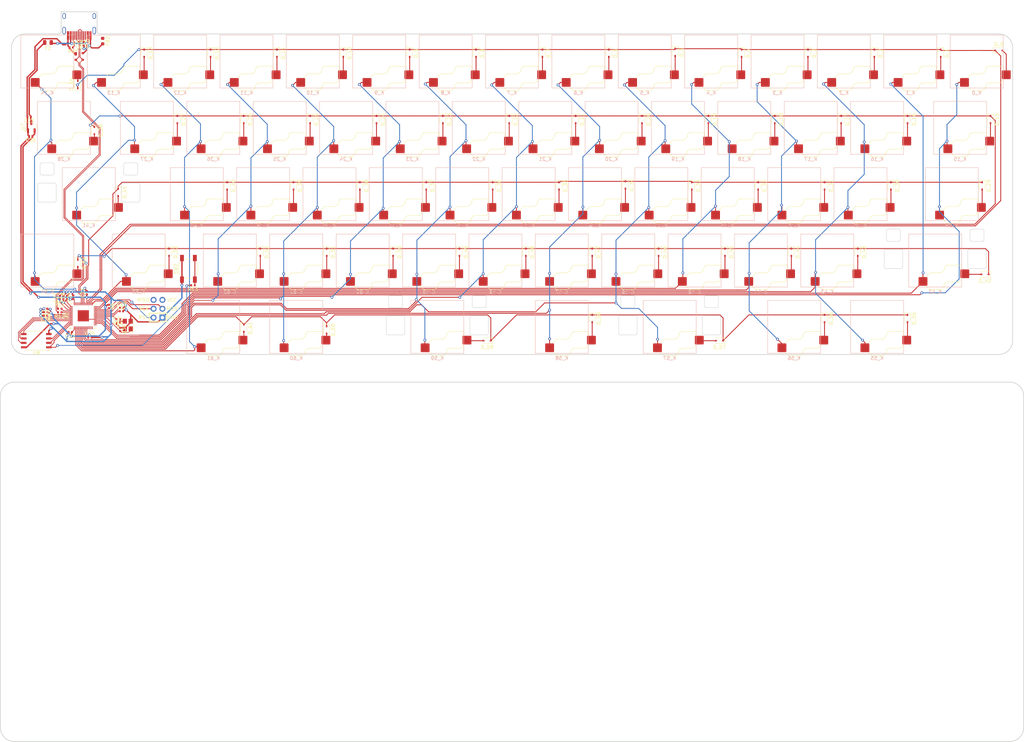
<source format=kicad_pcb>
(kicad_pcb (version 20240108) (generator "pcbnew") (generator_version "8.0")
  (layers (0 "F.Cu" signal) (31 "B.Cu" signal) (34 "B.Paste" user) (35 "F.Paste" user) (36 "B.SilkS" user "B.Silkscreen") (37 "F.SilkS" user "F.Silkscreen") (38 "B.Mask" user) (39 "F.Mask" user) (44 "Edge.Cuts" user))
  (net 0 "")
  (net 1 "col0")
  (net 2 "col1")
  (net 3 "col2")
  (net 4 "col3")
  (net 5 "col4")
  (net 6 "col5")
  (net 7 "col6")
  (net 8 "col7")
  (net 9 "col8")
  (net 10 "col9")
  (net 11 "col10")
  (net 12 "col11")
  (net 13 "col12")
  (net 14 "col13")
  (net 15 "col14")
  (net 16 "row0")
  (net 17 "row1")
  (net 18 "row2")
  (net 19 "row3")
  (net 20 "row4")
  (net 21 "Net-(D_0-A)")
  (net 22 "Net-(D_1-A)")
  (net 23 "Net-(D_2-A)")
  (net 24 "Net-(D_3-A)")
  (net 25 "Net-(D_4-A)")
  (net 26 "Net-(D_5-A)")
  (net 27 "Net-(D_6-A)")
  (net 28 "Net-(D_7-A)")
  (net 29 "Net-(D_8-A)")
  (net 30 "Net-(D_9-A)")
  (net 31 "Net-(D_10-A)")
  (net 32 "Net-(D_11-A)")
  (net 33 "Net-(D_12-A)")
  (net 34 "Net-(D_13-A)")
  (net 35 "Net-(D_14-A)")
  (net 36 "Net-(D_15-A)")
  (net 37 "Net-(D_16-A)")
  (net 38 "Net-(D_17-A)")
  (net 39 "Net-(D_18-A)")
  (net 40 "Net-(D_19-A)")
  (net 41 "Net-(D_20-A)")
  (net 42 "Net-(D_21-A)")
  (net 43 "Net-(D_22-A)")
  (net 44 "Net-(D_23-A)")
  (net 45 "Net-(D_24-A)")
  (net 46 "Net-(D_25-A)")
  (net 47 "Net-(D_26-A)")
  (net 48 "Net-(D_27-A)")
  (net 49 "Net-(D_28-A)")
  (net 50 "Net-(D_29-A)")
  (net 51 "Net-(D_30-A)")
  (net 52 "Net-(D_31-A)")
  (net 53 "Net-(D_32-A)")
  (net 54 "Net-(D_33-A)")
  (net 55 "Net-(D_34-A)")
  (net 56 "Net-(D_35-A)")
  (net 57 "Net-(D_36-A)")
  (net 58 "Net-(D_37-A)")
  (net 59 "Net-(D_38-A)")
  (net 60 "Net-(D_39-A)")
  (net 61 "Net-(D_40-A)")
  (net 62 "Net-(D_41-A)")
  (net 63 "Net-(D_42-A)")
  (net 64 "Net-(D_43-A)")
  (net 65 "Net-(D_44-A)")
  (net 66 "Net-(D_45-A)")
  (net 67 "Net-(D_46-A)")
  (net 68 "Net-(D_47-A)")
  (net 69 "Net-(D_48-A)")
  (net 70 "Net-(D_49-A)")
  (net 71 "Net-(D_50-A)")
  (net 72 "Net-(D_51-A)")
  (net 73 "Net-(D_52-A)")
  (net 74 "Net-(D_53-A)")
  (net 75 "Net-(D_54-A)")
  (net 76 "Net-(D_55-A)")
  (net 77 "Net-(D_56-A)")
  (net 78 "Net-(D_57-A)")
  (net 79 "Net-(D_58-A)")
  (net 80 "Net-(D_59-A)")
  (net 81 "Net-(D_60-A)")
  (net 82 "Net-(D_61-A)")
  (net 83 "+3V3")
  (net 84 "GND")
  (net 85 "+5V")
  (net 86 "+1V1")
  (net 87 "/XIN")
  (net 88 "Net-(C31-Pad2)")
  (net 89 "VBUS")
  (net 90 "Earth")
  (net 91 "/SWCLK")
  (net 92 "/RUN")
  (net 94 "/SWD")
  (net 95 "Net-(USB2-CC2)")
  (net 96 "Net-(USB2-CC1)")
  (net 97 "/D-")
  (net 98 "DN")
  (net 99 "/D+")
  (net 100 "DP")
  (net 101 "/CS")
  (net 102 "Net-(R13-Pad1)")
  (net 103 "/XOUT")
  (net 104 "GPIO27")
  (net 105 "GPIO29")
  (net 106 "/SD0")
  (net 107 "GPIO28")
  (net 108 "GPIO26")
  (net 109 "/SCLK")
  (net 110 "/SD3")
  (net 111 "/SD2")
  (net 112 "/SD1")
  (footprint "Diode_SMD:D_SOD-323" (layer "F.Cu") (at 218.28125 26.19375 -90)
    (property "Reference" "D_18")
    (property "Value" "D")
  )
  (footprint "Diode_SMD:D_SOD-323" (layer "F.Cu") (at 37.30625 7.14375 -90)
    (property "Reference" "D_13")
    (property "Value" "D")
  )
  (footprint "Diode_SMD:D_SOD-323" (layer "F.Cu") (at 256.38125 26.19375 -90)
    (property "Reference" "D_16")
    (property "Value" "D")
  )
  (footprint "Diode_SMD:D_SOD-323" (layer "F.Cu") (at 56.35625 7.14375 -90)
    (property "Reference" "D_12")
    (property "Value" "D")
  )
  (footprint "Package_DFN_QFN:QFN-56-1EP_7x7mm_P0.4mm_EP3.2x3.2mm" (layer "F.Cu") (at 19.84375 82.55 90)
    (property "Reference" "U5")
    (property "Value" "RP2040")
  )
  (footprint "Diode_SMD:D_SOD-323" (layer "F.Cu") (at 23.01875 29.36875 -90)
    (property "Reference" "D_28")
    (property "Value" "D")
  )
  (footprint "Diode_SMD:D_SOD-323" (layer "F.Cu") (at 132.55625 7.14375 -90)
    (property "Reference" "D_8")
    (property "Value" "D")
  )
  (footprint "Diode_SMD:D_SOD-323" (layer "F.Cu") (at 184.94375 64.29375 -90)
    (property "Reference" "D_46")
    (property "Value" "D")
  )
  (footprint "Capacitor_SMD:C_0402_1005Metric" (layer "F.Cu") (at 30.8356 80.264)
    (property "Reference" "C29")
    (property "Value" "100n")
  )
  (footprint "Diode_SMD:D_SOD-323" (layer "F.Cu") (at 18.25625 67.46875 -90)
    (property "Reference" "D_54")
    (property "Value" "D")
  )
  (footprint "Capacitor_SMD:C_0402_1005Metric" (layer "F.Cu") (at 4.2825 25.4 180)
    (property "Reference" "C23")
    (property "Value" "1u")
  )
  (footprint "random-keyboard-parts:Reset_Pretty-Mask" (layer "F.Cu") (at 41.275 80.518)
    (property "Reference" "J2")
    (property "Value" "Conn_01x06")
  )
  (footprint "Fuse:Fuse_0805_2012Metric" (layer "F.Cu") (at 9.7005 4.064 180)
    (property "Reference" "F2")
    (property "Value" "500m")
  )
  (footprint "Diode_SMD:D_SOD-323" (layer "F.Cu") (at 251.61875 45.24375 -90)
    (property "Reference" "D_30")
    (property "Value" "D")
  )
  (footprint "Diode_SMD:D_SOD-323" (layer "F.Cu") (at 142.08125 26.19375 -90)
    (property "Reference" "D_22")
    (property "Value" "D")
  )
  (footprint "Capacitor_SMD:C_0402_1005Metric" (layer "F.Cu") (at 29.873 84.582)
    (property "Reference" "C31")
    (property "Value" "22p")
  )
  (footprint "Capacitor_SMD:C_0402_1005Metric" (layer "F.Cu") (at 9.0144 82.4992 180)
    (property "Reference" "C28")
    (property "Value" "100n")
  )
  (footprint "Diode_SMD:D_SOD-323" (layer "F.Cu") (at 277.8125 45.24375 -90)
    (property "Reference" "D_29")
    (property "Value" "D")
  )
  (footprint "Package_SO:SOIC-8_5.23x5.23mm_P1.27mm" (layer "F.Cu") (at 6.35 89.69375 180)
    (property "Reference" "U8")
    (property "Value" "W25Q128JVS")
  )
  (footprint "Diode_SMD:D_SOD-323" (layer "F.Cu") (at 213.51875 45.24375 -90)
    (property "Reference" "D_32")
    (property "Value" "D")
  )
  (footprint "Diode_SMD:D_SOD-323" (layer "F.Cu") (at 146.84375 64.29375 -90)
    (property "Reference" "D_48")
    (property "Value" "D")
  )
  (footprint "Diode_SMD:D_SOD-323" (layer "F.Cu") (at 156.36875 45.24375 -90)
    (property "Reference" "D_35")
    (property "Value" "D")
  )
  (footprint "Resistor_SMD:R_0402_1005Metric" (layer "F.Cu") (at 13.079 80.518)
    (property "Reference" "R11")
    (property "Value" "27.4")
  )
  (footprint "Capacitor_SMD:C_0402_1005Metric" (layer "F.Cu") (at 9.0196 81.4832 180)
    (property "Reference" "C19")
    (property "Value" "100n")
  )
  (footprint "Diode_SMD:D_SOD-323" (layer "F.Cu") (at 118.26875 45.24375 -90)
    (property "Reference" "D_37")
    (property "Value" "D")
  )
  (footprint "Resistor_SMD:R_0402_1005Metric" (layer "F.Cu") (at 29.843 83.566 180)
    (property "Reference" "R14")
    (property "Value" "1k")
  )
  (footprint "Diode_SMD:D_SOD-323" (layer "F.Cu") (at 103.98125 26.19375 -90)
    (property "Reference" "D_24")
    (property "Value" "D")
  )
  (footprint "Diode_SMD:D_SOD-323" (layer "F.Cu") (at 80.16875 45.24375 -90)
    (property "Reference" "D_39")
    (property "Value" "D")
  )
  (footprint "Diode_SMD:D_SOD-323" (layer "F.Cu") (at 265.90625 7.14375 -90)
    (property "Reference" "D_1")
    (property "Value" "D")
  )
  (footprint "Diode_SMD:D_SOD-323" (layer "F.Cu") (at 84.93125 26.19375 -90)
    (property "Reference" "D_25")
    (property "Value" "D")
  )
  (footprint "Diode_SMD:D_SOD-323" (layer "F.Cu") (at 70.64375 64.29375 -90)
    (property "Reference" "D_52")
    (property "Value" "D")
  )
  (footprint "Diode_SMD:D_SOD-323" (layer "F.Cu") (at 175.41875 44.9875 -90)
    (property "Reference" "D_34")
    (property "Value" "D")
  )
  (footprint "Diode_SMD:D_SOD-323" (layer "F.Cu") (at 237.33125 26.19375 -90)
    (property "Reference" "D_17")
    (property "Value" "D")
  )
  (footprint "Diode_SMD:D_SOD-323" (layer "F.Cu") (at 282.575 6.35)
    (property "Reference" "D_0")
    (property "Value" "D")
  )
  (footprint "Diode_SMD:D_SOD-323" (layer "F.Cu") (at 199.23125 26.19375 -90)
    (property "Reference" "D_19")
    (property "Value" "D")
  )
  (footprint "Capacitor_SMD:C_0402_1005Metric" (layer "F.Cu") (at 14.1224 77.2948 90)
    (property "Reference" "C17")
    (property "Value" "1u")
  )
  (footprint "Diode_SMD:D_SOD-323" (layer "F.Cu") (at 46.83125 26.19375 -90)
    (property "Reference" "D_27")
    (property "Value" "D")
  )
  (footprint "Capacitor_SMD:C_0402_1005Metric" (layer "F.Cu") (at 8.9916 80.518 180)
    (property "Reference" "C20")
    (property "Value" "100n")
  )
  (footprint "Diode_SMD:D_SOD-323" (layer "F.Cu") (at 94.45625 7.14375 -90)
    (property "Reference" "D_10")
    (property "Value" "D")
  )
  (footprint "Diode_SMD:D_SOD-323" (layer "F.Cu") (at 123.03125 26.19375 -90)
    (property "Reference" "D_23")
    (property "Value" "D")
  )
  (footprint "Diode_SMD:D_SOD-323" (layer "F.Cu") (at 29.845 47.117 -90)
    (property "Reference" "D_41")
    (property "Value" "D")
  )
  (footprint "Diode_SMD:D_SOD-323" (layer "F.Cu") (at 61.11875 45.24375 -90)
    (property "Reference" "D_40")
    (property "Value" "D")
  )
  (footprint "Capacitor_SMD:C_0402_1005Metric" (layer "F.Cu") (at 20.828 75.9232 90)
    (property "Reference" "C21")
    (property "Value" "100n")
  )
  (footprint "Package_TO_SOT_SMD:SOT-143" (layer "F.Cu") (at 18.685 8.067)
    (property "Reference" "U6")
    (property "Value" "PRTR5V0U2X")
  )
  (footprint "Diode_SMD:D_SOD-323" (layer "F.Cu") (at 232.56875 83.34375 -90)
    (property "Reference" "D_56")
    (property "Value" "D")
  )
  (footprint "Diode_SMD:D_SOD-323" (layer "F.Cu") (at 113.50625 7.14375 -90)
    (property "Reference" "D_9")
    (property "Value" "D")
  )
  (footprint "Diode_SMD:D_SOD-323" (layer "F.Cu") (at 232.56875 45.24375 -90)
    (property "Reference" "D_31")
    (property "Value" "D")
  )
  (footprint "Resistor_SMD:R_0402_1005Metric" (layer "F.Cu") (at 51.306 73.787 180)
    (property "Reference" "R13")
    (property "Value" "1k")
  )
  (footprint "Diode_SMD:D_SOD-323" (layer "F.Cu") (at 208.75625 7.14375 -90)
    (property "Reference" "D_4")
    (property "Value" "D")
  )
  (footprint "Diode_SMD:D_SOD-323" (layer "F.Cu") (at 151.60625 7.14375 -90)
    (property "Reference" "D_7")
    (property "Value" "D")
  )
  (footprint "Diode_SMD:D_SOD-323" (layer "F.Cu") (at 223.04375 64.29375 -90)
    (property "Reference" "D_44")
    (property "Value" "D")
  )
  (footprint "Resistor_SMD:R_0402_1005Metric" (layer "F.Cu") (at 27.178 79.885 -90)
    (property "Reference" "R8")
    (property "Value" "1k")
  )
  (footprint "Diode_SMD:D_SOD-323" (layer "F.Cu") (at 227.80625 7.14375 -90)
    (property "Reference" "D_3")
    (property "Value" "D")
  )
  (footprint "Capacitor_SMD:C_0402_1005Metric" (layer "F.Cu") (at 15.1892 77.2948 90)
    (property "Reference" "C18")
    (property "Value" "100n")
  )
  (footprint "Package_TO_SOT_SMD:SOT-23-3" (layer "F.Cu") (at 4.91875 28.23125 90)
    (property "Reference" "U7")
    (property "Value" "NCP1117-3.3_SOT223")
  )
  (footprint "Diode_SMD:D_SOD-323" (layer "F.Cu") (at 127.79375 64.29375 -90)
    (property "Reference" "D_49")
    (property "Value" "D")
  )
  (footprint "Diode_SMD:D_SOD-323" (layer "F.Cu") (at 161.13125 26.19375 -90)
    (property "Reference" "D_21")
    (property "Value" "D")
  )
  (footprint "Capacitor_SMD:C_0402_1005Metric" (layer "F.Cu") (at 4.7625 30.95625 180)
    (property "Reference" "C26")
    (property "Value" "1u")
  )
  (footprint "Diode_SMD:D_SOD-323" (layer "F.Cu") (at 75.40625 7.14375 -90)
    (property "Reference" "D_11")
    (property "Value" "D")
  )
  (footprint "Resistor_SMD:R_0402_1005Metric" (layer "F.Cu") (at 13.079 81.534 180)
    (property "Reference" "R12")
    (property "Value" "27.4")
  )
  (footprint "Button_Switch_SMD:SW_SPST_SKQG_WithStem" (layer "F.Cu") (at 50.00625 69.05625 90)
    (property "Reference" "SW2")
    (property "Value" "SW_Push")
  )
  (footprint "Diode_SMD:D_SOD-323" (layer "F.Cu") (at 242.09375 64.29375 -90)
    (property "Reference" "D_43")
    (property "Value" "D")
  )
  (footprint "Capacitor_SMD:C_0402_1005Metric" (layer "F.Cu") (at 30.7848 81.2292)
    (property "Reference" "C32")
    (property "Value" "100n")
  )
  (footprint "Diode_SMD:D_SOD-323" (layer "F.Cu") (at 18.25625 16.13125 90)
    (property "Reference" "D_14")
    (property "Value" "D")
  )
  (footprint "Capacitor_SMD:C_0402_1005Metric" (layer "F.Cu") (at 21.745 88.7984)
    (property "Reference" "C25")
    (property "Value" "100n")
  )
  (footprint "Diode_SMD:D_SOD-323" (layer "F.Cu") (at 108.74375 64.29375 -90)
    (property "Reference" "D_50")
    (property "Value" "D")
  )
  (footprint "Capacitor_SMD:C_0402_1005Metric" (layer "F.Cu") (at 30.424 86.459 -90)
    (property "Reference" "C30")
    (property "Value" "22p")
  )
  (footprint "Diode_SMD:D_SOD-323" (layer "F.Cu") (at 246.85625 7.14375 -90)
    (property "Reference" "D_2")
    (property "Value" "D")
  )
  (footprint "Diode_SMD:D_SOD-323" (layer "F.Cu") (at 170.65625 7.14375 -90)
    (property "Reference" "D_6")
    (property "Value" "D")
  )
  (footprint "Diode_SMD:D_SOD-323" (layer "F.Cu") (at 189.70625 6.8875 -90)
    (property "Reference" "D_5")
    (property "Value" "D")
  )
  (footprint "Diode_SMD:D_SOD-323" (layer "F.Cu") (at 165.89375 83.34375 -90)
    (property "Reference" "D_58")
    (property "Value" "D")
  )
  (footprint "Diode_SMD:D_SOD-323" (layer "F.Cu") (at 89.662 86.614 -90)
    (property "Reference" "D_60")
    (property "Value" "D")
  )
  (footprint "Diode_SMD:D_SOD-323" (layer "F.Cu") (at 137.31875 45.24375 -90)
    (property "Reference" "D_36")
    (property "Value" "D")
  )
  (footprint "Resistor_SMD:R_0402_1005Metric" (layer "F.Cu") (at 19.939 4.443 -90)
    (property "Reference" "R10")
    (property "Value" "5.1k")
  )
  (footprint "Diode_SMD:D_SOD-323" (layer "F.Cu") (at 135.73125 89.69375 180)
    (property "Reference" "D_59")
    (property "Value" "D")
  )
  (footprint "Crystal:Crystal_SMD_3225-4Pin_3.2x2.5mm" (layer "F.Cu") (at 32.6 85.19975 90)
    (property "Reference" "Y2")
    (property "Value" "Crystal_GND24_Small")
  )
  (footprint "Capacitor_SMD:C_0402_1005Metric" (layer "F.Cu") (at 13.1064 77.2948 90)
    (property "Reference" "C27")
    (property "Value" "1u")
  )
  (footprint "Capacitor_SMD:C_0402_1005Metric" (layer "F.Cu") (at 16.1036 87.2236 180)
    (property "Reference" "C22")
    (property "Value" "100n")
  )
  (footprint "Diode_SMD:D_SOD-323" (layer "F.Cu") (at 180.18125 26.19375 -90)
    (property "Reference" "D_20")
    (property "Value" "D")
  )
  (footprint "Inductor_SMD:L_0603_1608Metric" (layer "F.Cu") (at 25.4 3.6575 -90)
    (property "Reference" "FB2")
    (property "Value" "60@100MHz")
  )
  (footprint "Diode_SMD:D_SOD-323" (layer "F.Cu") (at 203.99375 64.29375 -90)
    (property "Reference" "D_45")
    (property "Value" "D")
  )
  (footprint "Diode_SMD:D_SOD-323" (layer "F.Cu") (at 280.19375 26.19375 -90)
    (property "Reference" "D_15")
    (property "Value" "D")
  )
  (footprint "Diode_SMD:D_SOD-323" (layer "F.Cu") (at 44.45 64.29375 -90)
    (property "Reference" "D_53")
    (property "Value" "D")
  )
  (footprint "Capacitor_SMD:C_0402_1005Metric" (layer "F.Cu") (at 16.9672 77.1652 90)
    (property "Reference" "C24")
    (property "Value" "100n")
  )
  (footprint "Diode_SMD:D_SOD-323" (layer "F.Cu") (at 278.60625 70.64375 180)
    (property "Reference" "D_42")
    (property "Value" "D")
  )
  (footprint "Diode_SMD:D_SOD-323" (layer "F.Cu") (at 65.88125 26.19375 -90)
    (property "Reference" "D_26")
    (property "Value" "D")
  )
  (footprint "Diode_SMD:D_SOD-323" (layer "F.Cu") (at 165.89375 64.29375 -90)
    (property "Reference" "D_47")
    (property "Value" "D")
  )
  (footprint "Diode_SMD:D_SOD-323" (layer "F.Cu") (at 194.46875 45.24375 -90)
    (property "Reference" "D_33")
    (property "Value" "D")
  )
  (footprint "Diode_SMD:D_SOD-323" (layer "F.Cu") (at 256.38125 83.34375 -90)
    (property "Reference" "D_55")
    (property "Value" "D")
  )
  (footprint "Diode_SMD:D_SOD-323" (layer "F.Cu") (at 89.69375 64.29375 -90)
    (property "Reference" "D_51")
    (property "Value" "D")
  )
  (footprint "Diode_SMD:D_SOD-323" (layer "F.Cu") (at 99.21875 45.24375 -90)
    (property "Reference" "D_38")
    (property "Value" "D")
  )
  (footprint "Diode_SMD:D_SOD-323" (layer "F.Cu") (at 202.40625 89.69375 180)
    (property "Reference" "D_57")
    (property "Value" "D")
  )
  (footprint "Type-C:HRO-TYPE-C-31-M-12-HandSoldering" (layer "F.Cu") (at 18.667 -6.145 180)
    (property "Reference" "USB2")
    (property "Value" "HRO-TYPE-C-31-M-12")
  )
  (footprint "Diode_SMD:D_SOD-323" (layer "F.Cu") (at 65.913 86.106 -90)
    (property "Reference" "D_61")
    (property "Value" "D")
  )
  (footprint "Resistor_SMD:R_0402_1005Metric" (layer "F.Cu") (at 16.381 5.461 180)
    (property "Reference" "R9")
    (property "Value" "5.1k")
  )
  (footprint "PCM_Switch_Keyboard_Hotswap_Kailh:SW_Hotswap_Kailh_Choc_V1V2" (layer "B.Cu") (at 233.3625 66.675)
    (property "Reference" "K_43")
    (property "Value" "KEYSW")
  )
  (footprint "PCM_Switch_Keyboard_Hotswap_Kailh:SW_Hotswap_Kailh_Choc_V1V2" (layer "B.Cu") (at 142.875 9.525)
    (property "Reference" "K_7")
    (property "Value" "KEYSW")
  )
  (footprint "PCM_Switch_Keyboard_Hotswap_Kailh:SW_Hotswap_Kailh_Choc_V1V2" (layer "B.Cu") (at 121.44375 85.725)
    (property "Reference" "K_59")
    (property "Value" "KEYSW")
  )
  (footprint "PCM_Switch_Keyboard_Hotswap_Kailh:SW_Hotswap_Kailh_Choc_V1V2" (layer "B.Cu") (at 257.175 9.525)
    (property "Reference" "K_1")
    (property "Value" "KEYSW")
  )
  (footprint "PCM_Switch_Keyboard_Hotswap_Kailh:SW_Hotswap_Kailh_Choc_V1V2" (layer "B.Cu") (at 28.575 9.525)
    (property "Reference" "K_13")
    (property "Value" "KEYSW")
  )
  (footprint "PCM_Switch_Keyboard_Hotswap_Kailh:SW_Hotswap_Kailh_Choc_V1V2" (layer "B.Cu") (at 188.11875 85.725)
    (property "Reference" "K_57")
    (property "Value" "KEYSW")
  )
  (footprint "PCM_Switch_Keyboard_Hotswap_Kailh:SW_Hotswap_Kailh_Choc_V1V2" (layer "B.Cu") (at 123.825 9.525)
    (property "Reference" "K_8")
    (property "Value" "KEYSW")
  )
  (footprint "PCM_Switch_Keyboard_Hotswap_Kailh:SW_Hotswap_Kailh_Choc_V1V2" (layer "B.Cu") (at 57.15 28.575)
    (property "Reference" "K_26")
    (property "Value" "KEYSW")
  )
  (footprint "PCM_Switch_Keyboard_Hotswap_Kailh:SW_Hotswap_Kailh_Choc_V1V2" (layer "B.Cu") (at 80.9625 66.675)
    (property "Reference" "K_51")
    (property "Value" "KEYSW")
  )
  (footprint "PCM_Switch_Keyboard_Hotswap_Kailh:SW_Hotswap_Kailh_Choc_V1V2" (layer "B.Cu") (at 242.8875 47.625)
    (property "Reference" "K_30")
    (property "Value" "KEYSW")
  )
  (footprint "PCM_marbastlib-xp-choc:STAB_choc_2u" (layer "B.Cu") (at 188.11875 85.725 180)
    (property "Reference" "REF**" (hide yes))
    (property "Value" "STAB_choc_2u")
    (fp_line (start 14.65 2.7) (end 14.65 -1.8) (stroke (width 0.12)) (layer "Edge.Cuts"))
    (fp_line (start 14 8.5) (end 14 6) (stroke (width 0.12)) (layer "Edge.Cuts"))
    (fp_line (start 10.5 9) (end 13.5 9) (stroke (width 0.12)) (layer "Edge.Cuts"))
    (fp_line (start 10.5 5.5) (end 13.5 5.5) (stroke (width 0.12)) (layer "Edge.Cuts"))
    (fp_line (start 10 8.5) (end 10 6) (stroke (width 0.12)) (layer "Edge.Cuts"))
    (fp_line (start 9.85 3.2) (end 14.15 3.2) (stroke (width 0.12)) (layer "Edge.Cuts"))
    (fp_line (start 9.85 -2.3) (end 14.15 -2.3) (stroke (width 0.12)) (layer "Edge.Cuts"))
    (fp_line (start 9.35 2.7) (end 9.35 -1.8) (stroke (width 0.12)) (layer "Edge.Cuts"))
    (fp_line (start -9.35 2.7) (end -9.35 -1.8) (stroke (width 0.12)) (layer "Edge.Cuts"))
    (fp_line (start -9.85 3.2) (end -14.15 3.2) (stroke (width 0.12)) (layer "Edge.Cuts"))
    (fp_line (start -9.85 -2.3) (end -14.15 -2.3) (stroke (width 0.12)) (layer "Edge.Cuts"))
    (fp_line (start -10 8.5) (end -10 6) (stroke (width 0.12)) (layer "Edge.Cuts"))
    (fp_line (start -10.5 9) (end -13.5 9) (stroke (width 0.12)) (layer "Edge.Cuts"))
    (fp_line (start -10.5 5.5) (end -13.5 5.5) (stroke (width 0.12)) (layer "Edge.Cuts"))
    (fp_line (start -14 8.5) (end -14 6) (stroke (width 0.12)) (layer "Edge.Cuts"))
    (fp_line (start -14.65 2.7) (end -14.65 -1.8) (stroke (width 0.12)) (layer "Edge.Cuts"))
    (fp_arc (start 14.65 2.7) (mid 14.503553 3.053553) (end 14.15 3.2) (stroke (width 0.12)) (layer "Edge.Cuts"))
    (fp_arc (start 14.15 -2.3) (mid 14.503553 -2.153553) (end 14.65 -1.8) (stroke (width 0.12)) (layer "Edge.Cuts"))
    (fp_arc (start 14 8.5) (mid 13.853553 8.853553) (end 13.5 9) (stroke (width 0.12)) (layer "Edge.Cuts"))
    (fp_arc (start 13.5 5.5) (mid 13.853553 5.646447) (end 14 6) (stroke (width 0.12)) (layer "Edge.Cuts"))
    (fp_arc (start 10.5 9) (mid 10.146447 8.853553) (end 10 8.5) (stroke (width 0.12)) (layer "Edge.Cuts"))
    (fp_arc (start 10 6) (mid 10.146447 5.646447) (end 10.5 5.5) (stroke (width 0.12)) (layer "Edge.Cuts"))
    (fp_arc (start 9.85 3.2) (mid 9.496447 3.053553) (end 9.35 2.7) (stroke (width 0.12)) (layer "Edge.Cuts"))
    (fp_arc (start 9.35 -1.8) (mid 9.496447 -2.153553) (end 9.85 -2.3) (stroke (width 0.12)) (layer "Edge.Cuts"))
    (fp_arc (start -9.35 2.7) (mid -9.496447 3.053553) (end -9.85 3.2) (stroke (width 0.12)) (layer "Edge.Cuts"))
    (fp_arc (start -9.85 -2.3) (mid -9.496447 -2.153553) (end -9.35 -1.8) (stroke (width 0.12)) (layer "Edge.Cuts"))
    (fp_arc (start -10 8.5) (mid -10.146447 8.853553) (end -10.5 9) (stroke (width 0.12)) (layer "Edge.Cuts"))
    (fp_arc (start -10.5 5.5) (mid -10.146447 5.646447) (end -10 6) (stroke (width 0.12)) (layer "Edge.Cuts"))
    (fp_arc (start -13.5 9) (mid -13.853553 8.853553) (end -14 8.5) (stroke (width 0.12)) (layer "Edge.Cuts"))
    (fp_arc (start -14 6) (mid -13.853553 5.646447) (end -13.5 5.5) (stroke (width 0.12)) (layer "Edge.Cuts"))
    (fp_arc (start -14.15 3.2) (mid -14.503553 3.053553) (end -14.65 2.7) (stroke (width 0.12)) (layer "Edge.Cuts"))
    (fp_arc (start -14.65 -1.8) (mid -14.503553 -2.153553) (end -14.15 -2.3) (stroke (width 0.12)) (layer "Edge.Cuts"))
  )
  (footprint "PCM_Switch_Keyboard_Hotswap_Kailh:SW_Hotswap_Kailh_Choc_V1V2" (layer "B.Cu") (at 223.8375 47.625)
    (property "Reference" "K_31")
    (property "Value" "KEYSW")
  )
  (footprint "PCM_Switch_Keyboard_Hotswap_Kailh:SW_Hotswap_Kailh_Choc_V1V2" (layer "B.Cu") (at 57.15 85.725)
    (property "Reference" "K_61")
    (property "Value" "KEYSW")
  )
  (footprint "PCM_Switch_Keyboard_Hotswap_Kailh:SW_Hotswap_Kailh_Choc_V1V2" (layer "B.Cu") (at 171.45 28.575)
    (property "Reference" "K_20")
    (property "Value" "KEYSW")
  )
  (footprint "PCM_Switch_Keyboard_Hotswap_Kailh:SW_Hotswap_Kailh_Choc_V1V2" (layer "B.Cu") (at 35.71875 66.675)
    (property "Reference" "K_53")
    (property "Value" "KEYSW")
  )
  (footprint "PCM_Switch_Keyboard_Hotswap_Kailh:SW_Hotswap_Kailh_Choc_V1V2" (layer "B.Cu") (at 114.3 28.575)
    (property "Reference" "K_23")
    (property "Value" "KEYSW")
  )
  (footprint "PCM_Switch_Keyboard_Hotswap_Kailh:SW_Hotswap_Kailh_Choc_V1V2" (layer "B.Cu") (at 66.675 9.525)
    (property "Reference" "K_11")
    (property "Value" "KEYSW")
  )
  (footprint "PCM_Switch_Keyboard_Hotswap_Kailh:SW_Hotswap_Kailh_Choc_V1V2" (layer "B.Cu") (at 238.125 9.525)
    (property "Reference" "K_2")
    (property "Value" "KEYSW")
  )
  (footprint "PCM_Switch_Keyboard_Hotswap_Kailh:SW_Hotswap_Kailh_Choc_V1V2" (layer "B.Cu") (at 38.1 28.575)
    (property "Reference" "K_27")
    (property "Value" "KEYSW")
  )
  (footprint "PCM_Switch_Keyboard_Hotswap_Kailh:SW_Hotswap_Kailh_Choc_V1V2" (layer "B.Cu") (at 176.2125 66.675)
    (property "Reference" "K_46")
    (property "Value" "KEYSW")
  )
  (footprint "PCM_Switch_Keyboard_Hotswap_Kailh:SW_Hotswap_Kailh_Choc_V1V2" (layer "B.Cu") (at 71.4375 47.625)
    (property "Reference" "K_39")
    (property "Value" "KEYSW")
  )
  (footprint "PCM_Switch_Keyboard_Hotswap_Kailh:SW_Hotswap_Kailh_Choc_V1V2" (layer "B.Cu") (at 157.1625 66.675)
    (property "Reference" "K_47")
    (property "Value" "KEYSW")
  )
  (footprint "PCM_Switch_Keyboard_Hotswap_Kailh:SW_Hotswap_Kailh_Choc_V1V2" (layer "B.Cu") (at 95.25 28.575)
    (property "Reference" "K_24")
    (property "Value" "KEYSW")
  )
  (footprint "PCM_Switch_Keyboard_Hotswap_Kailh:SW_Hotswap_Kailh_Choc_V1V2" (layer "B.Cu") (at 166.6875 47.625)
    (property "Reference" "K_34")
    (property "Value" "KEYSW")
  )
  (footprint "PCM_Switch_Keyboard_Hotswap_Kailh:SW_Hotswap_Kailh_Choc_V1V2" (layer "B.Cu") (at 180.975 9.525)
    (property "Reference" "K_5")
    (property "Value" "KEYSW")
  )
  (footprint "PCM_Switch_Keyboard_Hotswap_Kailh:SW_Hotswap_Kailh_Choc_V1V2" (layer "B.Cu") (at 223.8375 85.725)
    (property "Reference" "K_56")
    (property "Value" "KEYSW")
  )
  (footprint "PCM_Switch_Keyboard_Hotswap_Kailh:SW_Hotswap_Kailh_Choc_V1V2" (layer "B.Cu") (at 157.1625 85.725)
    (property "Reference" "K_58")
    (property "Value" "KEYSW")
  )
  (footprint "PCM_Switch_Keyboard_Hotswap_Kailh:SW_Hotswap_Kailh_Choc_V1V2" (layer "B.Cu") (at 100.0125 66.675)
    (property "Reference" "K_50")
    (property "Value" "KEYSW")
  )
  (footprint "PCM_Switch_Keyboard_Hotswap_Kailh:SW_Hotswap_Kailh_Choc_V1V2" (layer "B.Cu") (at 85.725 9.525)
    (property "Reference" "K_10")
    (property "Value" "KEYSW")
  )
  (footprint "PCM_Switch_Keyboard_Hotswap_Kailh:SW_Hotswap_Kailh_Choc_V1V2" (layer "B.Cu") (at 271.4625 28.575)
    (property "Reference" "K_15")
    (property "Value" "KEYSW")
  )
  (footprint "PCM_Switch_Keyboard_Hotswap_Kailh:SW_Hotswap_Kailh_Choc_V1V2" (layer "B.Cu") (at 228.6 28.575)
    (property "Reference" "K_17")
    (property "Value" "KEYSW")
  )
  (footprint "PCM_Switch_Keyboard_Hotswap_Kailh:SW_Hotswap_Kailh_Choc_V1V2" (layer "B.Cu") (at 9.525 9.525)
    (property "Reference" "K_14")
    (property "Value" "KEYSW")
  )
  (footprint "PCM_Switch_Keyboard_Hotswap_Kailh:SW_Hotswap_Kailh_Choc_V1V2" (layer "B.Cu") (at 276.225 9.525)
    (property "Reference" "K_0")
    (property "Value" "KEYSW")
  )
  (footprint "PCM_Switch_Keyboard_Hotswap_Kailh:SW_Hotswap_Kailh_Choc_V1V2" (layer "B.Cu") (at 214.3125 66.675)
    (property "Reference" "K_44")
    (property "Value" "KEYSW")
  )
  (footprint "PCM_Switch_Keyboard_Hotswap_Kailh:SW_Hotswap_Kailh_Choc_V1V2" (layer "B.Cu") (at 200.025 9.525)
    (property "Reference" "K_4")
    (property "Value" "KEYSW")
  )
  (footprint "PCM_Switch_Keyboard_Hotswap_Kailh:SW_Hotswap_Kailh_Choc_V1V2" (layer "B.Cu") (at 138.1125 66.675)
    (property "Reference" "K_48")
    (property "Value" "KEYSW")
  )
  (footprint "PCM_Switch_Keyboard_Hotswap_Kailh:SW_Hotswap_Kailh_Choc_V1V2" (layer "B.Cu") (at 185.7375 47.625)
    (property "Reference" "K_33")
    (property "Value" "KEYSW")
  )
  (footprint "PCM_Switch_Keyboard_Hotswap_Kailh:SW_Hotswap_Kailh_Choc_V1V2" (layer "B.Cu") (at 264.31875 66.675)
    (property "Reference" "K_42")
    (property "Value" "KEYSW")
  )
  (footprint "PCM_Switch_Keyboard_Hotswap_Kailh:SW_Hotswap_Kailh_Choc_V1V2" (layer "B.Cu") (at 247.65 85.725)
    (property "Reference" "K_55")
    (property "Value" "KEYSW")
  )
  (footprint "PCM_marbastlib-xp-choc:STAB_choc_2u" (layer "B.Cu") (at 121.44375 85.725 180)
    (property "Reference" "REF**" (hide yes))
    (property "Value" "STAB_choc_2u")
    (fp_line (start 14.65 2.7) (end 14.65 -1.8) (stroke (width 0.12)) (layer "Edge.Cuts"))
    (fp_line (start 14 8.5) (end 14 6) (stroke (width 0.12)) (layer "Edge.Cuts"))
    (fp_line (start 10.5 9) (end 13.5 9) (stroke (width 0.12)) (layer "Edge.Cuts"))
    (fp_line (start 10.5 5.5) (end 13.5 5.5) (stroke (width 0.12)) (layer "Edge.Cuts"))
    (fp_line (start 10 8.5) (end 10 6) (stroke (width 0.12)) (layer "Edge.Cuts"))
    (fp_line (start 9.85 3.2) (end 14.15 3.2) (stroke (width 0.12)) (layer "Edge.Cuts"))
    (fp_line (start 9.85 -2.3) (end 14.15 -2.3) (stroke (width 0.12)) (layer "Edge.Cuts"))
    (fp_line (start 9.35 2.7) (end 9.35 -1.8) (stroke (width 0.12)) (layer "Edge.Cuts"))
    (fp_line (start -9.35 2.7) (end -9.35 -1.8) (stroke (width 0.12)) (layer "Edge.Cuts"))
    (fp_line (start -9.85 3.2) (end -14.15 3.2) (stroke (width 0.12)) (layer "Edge.Cuts"))
    (fp_line (start -9.85 -2.3) (end -14.15 -2.3) (stroke (width 0.12)) (layer "Edge.Cuts"))
    (fp_line (start -10 8.5) (end -10 6) (stroke (width 0.12)) (layer "Edge.Cuts"))
    (fp_line (start -10.5 9) (end -13.5 9) (stroke (width 0.12)) (layer "Edge.Cuts"))
    (fp_line (start -10.5 5.5) (end -13.5 5.5) (stroke (width 0.12)) (layer "Edge.Cuts"))
    (fp_line (start -14 8.5) (end -14 6) (stroke (width 0.12)) (layer "Edge.Cuts"))
    (fp_line (start -14.65 2.7) (end -14.65 -1.8) (stroke (width 0.12)) (layer "Edge.Cuts"))
    (fp_arc (start 14.65 2.7) (mid 14.503553 3.053553) (end 14.15 3.2) (stroke (width 0.12)) (layer "Edge.Cuts"))
    (fp_arc (start 14.15 -2.3) (mid 14.503553 -2.153553) (end 14.65 -1.8) (stroke (width 0.12)) (layer "Edge.Cuts"))
    (fp_arc (start 14 8.5) (mid 13.853553 8.853553) (end 13.5 9) (stroke (width 0.12)) (layer "Edge.Cuts"))
    (fp_arc (start 13.5 5.5) (mid 13.853553 5.646447) (end 14 6) (stroke (width 0.12)) (layer "Edge.Cuts"))
    (fp_arc (start 10.5 9) (mid 10.146447 8.853553) (end 10 8.5) (stroke (width 0.12)) (layer "Edge.Cuts"))
    (fp_arc (start 10 6) (mid 10.146447 5.646447) (end 10.5 5.5) (stroke (width 0.12)) (layer "Edge.Cuts"))
    (fp_arc (start 9.85 3.2) (mid 9.496447 3.053553) (end 9.35 2.7) (stroke (width 0.12)) (layer "Edge.Cuts"))
    (fp_arc (start 9.35 -1.8) (mid 9.496447 -2.153553) (end 9.85 -2.3) (stroke (width 0.12)) (layer "Edge.Cuts"))
    (fp_arc (start -9.35 2.7) (mid -9.496447 3.053553) (end -9.85 3.2) (stroke (width 0.12)) (layer "Edge.Cuts"))
    (fp_arc (start -9.85 -2.3) (mid -9.496447 -2.153553) (end -9.35 -1.8) (stroke (width 0.12)) (layer "Edge.Cuts"))
    (fp_arc (start -10 8.5) (mid -10.146447 8.853553) (end -10.5 9) (stroke (width 0.12)) (layer "Edge.Cuts"))
    (fp_arc (start -10.5 5.5) (mid -10.146447 5.646447) (end -10 6) (stroke (width 0.12)) (layer "Edge.Cuts"))
    (fp_arc (start -13.5 9) (mid -13.853553 8.853553) (end -14 8.5) (stroke (width 0.12)) (layer "Edge.Cuts"))
    (fp_arc (start -14 6) (mid -13.853553 5.646447) (end -13.5 5.5) (stroke (width 0.12)) (layer "Edge.Cuts"))
    (fp_arc (start -14.15 3.2) (mid -14.503553 3.053553) (end -14.65 2.7) (stroke (width 0.12)) (layer "Edge.Cuts"))
    (fp_arc (start -14.65 -1.8) (mid -14.503553 -2.153553) (end -14.15 -2.3) (stroke (width 0.12)) (layer "Edge.Cuts"))
  )
  (footprint "PCM_Switch_Keyboard_Hotswap_Kailh:SW_Hotswap_Kailh_Choc_V1V2" (layer "B.Cu") (at 61.9125 66.675)
    (property "Reference" "K_52")
    (property "Value" "KEYSW")
  )
  (footprint "PCM_Switch_Keyboard_Hotswap_Kailh:SW_Hotswap_Kailh_Choc_V1V2" (layer "B.Cu") (at 152.4 28.575)
    (property "Reference" "K_21")
    (property "Value" "KEYSW")
  )
  (footprint "PCM_Switch_Keyboard_Hotswap_Kailh:SW_Hotswap_Kailh_Choc_V1V2" (layer "B.Cu") (at 209.55 28.575)
    (property "Reference" "K_18")
    (property "Value" "KEYSW")
  )
  (footprint "PCM_Switch_Keyboard_Hotswap_Kailh:SW_Hotswap_Kailh_Choc_V1V2" (layer "B.Cu") (at 128.5875 47.625)
    (property "Reference" "K_36")
    (property "Value" "KEYSW")
  )
  (footprint "PCM_Switch_Keyboard_Hotswap_Kailh:SW_Hotswap_Kailh_Choc_V1V2" (layer "B.Cu") (at 247.65 28.575)
    (property "Reference" "K_16")
    (property "Value" "KEYSW")
  )
  (footprint "PCM_Switch_Keyboard_Hotswap_Kailh:SW_Hotswap_Kailh_Choc_V1V2" (layer "B.Cu") (at 14.2875 28.575)
    (property "Reference" "K_28")
    (property "Value" "KEYSW")
  )
  (footprint "PCM_marbastlib-xp-choc:STAB_choc_2u" (layer "B.Cu") (at 21.43125 47.625 180)
    (property "Reference" "REF**" (hide yes))
    (property "Value" "STAB_choc_2u")
    (fp_line (start 14.65 2.7) (end 14.65 -1.8) (stroke (width 0.12)) (layer "Edge.Cuts"))
    (fp_line (start 14 8.5) (end 14 6) (stroke (width 0.12)) (layer "Edge.Cuts"))
    (fp_line (start 10.5 9) (end 13.5 9) (stroke (width 0.12)) (layer "Edge.Cuts"))
    (fp_line (start 10.5 5.5) (end 13.5 5.5) (stroke (width 0.12)) (layer "Edge.Cuts"))
    (fp_line (start 10 8.5) (end 10 6) (stroke (width 0.12)) (layer "Edge.Cuts"))
    (fp_line (start 9.85 3.2) (end 14.15 3.2) (stroke (width 0.12)) (layer "Edge.Cuts"))
    (fp_line (start 9.85 -2.3) (end 14.15 -2.3) (stroke (width 0.12)) (layer "Edge.Cuts"))
    (fp_line (start 9.35 2.7) (end 9.35 -1.8) (stroke (width 0.12)) (layer "Edge.Cuts"))
    (fp_line (start -9.35 2.7) (end -9.35 -1.8) (stroke (width 0.12)) (layer "Edge.Cuts"))
    (fp_line (start -9.85 3.2) (end -14.15 3.2) (stroke (width 0.12)) (layer "Edge.Cuts"))
    (fp_line (start -9.85 -2.3) (end -14.15 -2.3) (stroke (width 0.12)) (layer "Edge.Cuts"))
    (fp_line (start -10 8.5) (end -10 6) (stroke (width 0.12)) (layer "Edge.Cuts"))
    (fp_line (start -10.5 9) (end -13.5 9) (stroke (width 0.12)) (layer "Edge.Cuts"))
    (fp_line (start -10.5 5.5) (end -13.5 5.5) (stroke (width 0.12)) (layer "Edge.Cuts"))
    (fp_line (start -14 8.5) (end -14 6) (stroke (width 0.12)) (layer "Edge.Cuts"))
    (fp_line (start -14.65 2.7) (end -14.65 -1.8) (stroke (width 0.12)) (layer "Edge.Cuts"))
    (fp_arc (start 14.65 2.7) (mid 14.503553 3.053553) (end 14.15 3.2) (stroke (width 0.12)) (layer "Edge.Cuts"))
    (fp_arc (start 14.15 -2.3) (mid 14.503553 -2.153553) (end 14.65 -1.8) (stroke (width 0.12)) (layer "Edge.Cuts"))
    (fp_arc (start 14 8.5) (mid 13.853553 8.853553) (end 13.5 9) (stroke (width 0.12)) (layer "Edge.Cuts"))
    (fp_arc (start 13.5 5.5) (mid 13.853553 5.646447) (end 14 6) (stroke (width 0.12)) (layer "Edge.Cuts"))
    (fp_arc (start 10.5 9) (mid 10.146447 8.853553) (end 10 8.5) (stroke (width 0.12)) (layer "Edge.Cuts"))
    (fp_arc (start 10 6) (mid 10.146447 5.646447) (end 10.5 5.5) (stroke (width 0.12)) (layer "Edge.Cuts"))
    (fp_arc (start 9.85 3.2) (mid 9.496447 3.053553) (end 9.35 2.7) (stroke (width 0.12)) (layer "Edge.Cuts"))
    (fp_arc (start 9.35 -1.8) (mid 9.496447 -2.153553) (end 9.85 -2.3) (stroke (width 0.12)) (layer "Edge.Cuts"))
    (fp_arc (start -9.35 2.7) (mid -9.496447 3.053553) (end -9.85 3.2) (stroke (width 0.12)) (layer "Edge.Cuts"))
    (fp_arc (start -9.85 -2.3) (mid -9.496447 -2.153553) (end -9.35 -1.8) (stroke (width 0.12)) (layer "Edge.Cuts"))
    (fp_arc (start -10 8.5) (mid -10.146447 8.853553) (end -10.5 9) (stroke (width 0.12)) (layer "Edge.Cuts"))
    (fp_arc (start -10.5 5.5) (mid -10.146447 5.646447) (end -10 6) (stroke (width 0.12)) (layer "Edge.Cuts"))
    (fp_arc (start -13.5 9) (mid -13.853553 8.853553) (end -14 8.5) (stroke (width 0.12)) (layer "Edge.Cuts"))
    (fp_arc (start -14 6) (mid -13.853553 5.646447) (end -13.5 5.5) (stroke (width 0.12)) (layer "Edge.Cuts"))
    (fp_arc (start -14.15 3.2) (mid -14.503553 3.053553) (end -14.65 2.7) (stroke (width 0.12)) (layer "Edge.Cuts"))
    (fp_arc (start -14.65 -1.8) (mid -14.503553 -2.153553) (end -14.15 -2.3) (stroke (width 0.12)) (layer "Edge.Cuts"))
  )
  (footprint "PCM_Switch_Keyboard_Hotswap_Kailh:SW_Hotswap_Kailh_Choc_V1V2" (layer "B.Cu") (at 76.2 28.575)
    (property "Reference" "K_25")
    (property "Value" "KEYSW")
  )
  (footprint "PCM_Switch_Keyboard_Hotswap_Kailh:SW_Hotswap_Kailh_Choc_V1V2" (layer "B.Cu") (at 190.5 28.575)
    (property "Reference" "K_19")
    (property "Value" "KEYSW")
  )
  (footprint "PCM_Switch_Keyboard_Hotswap_Kailh:SW_Hotswap_Kailh_Choc_V1V2" (layer "B.Cu") (at 109.5375 47.625)
    (property "Reference" "K_37")
    (property "Value" "KEYSW")
  )
  (footprint "PCM_Switch_Keyboard_Hotswap_Kailh:SW_Hotswap_Kailh_Choc_V1V2" (layer "B.Cu") (at 269.08125 47.625)
    (property "Reference" "K_29")
    (property "Value" "KEYSW")
  )
  (footprint "PCM_Switch_Keyboard_Hotswap_Kailh:SW_Hotswap_Kailh_Choc_V1V2" (layer "B.Cu") (at 47.625 9.525)
    (property "Reference" "K_12")
    (property "Value" "KEYSW")
  )
  (footprint "PCM_Switch_Keyboard_Hotswap_Kailh:SW_Hotswap_Kailh_Choc_V1V2" (layer "B.Cu") (at 52.3875 47.625)
    (property "Reference" "K_40")
    (property "Value" "KEYSW")
  )
  (footprint "PCM_Switch_Keyboard_Hotswap_Kailh:SW_Hotswap_Kailh_Choc_V1V2" (layer "B.Cu") (at 21.43125 47.625)
    (property "Reference" "K_41")
    (property "Value" "KEYSW")
  )
  (footprint "PCM_Switch_Keyboard_Hotswap_Kailh:SW_Hotswap_Kailh_Choc_V1V2" (layer "B.Cu") (at 104.775 9.525)
    (property "Reference" "K_9")
    (property "Value" "KEYSW")
  )
  (footprint "PCM_Switch_Keyboard_Hotswap_Kailh:SW_Hotswap_Kailh_Choc_V1V2" (layer "B.Cu") (at 195.2625 66.675)
    (property "Reference" "K_45")
    (property "Value" "KEYSW")
  )
  (footprint "PCM_Switch_Keyboard_Hotswap_Kailh:SW_Hotswap_Kailh_Choc_V1V2" (layer "B.Cu") (at 133.35 28.575)
    (property "Reference" "K_22")
    (property "Value" "KEYSW")
  )
  (footprint "PCM_Switch_Keyboard_Hotswap_Kailh:SW_Hotswap_Kailh_Choc_V1V2" (layer "B.Cu") (at 161.925 9.525)
    (property "Reference" "K_6")
    (property "Value" "KEYSW")
  )
  (footprint "PCM_Switch_Keyboard_Hotswap_Kailh:SW_Hotswap_Kailh_Choc_V1V2" (layer "B.Cu") (at 147.6375 47.625)
    (property "Reference" "K_35")
    (property "Value" "KEYSW")
  )
  (footprint "PCM_Switch_Keyboard_Hotswap_Kailh:SW_Hotswap_Kailh_Choc_V1V2" (layer "B.Cu") (at 9.525 66.675)
    (property "Reference" "K_54")
    (property "Value" "KEYSW")
  )
  (footprint "PCM_Switch_Keyboard_Hotswap_Kailh:SW_Hotswap_Kailh_Choc_V1V2" (layer "B.Cu") (at 219.075 9.525)
    (property "Reference" "K_3")
    (property "Value" "KEYSW")
  )
  (footprint "PCM_Switch_Keyboard_Hotswap_Kailh:SW_Hotswap_Kailh_Choc_V1V2" (layer "B.Cu") (at 204.7875 47.625)
    (property "Reference" "K_32")
    (property "Value" "KEYSW")
  )
  (footprint "PCM_Switch_Keyboard_Hotswap_Kailh:SW_Hotswap_Kailh_Choc_V1V2" (layer "B.Cu") (at 80.9625 85.725)
    (property "Reference" "K_60")
    (property "Value" "KEYSW")
  )
  (footprint "PCM_Switch_Keyboard_Hotswap_Kailh:SW_Hotswap_Kailh_Choc_V1V2" (layer "B.Cu") (at 119.0625 66.675)
    (property "Reference" "K_49")
    (property "Value" "KEYSW")
  )
  (footprint "PCM_Switch_Keyboard_Hotswap_Kailh:SW_Hotswap_Kailh_Choc_V1V2" (layer "B.Cu") (at 90.4875 47.625)
    (property "Reference" "K_38")
    (property "Value" "KEYSW")
  )
  (footprint "PCM_marbastlib-xp-choc:STAB_choc_2u" (layer "B.Cu") (at 264.31875 66.675 180)
    (property "Reference" "REF**" (hide yes))
    (property "Value" "STAB_choc_2u")
    (fp_line (start 14.65 2.7) (end 14.65 -1.8) (stroke (width 0.12)) (layer "Edge.Cuts"))
    (fp_line (start 14 8.5) (end 14 6) (stroke (width 0.12)) (layer "Edge.Cuts"))
    (fp_line (start 10.5 9) (end 13.5 9) (stroke (width 0.12)) (layer "Edge.Cuts"))
    (fp_line (start 10.5 5.5) (end 13.5 5.5) (stroke (width 0.12)) (layer "Edge.Cuts"))
    (fp_line (start 10 8.5) (end 10 6) (stroke (width 0.12)) (layer "Edge.Cuts"))
    (fp_line (start 9.85 3.2) (end 14.15 3.2) (stroke (width 0.12)) (layer "Edge.Cuts"))
    (fp_line (start 9.85 -2.3) (end 14.15 -2.3) (stroke (width 0.12)) (layer "Edge.Cuts"))
    (fp_line (start 9.35 2.7) (end 9.35 -1.8) (stroke (width 0.12)) (layer "Edge.Cuts"))
    (fp_line (start -9.35 2.7) (end -9.35 -1.8) (stroke (width 0.12)) (layer "Edge.Cuts"))
    (fp_line (start -9.85 3.2) (end -14.15 3.2) (stroke (width 0.12)) (layer "Edge.Cuts"))
    (fp_line (start -9.85 -2.3) (end -14.15 -2.3) (stroke (width 0.12)) (layer "Edge.Cuts"))
    (fp_line (start -10 8.5) (end -10 6) (stroke (width 0.12)) (layer "Edge.Cuts"))
    (fp_line (start -10.5 9) (end -13.5 9) (stroke (width 0.12)) (layer "Edge.Cuts"))
    (fp_line (start -10.5 5.5) (end -13.5 5.5) (stroke (width 0.12)) (layer "Edge.Cuts"))
    (fp_line (start -14 8.5) (end -14 6) (stroke (width 0.12)) (layer "Edge.Cuts"))
    (fp_line (start -14.65 2.7) (end -14.65 -1.8) (stroke (width 0.12)) (layer "Edge.Cuts"))
    (fp_arc (start 14.65 2.7) (mid 14.503553 3.053553) (end 14.15 3.2) (stroke (width 0.12)) (layer "Edge.Cuts"))
    (fp_arc (start 14.15 -2.3) (mid 14.503553 -2.153553) (end 14.65 -1.8) (stroke (width 0.12)) (layer "Edge.Cuts"))
    (fp_arc (start 14 8.5) (mid 13.853553 8.853553) (end 13.5 9) (stroke (width 0.12)) (layer "Edge.Cuts"))
    (fp_arc (start 13.5 5.5) (mid 13.853553 5.646447) (end 14 6) (stroke (width 0.12)) (layer "Edge.Cuts"))
    (fp_arc (start 10.5 9) (mid 10.146447 8.853553) (end 10 8.5) (stroke (width 0.12)) (layer "Edge.Cuts"))
    (fp_arc (start 10 6) (mid 10.146447 5.646447) (end 10.5 5.5) (stroke (width 0.12)) (layer "Edge.Cuts"))
    (fp_arc (start 9.85 3.2) (mid 9.496447 3.053553) (end 9.35 2.7) (stroke (width 0.12)) (layer "Edge.Cuts"))
    (fp_arc (start 9.35 -1.8) (mid 9.496447 -2.153553) (end 9.85 -2.3) (stroke (width 0.12)) (layer "Edge.Cuts"))
    (fp_arc (start -9.35 2.7) (mid -9.496447 3.053553) (end -9.85 3.2) (stroke (width 0.12)) (layer "Edge.Cuts"))
    (fp_arc (start -9.85 -2.3) (mid -9.496447 -2.153553) (end -9.35 -1.8) (stroke (width 0.12)) (layer "Edge.Cuts"))
    (fp_arc (start -10 8.5) (mid -10.146447 8.853553) (end -10.5 9) (stroke (width 0.12)) (layer "Edge.Cuts"))
    (fp_arc (start -10.5 5.5) (mid -10.146447 5.646447) (end -10 6) (stroke (width 0.12)) (layer "Edge.Cuts"))
    (fp_arc (start -13.5 9) (mid -13.853553 8.853553) (end -14 8.5) (stroke (width 0.12)) (layer "Edge.Cuts"))
    (fp_arc (start -14 6) (mid -13.853553 5.646447) (end -13.5 5.5) (stroke (width 0.12)) (layer "Edge.Cuts"))
    (fp_arc (start -14.15 3.2) (mid -14.503553 3.053553) (end -14.65 2.7) (stroke (width 0.12)) (layer "Edge.Cuts"))
    (fp_arc (start -14.65 -1.8) (mid -14.503553 -2.153553) (end -14.15 -2.3) (stroke (width 0.12)) (layer "Edge.Cuts"))
  )
  (gr_arc (start 3.175 93.6625) (mid 0.36867 92.50008) (end -0.79375 89.69375) (stroke (width 0.2)) (layer "Edge.Cuts"))
  (gr_arc (start 285.75 101.6) (mid 288.556298 102.762438) (end 289.71875 105.56875) (stroke (width 0.2)) (layer "Edge.Cuts"))
  (gr_line (start 0 204.7875) (end 285.75 204.7875) (stroke (width 0.2)) (layer "Edge.Cuts"))
  (gr_line (start -0.79375 5.55625) (end -0.79375 89.69375) (stroke (width 0.2)) (layer "Edge.Cuts"))
  (gr_line (start 282.575 1.5875) (end 24.60625 1.5875) (stroke (width 0.2)) (layer "Edge.Cuts"))
  (gr_line (start 285.75 101.6) (end 0 101.6) (stroke (width 0.2)) (layer "Edge.Cuts"))
  (gr_line (start 12.7 1.5875) (end 3.175 1.5875) (stroke (width 0.2)) (layer "Edge.Cuts"))
  (gr_arc (start 289.71875 200.81875) (mid 288.556333 203.625098) (end 285.75 204.7875) (stroke (width 0.2)) (layer "Edge.Cuts"))
  (gr_arc (start 24.60625 1.5875) (mid 24.044984 1.355016) (end 23.8125 0.79375) (stroke (width 0.2)) (layer "Edge.Cuts"))
  (gr_arc (start 286.54375 89.69375) (mid 285.38133 92.50008) (end 282.575 93.6625) (stroke (width 0.2)) (layer "Edge.Cuts"))
  (gr_line (start 286.54375 89.69375) (end 286.54375 5.55625) (stroke (width 0.2)) (layer "Edge.Cuts"))
  (gr_arc (start 13.49375 0.79375) (mid 13.261266 1.355016) (end 12.7 1.5875) (stroke (width 0.2)) (layer "Edge.Cuts"))
  (gr_arc (start 282.575 1.5875) (mid 285.38133 2.74992) (end 286.54375 5.55625) (stroke (width 0.2)) (layer "Edge.Cuts"))
  (gr_line (start -3.96875 105.56875) (end -3.96875 200.81875) (stroke (width 0.2)) (layer "Edge.Cuts"))
  (gr_arc (start -0.79375 5.55625) (mid 0.36867 2.74992) (end 3.175 1.5875) (stroke (width 0.2)) (layer "Edge.Cuts"))
  (gr_line (start 13.49375 -4.7625) (end 13.49375 0.79375) (stroke (width 0.2)) (layer "Edge.Cuts"))
  (gr_line (start 3.175 93.6625) (end 282.575 93.6625) (stroke (width 0.2)) (layer "Edge.Cuts"))
  (gr_line (start 23.8125 -4.7625) (end 23.8125 0.79375) (stroke (width 0.2)) (layer "Edge.Cuts"))
  (gr_line (start 289.71875 200.81875) (end 289.71875 105.56875) (stroke (width 0.2)) (layer "Edge.Cuts"))
  (gr_arc (start -3.96875 105.56875) (mid -2.80633 102.76242) (end 0 101.6) (stroke (width 0.2)) (layer "Edge.Cuts"))
  (gr_line (start 23.8125 -4.7625) (end 13.49375 -4.7625) (stroke (width 0.2)) (layer "Edge.Cuts"))
  (gr_arc (start 0 204.7875) (mid -2.80633 203.62508) (end -3.96875 200.81875) (stroke (width 0.2)) (layer "Edge.Cuts"))
  (segment (start 25.263364 84.35) (end 29.451364 88.538) (width 0.2) (layer "F.Cu") (net 1))
  (segment (start 265.557 51.181) (end 265.557 53.60075) (width 0.25) (layer "F.Cu") (net 1))
  (segment (start 272.725 15.525) (end 271.114 15.525) (width 0.25) (layer "F.Cu") (net 1))
  (segment (start 265.557 53.60075) (end 265.58125 53.625) (width 0.25) (layer "F.Cu") (net 1))
  (segment (start 259.923 76.5) (end 51.381319 76.5) (width 0.25) (layer "F.Cu") (net 1))
  (segment (start 29.451364 88.538) (end 33.2536 88.538) (width 0.2) (layer "F.Cu") (net 1))
  (segment (start 267.716 32.385) (end 267.716 34.3285) (width 0.25) (layer "F.Cu") (net 1))
  (segment (start 33.2536 88.538) (end 33.274 88.5584) (width 0.2) (layer "F.Cu") (net 1))
  (segment (start 48.634802 79.246517) (end 48.634802 81.664406) (width 0.25) (layer "F.Cu") (net 1))
  (segment (start 267.716 34.3285) (end 267.9625 34.575) (width 0.25) (layer "F.Cu") (net 1))
  (segment (start 23.28125 84.35) (end 25.263364 84.35) (width 0.2) (layer "F.Cu") (net 1))
  (segment (start 260.477 75.946) (end 259.923 76.5) (width 0.25) (layer "F.Cu") (net 1))
  (segment (start 48.634802 81.664406) (end 41.740808 88.5584) (width 0.25) (layer "F.Cu") (net 1))
  (segment (start 41.740808 88.5584) (end 33.274 88.5584) (width 0.25) (layer "F.Cu") (net 1))
  (segment (start 271.114 15.525) (end 270.51 16.129) (width 0.25) (layer "F.Cu") (net 1))
  (segment (start 51.381319 76.5) (end 48.634802 79.246517) (width 0.25) (layer "F.Cu") (net 1))
  (via (at 270.51 16.129) (size 0.8) (drill 0.4) (layers "F.Cu" "B.Cu") (net 1))
  (via (at 260.477 75.946) (size 0.8) (drill 0.4) (layers "F.Cu" "B.Cu") (net 1))
  (via (at 267.716 32.385) (size 0.8) (drill 0.4) (layers "F.Cu" "B.Cu") (net 1))
  (via (at 265.557 51.181) (size 0.8) (drill 0.4) (layers "F.Cu" "B.Cu") (net 1))
  (segment (start 267.208 75.946) (end 260.477 75.946) (width 0.25) (layer "B.Cu") (net 1))
  (segment (start 267.716 27.597667) (end 267.716 32.385) (width 0.25) (layer "B.Cu") (net 1))
  (segment (start 267.716 32.385) (end 265.557 34.544) (width 0.25) (layer "B.Cu") (net 1))
  (segment (start 265.557 34.544) (end 265.557 51.181) (width 0.25) (layer "B.Cu") (net 1))
  (segment (start 271.21875 58.349506) (end 271.21875 71.93525) (width 0.25) (layer "B.Cu") (net 1))
  (segment (start 265.557 51.181) (end 265.557 52.687756) (width 0.25) (layer "B.Cu") (net 1))
  (segment (start 270.51 16.129) (end 270.51 24.803667) (width 0.25) (layer "B.Cu") (net 1))
  (segment (start 270.51 24.803667) (end 267.716 27.597667) (width 0.25) (layer "B.Cu") (net 1))
  (segment (start 271.21875 71.93525) (end 267.208 75.946) (width 0.25) (layer "B.Cu") (net 1))
  (segment (start 265.557 52.687756) (end 271.21875 58.349506) (width 0.25) (layer "B.Cu") (net 1))
  (segment (start 41.554412 88.1084) (end 35.941 88.1084) (width 0.25) (layer "F.Cu") (net 2))
  (segment (start 48.184802 81.47801) (end 41.590406 88.072406) (width 0.25) (layer "F.Cu") (net 2))
  (segment (start 48.184802 79.060121) (end 48.184802 81.026) (width 0.25) (layer "F.Cu") (net 2))
  (segment (start 252.064 15.525) (end 251.587 16.002) (width 0.25) (layer "F.Cu") (net 2))
  (segment (start 41.590406 88.072406) (end 41.554412 88.1084) (width 0.25) (layer "F.Cu") (net 2))
  (segment (start 257.44375 76.05) (end 199.0344 76.05) (width 0.25) (layer "F.Cu") (net 2))
  (segment (start 199.0344 76.05) (end 109.0676 76.05) (width 0.25) (layer "F.Cu") (net 2))
  (segment (start 260.81875 72.675) (end 260.81875 70.27025) (width 0.25) (layer "F.Cu") (net 2))
  (segment (start 260.81875 72.675) (end 257.44375 76.05) (width 0.25) (layer "F.Cu") (net 2))
  (segment (start 25.42905 83.95) (end 29.61705 88.138) (width 0.2) (layer "F.Cu") (net 2))
  (segment (start 29.61705 88.138) (end 29.64665 88.1084) (width 0.2) (layer "F.Cu") (net 2))
  (segment (start 260.81875 70.27025) (end 260.858 70.231) (width 0.25) (layer "F.Cu") (net 2))
  (segment (start 48.184802 81.026) (end 48.184802 81.47801) (width 0.25) (layer "F.Cu") (net 2))
  (segment (start 29.64665 88.1084) (end 35.941 88.1084) (width 0.2) (layer "F.Cu") (net 2))
  (segment (start 109.0676 76.05) (end 51.194923 76.05) (width 0.25) (layer "F.Cu") (net 2))
  (segment (start 51.194923 76.05) (end 48.184802 79.060121) (width 0.25) (layer "F.Cu") (net 2))
  (segment (start 253.675 15.525) (end 252.064 15.525) (width 0.25) (layer "F.Cu") (net 2))
  (segment (start 23.28125 83.95) (end 25.42905 83.95) (width 0.2) (layer "F.Cu") (net 2))
  (via (at 260.858 70.231) (size 0.8) (drill 0.4) (layers "F.Cu" "B.Cu") (net 2))
  (via (at 251.587 16.002) (size 0.8) (drill 0.4) (layers "F.Cu" "B.Cu") (net 2))
  (segment (start 251.587 16.002) (end 260.858 25.273) (width 0.25) (layer "B.Cu") (net 2))
  (segment (start 260.858 25.273) (end 260.858 70.231) (width 0.25) (layer "B.Cu") (net 2))
  (segment (start 244.15 91.725) (end 244.15 90.226) (width 0.25) (layer "F.Cu") (net 3))
  (segment (start 229.997 70.612) (end 229.8625 70.7465) (width 0.25) (layer "F.Cu") (net 3))
  (segment (start 226.1108 75.6) (end 199.644 75.6) (width 0.25) (layer "F.Cu") (net 3))
  (segment (start 228.5904 75.6) (end 226.1108 75.6) (width 0.25) (layer "F.Cu") (net 3))
  (segment (start 243.967 32.639) (end 243.967 34.392) (width 0.25) (layer "F.Cu") (net 3))
  (segment (start 244.15 90.226) (end 243.459 89.535) (width 0.25) (layer "F.Cu") (net 3))
  (segment (start 229.8625 72.675) (end 229.8625 74.3279) (width 0.25) (layer "F.Cu") (net 3))
  (segment (start 229.997 70.104) (end 229.997 70.612) (width 0.25) (layer "F.Cu") (net 3))
  (segment (start 199.644 75.6) (end 110.49 75.6) (width 0.25) (layer "F.Cu") (net 3))
  (segment (start 243.967 34.392) (end 244.15 34.575) (width 0.25) (layer "F.Cu") (net 3))
  (segment (start 234.625 15.525) (end 232.76 15.525) (width 0.25) (layer "F.Cu") (net 3))
  (segment (start 24.796695 80.35) (end 25.585847 79.560848) (width 0.2) (layer "F.Cu") (net 3))
  (segment (start 239.268 51.435) (end 239.268 53.5055) (width 0.25) (layer "F.Cu") (net 3))
  (segment (start 229.8625 74.3279) (end 228.5904 75.6) (width 0.25) (layer "F.Cu") (net 3))
  (segment (start 229.8625 70.7465) (end 229.8625 72.675) (width 0.25) (layer "F.Cu") (net 3))
  (segment (start 110.49 75.6) (end 46.068792 75.6) (width 0.25) (layer "F.Cu") (net 3))
  (segment (start 239.268 53.5055) (end 239.3875 53.625) (width 0.25) (layer "F.Cu") (net 3))
  (segment (start 232.76 15.525) (end 232.283 16.002) (width 0.25) (layer "F.Cu") (net 3))
  (segment (start 23.28125 80.35) (end 24.796695 80.35) (width 0.2) (layer "F.Cu") (net 3))
  (segment (start 29.546695 75.6) (end 25.585847 79.560848) (width 0.25) (layer "F.Cu") (net 3))
  (segment (start 46.068792 75.6) (end 29.546695 75.6) (width 0.25) (layer "F.Cu") (net 3))
  (via (at 243.967 32.639) (size 0.8) (drill 0.4) (layers "F.Cu" "B.Cu") (net 3))
  (via (at 239.268 51.435) (size 0.8) (drill 0.4) (layers "F.Cu" "B.Cu") (net 3))
  (via (at 232.283 16.002) (size 0.8) (drill 0.4) (layers "F.Cu" "B.Cu") (net 3))
  (via (at 229.997 70.104) (size 0.8) (drill 0.4) (layers "F.Cu" "B.Cu") (net 3))
  (via (at 243.459 89.535) (size 0.8) (drill 0.4) (layers "F.Cu" "B.Cu") (net 3))
  (segment (start 243.967 41.91) (end 239.268 46.609) (width 0.25) (layer "B.Cu") (net 3))
  (segment (start 229.997 76.073) (end 243.459 89.535) (width 0.25) (layer "B.Cu") (net 3))
  (segment (start 232.283 16.002) (end 243.967 27.686) (width 0.25) (layer "B.Cu") (net 3))
  (segment (start 243.967 27.686) (end 243.967 32.639) (width 0.25) (layer "B.Cu") (net 3))
  (segment (start 239.268 51.435) (end 229.997 60.706) (width 0.25) (layer "B.Cu") (net 3))
  (segment (start 243.967 32.639) (end 243.967 41.91) (width 0.25) (layer "B.Cu") (net 3))
  (segment (start 229.997 60.706) (end 229.997 70.104) (width 0.25) (layer "B.Cu") (net 3))
  (segment (start 239.268 46.609) (end 239.268 51.435) (width 0.25) (layer "B.Cu") (net 3))
  (segment (start 229.997 70.104) (end 229.997 76.073) (width 0.25) (layer "B.Cu") (net 3))
  (segment (start 210.8125 74.4295) (end 210.092 75.15) (width 0.25) (layer "F.Cu") (net 4))
  (segment (start 207.5688 75.15) (end 111.9632 75.15) (width 0.25) (layer "F.Cu") (net 4))
  (segment (start 220.3375 90.5435) (end 220.3375 91.725) (width 0.25) (layer "F.Cu") (net 4))
  (segment (start 210.8125 72.675) (end 210.8125 74.4295) (width 0.25) (layer "F.Cu") (net 4))
  (segment (start 220.3375 51.4275) (end 220.3375 53.625) (width 0.25) (layer "F.Cu") (net 4))
  (segment (start 24.560299 79.95) (end 25.394649 79.11565) (width 0.2) (layer "F.Cu") (net 4))
  (segment (start 23.28125 79.95) (end 24.560299 79.95) (width 0.2) (layer "F.Cu") (net 4))
  (segment (start 215.575 15.525) (end 213.837 15.525) (width 0.25) (layer "F.Cu") (net 4))
  (segment (start 213.837 15.525) (end 213.233 16.129) (width 0.25) (layer "F.Cu") (net 4))
  (segment (start 111.9632 75.15) (end 45.882396 75.15) (width 0.25) (layer "F.Cu") (net 4))
  (segment (start 220.218 51.308) (end 220.3375 51.4275) (width 0.25) (layer "F.Cu") (net 4))
  (segment (start 210.092 75.15) (end 207.5688 75.15) (width 0.25) (layer "F.Cu") (net 4))
  (segment (start 29.360299 75.15) (end 25.394649 79.11565) (width 0.25) (layer "F.Cu") (net 4))
  (segment (start 219.075 89.281) (end 220.3375 90.5435) (width 0.25) (layer "F.Cu") (net 4))
  (segment (start 210.947 70.358) (end 210.947 72.5405) (width 0.25) (layer "F.Cu") (net 4))
  (segment (start 220.218 50.8) (end 220.218 51.308) (width 0.25) (layer "F.Cu") (net 4))
  (segment (start 45.882396 75.15) (end 29.360299 75.15) (width 0.25) (layer "F.Cu") (net 4))
  (segment (start 224.536 32.385) (end 224.536 34.011) (width 0.25) (layer "F.Cu") (net 4))
  (segment (start 210.947 72.5405) (end 210.8125 72.675) (width 0.25) (layer "F.Cu") (net 4))
  (segment (start 224.536 34.011) (end 225.1 34.575) (width 0.25) (layer "F.Cu") (net 4))
  (via (at 210.947 70.358) (size 0.8) (drill 0.4) (layers "F.Cu" "B.Cu") (net 4))
  (via (at 213.233 16.129) (size 0.8) (drill 0.4) (layers "F.Cu" "B.Cu") (net 4))
  (via (at 220.218 50.8) (size 0.8) (drill 0.4) (layers "F.Cu" "B.Cu") (net 4))
  (via (at 224.536 32.385) (size 0.8) (drill 0.4) (layers "F.Cu" "B.Cu") (net 4))
  (via (at 219.075 89.281) (size 0.8) (drill 0.4) (layers "F.Cu" "B.Cu") (net 4))
  (segment (start 213.233 21.082) (end 224.536 32.385) (width 0.25) (layer "B.Cu") (net 4))
  (segment (start 210.947 70.358) (end 210.947 81.153) (width 0.25) (layer "B.Cu") (net 4))
  (segment (start 220.218 36.703) (end 220.218 50.8) (width 0.25) (layer "B.Cu") (net 4))
  (segment (start 224.536 32.385) (end 220.218 36.703) (width 0.25) (layer "B.Cu") (net 4))
  (segment (start 220.218 52.281201) (end 210.947 61.552201) (width 0.25) (layer "B.Cu") (net 4))
  (segment (start 210.947 81.153) (end 219.075 89.281) (width 0.25) (layer "B.Cu") (net 4))
  (segment (start 210.947 61.552201) (end 210.947 70.358) (width 0.25) (layer "B.Cu") (net 4))
  (segment (start 213.233 16.129) (end 213.233 21.082) (width 0.25) (layer "B.Cu") (net 4))
  (segment (start 220.218 50.8) (end 220.218 52.281201) (width 0.25) (layer "B.Cu") (net 4))
  (segment (start 191.897 72.5405) (end 191.7625 72.675) (width 0.25) (layer "F.Cu") (net 5))
  (segment (start 195.041 15.525) (end 194.437 16.129) (width 0.25) (layer "F.Cu") (net 5))
  (segment (start 201.2875 51.0615) (end 201.2875 53.625) (width 0.25) (layer "F.Cu") (net 5))
  (segment (start 191.897 70.231) (end 191.897 72.5405) (width 0.25) (layer "F.Cu") (net 5))
  (segment (start 201.295 51.054) (end 201.2875 51.0615) (width 0.25) (layer "F.Cu") (net 5))
  (segment (start 25.584451 78.289452) (end 23.266798 78.289452) (width 0.25) (layer "F.Cu") (net 5))
  (segment (start 23.266798 78.289452) (end 22.46875 79.0875) (width 0.25) (layer "F.Cu") (net 5))
  (segment (start 205.232 33.757) (end 206.05 34.575) (width 0.25) (layer "F.Cu") (net 5))
  (segment (start 196.525 15.525) (end 195.041 15.525) (width 0.25) (layer "F.Cu") (net 5))
  (segment (start 205.232 32.512) (end 205.232 33.757) (width 0.25) (layer "F.Cu") (net 5))
  (segment (start 189.7375 74.7) (end 29.173903 74.7) (width 0.25) (layer "F.Cu") (net 5))
  (segment (start 22.46875 79.0875) (end 22.46875 79.1125) (width 0.25) (layer "F.Cu") (net 5))
  (segment (start 29.173903 74.7) (end 25.584451 78.289452) (width 0.25) (layer "F.Cu") (net 5))
  (segment (start 191.7625 72.675) (end 189.7375 74.7) (width 0.25) (layer "F.Cu") (net 5))
  (via (at 201.295 51.054) (size 0.8) (drill 0.4) (layers "F.Cu" "B.Cu") (net 5))
  (via (at 205.232 32.512) (size 0.8) (drill 0.4) (layers "F.Cu" "B.Cu") (net 5))
  (via (at 194.437 16.129) (size 0.8) (drill 0.4) (layers "F.Cu" "B.Cu") (net 5))
  (via (at 191.897 70.231) (size 0.8) (drill 0.4) (layers "F.Cu" "B.Cu") (net 5))
  (segment (start 205.232 42.545) (end 201.295 46.482) (width 0.25) (layer "B.Cu") (net 5))
  (segment (start 205.232 32.512) (end 205.232 42.545) (width 0.25) (layer "B.Cu") (net 5))
  (segment (start 201.295 51.054) (end 191.897 60.452) (width 0.25) (layer "B.Cu") (net 5))
  (segment (start 194.437 21.717) (end 205.232 32.512) (width 0.25) (layer "B.Cu") (net 5))
  (segment (start 191.897 60.452) (end 191.897 70.231) (width 0.25) (layer "B.Cu") (net 5))
  (segment (start 194.437 16.129) (end 194.437 21.717) (width 0.25) (layer "B.Cu") (net 5))
  (segment (start 201.295 46.482) (end 201.295 51.054) (width 0.25) (layer "B.Cu") (net 5))
  (segment (start 19.772566 91.2584) (end 20.066 91.2584) (width 0.2) (layer "F.Cu") (net 6))
  (segment (start 172.72 78.855629) (end 152.22017 78.855629) (width 0.25) (layer "F.Cu") (net 6))
  (segment (start 113.713 81.232) (end 113.55125 81.39375) (width 0.25) (layer "F.Cu") (net 6))
  (segment (start 118.924201 81.39375) (end 116.930451 79.4) (width 0.25) (layer "F.Cu") (net 6))
  (segment (start 42.969975 91.2584) (end 20.066 91.2584) (width 0.25) (layer "F.Cu") (net 6))
  (segment (start 18.84375 85.9875) (end 18.84375 90.329584) (width 0.2) (layer "F.Cu") (net 6))
  (segment (start 175.864 15.525) (end 175.133 16.256) (width 0.25) (layer "F.Cu") (net 6))
  (segment (start 149.682049 81.39375) (end 118.924201 81.39375) (width 0.25) (layer "F.Cu") (net 6))
  (segment (start 177.475 15.525) (end 175.864 15.525) (width 0.25) (layer "F.Cu") (net 6))
  (segment (start 172.72 72.6675) (end 172.7125 72.675) (width 0.25) (layer "F.Cu") (net 6))
  (segment (start 172.72 70.612) (end 172.72 72.6675) (width 0.25) (layer "F.Cu") (net 6))
  (segment (start 182.118 53.5055) (end 182.2375 53.625) (width 0.25) (layer "F.Cu") (net 6))
  (segment (start 18.84375 90.329584) (end 19.772566 91.2584) (width 0.2) (layer "F.Cu") (net 6))
  (segment (start 89.027 81.925) (end 52.303375 81.925) (width 0.25) (layer "F.Cu") (net 6))
  (segment (start 113.55125 81.39375) (end 89.55825 81.39375) (width 0.25) (layer "F.Cu") (net 6))
  (segment (start 52.303375 81.925) (end 42.969975 91.2584) (width 0.25) (layer "F.Cu") (net 6))
  (segment (start 113.713 81.21875) (end 113.713 81.232) (width 0.25) (layer "F.Cu") (net 6))
  (segment (start 184.658 89.281) (end 184.658 91.68575) (width 0.25) (layer "F.Cu") (net 6))
  (segment (start 116.930451 79.4) (end 115.53175 79.4) (width 0.25) (layer "F.Cu") (net 6))
  (segment (start 152.22017 78.855629) (end 149.682049 81.39375) (width 0.25) (layer "F.Cu") (net 6))
  (segment (start 186.817 34.392) (end 187 34.575) (width 0.25) (layer "F.Cu") (net 6))
  (segment (start 89.55825 81.39375) (end 89.027 81.925) (width 0.25) (layer "F.Cu") (net 6))
  (segment (start 115.53175 79.4) (end 113.713 81.21875) (width 0.25) (layer "F.Cu") (net 6))
  (segment (start 182.118 51.435) (end 182.118 53.5055) (width 0.25) (layer "F.Cu") (net 6))
  (segment (start 184.658 91.68575) (end 184.61875 91.725) (width 0.25) (layer "F.Cu") (net 6))
  (segment (start 186.817 32.258) (end 186.817 34.392) (width 0.25) (layer "F.Cu") (net 6))
  (via (at 184.658 89.281) (size 0.8) (drill 0.4) (layers "F.Cu" "B.Cu") (net 6))
  (via (at 186.817 32.258) (size 0.8) (drill 0.4) (layers "F.Cu" "B.Cu") (net 6))
  (via (at 172.72 78.855629) (size 0.8) (drill 0.4) (layers "F.Cu" "B.Cu") (net 6))
  (via (at 182.118 51.435) (size 0.8) (drill 0.4) (layers "F.Cu" "B.Cu") (net 6))
  (via (at 175.133 16.256) (size 0.8) (drill 0.4) (layers "F.Cu" "B.Cu") (net 6))
  (via (at 172.72 70.612) (size 0.8) (drill 0.4) (layers "F.Cu" "B.Cu") (net 6))
  (segment (start 182.118 36.957) (end 182.118 51.435) (width 0.25) (layer "B.Cu") (net 6))
  (segment (start 186.817 27.94) (end 186.817 32.258) (width 0.25) (layer "B.Cu") (net 6))
  (segment (start 184.658 85.890417) (end 184.658 89.281) (width 0.25) (layer "B.Cu") (net 6))
  (segment (start 172.72 70.612) (end 172.72 78.855629) (width 0.25) (layer "B.Cu") (net 6))
  (segment (start 182.118 51.435) (end 172.72 60.833) (width 0.25) (layer "B.Cu") (net 6))
  (segment (start 172.72 60.833) (end 172.72 70.612) (width 0.25) (layer "B.Cu") (net 6))
  (segment (start 172.72 78.855629) (end 174.314371 80.45) (width 0.25) (layer "B.Cu") (net 6))
  (segment (start 186.817 32.258) (end 182.118 36.957) (width 0.25) (layer "B.Cu") (net 6))
  (segment (start 174.314371 80.45) (end 179.217583 80.45) (width 0.25) (layer "B.Cu") (net 6))
  (segment (start 179.217583 80.45) (end 184.658 85.890417) (width 0.25) (layer "B.Cu") (net 6))
  (segment (start 175.133 16.256) (end 186.817 27.94) (width 0.25) (layer "B.Cu") (net 6))
  (segment (start 90.165586 81.84375) (end 152.72525 81.84375) (width 0.25) (layer "F.Cu") (net 7))
  (segment (start 153.67 72.6675) (end 153.6625 72.675) (width 0.25) (layer "F.Cu") (net 7))
  (segment (start 163.195 51.308) (end 163.195 53.6175) (width 0.25) (layer "F.Cu") (net 7))
  (segment (start 152.72525 81.84375) (end 153.67 80.899) (width 0.25) (layer "F.Cu") (net 7))
  (segment (start 153.6625 89.7965) (end 153.6625 91.725) (width 0.25) (layer "F.Cu") (net 7))
  (segment (start 153.67 89.789) (end 153.6625 89.7965) (width 0.25) (layer "F.Cu") (net 7))
  (segment (start 168.021 34.504) (end 167.95 34.575) (width 0.25) (layer "F.Cu") (net 7))
  (segment (start 18.46875 90.555624) (end 19.621526 91.7084) (width 0.25) (layer "F.Cu") (net 7))
  (segment (start 163.195 53.6175) (end 163.1875 53.625) (width 0.25) (layer "F.Cu") (net 7))
  (segment (start 89.634336 82.375) (end 90.165586 81.84375) (width 0.25) (layer "F.Cu") (net 7))
  (segment (start 18.44375 85.9875) (end 18.44375 90.530624) (width 0.2) (layer "F.Cu") (net 7))
  (segment (start 156.814 15.525) (end 156.083 16.256) (width 0.25) (layer "F.Cu") (net 7))
  (segment (start 19.621526 91.7084) (end 43.156371 91.7084) (width 0.25) (layer "F.Cu") (net 7))
  (segment (start 153.67 89.154) (end 153.67 89.789) (width 0.25) (layer "F.Cu") (net 7))
  (segment (start 158.425 15.525) (end 156.814 15.525) (width 0.25) (layer "F.Cu") (net 7))
  (segment (start 52.489771 82.375) (end 89.634336 82.375) (width 0.25) (layer "F.Cu") (net 7))
  (segment (start 153.67 70.358) (end 153.67 72.6675) (width 0.25) (layer "F.Cu") (net 7))
  (segment (start 18.44375 90.530624) (end 18.46875 90.555624) (width 0.2) (layer "F.Cu") (net 7))
  (segment (start 168.021 32.131) (end 168.021 34.504) (width 0.25) (layer "F.Cu") (net 7))
  (segment (start 43.156371 91.7084) (end 52.489771 82.375) (width 0.25) (layer "F.Cu") (net 7))
  (via (at 153.67 80.899) (size 0.8) (drill 0.4) (layers "F.Cu" "B.Cu") (net 7))
  (via (at 163.195 51.308) (size 0.8) (drill 0.4) (layers "F.Cu" "B.Cu") (net 7))
  (via (at 168.021 32.131) (size 0.8) (drill 0.4) (layers "F.Cu" "B.Cu") (net 7))
  (via (at 156.083 16.256) (size 0.8) (drill 0.4) (layers "F.Cu" "B.Cu") (net 7))
  (via (at 153.67 70.358) (size 0.8) (drill 0.4) (layers "F.Cu" "B.Cu") (net 7))
  (via (at 153.67 89.154) (size 0.8) (drill 0.4) (layers "F.Cu" "B.Cu") (net 7))
  (segment (start 168.021 32.131) (end 163.195 36.957) (width 0.25) (layer "B.Cu") (net 7))
  (segment (start 163.195 36.957) (end 163.195 51.308) (width 0.25) (layer "B.Cu") (net 7))
  (segment (start 153.67 62.793667) (end 153.67 70.358) (width 0.25) (layer "B.Cu") (net 7))
  (segment (start 163.195 53.268667) (end 153.67 62.793667) (width 0.25) (layer "B.Cu") (net 7))
  (segment (start 156.083 16.256) (end 168.021 28.194) (width 0.25) (layer "B.Cu") (net 7))
  (segment (start 153.67 70.358) (end 153.67 80.899) (width 0.25) (layer "B.Cu") (net 7))
  (segment (start 168.021 28.194) (end 168.021 32.131) (width 0.25) (layer "B.Cu") (net 7))
  (segment (start 153.67 80.899) (end 153.67 89.154) (width 0.25) (layer "B.Cu") (net 7))
  (segment (start 163.195 51.308) (end 163.195 53.268667) (width 0.25) (layer "B.Cu") (net 7))
  (segment (start 77.992951 80.94375) (end 76.449201 79.4) (width 0.25) (layer "F.Cu") (net 8))
  (segment (start 50.92099 82.67099) (end 47.55549 86.03649) (width 0.25) (layer "F.Cu") (net 8))
  (segment (start 19.24375 90.128544) (end 19.26875 90.153544) (width 0.2) (layer "F.Cu") (net 8))
  (segment (start 144.145 51.181) (end 144.145 53.6175) (width 0.25) (layer "F.Cu") (net 8))
  (segment (start 19.923606 90.8084) (end 19.26875 90.153544) (width 0.25) (layer "F.Cu") (net 8))
  (segment (start 36.068 90.8084) (end 19.923606 90.8084) (width 0.25) (layer "F.Cu") (net 8))
  (segment (start 76.449201 79.4) (end 51.663299 79.4) (width 0.25) (layer "F.Cu") (net 8))
  (segment (start 127.889 77.225) (end 117.070354 77.225) (width 0.25) (layer "F.Cu") (net 8))
  (segment (start 134.62 70.485) (end 134.62 72.6675) (width 0.25) (layer "F.Cu") (net 8))
  (segment (start 134.62 72.6675) (end 134.6125 72.675) (width 0.25) (layer "F.Cu") (net 8))
  (segment (start 139.375 15.525) (end 137.764 15.525) (width 0.25) (layer "F.Cu") (net 8))
  (segment (start 113.351604 80.94375) (end 77.992951 80.94375) (width 0.25) (layer "F.Cu") (net 8))
  (segment (start 42.78358 90.8084) (end 36.068 90.8084) (width 0.25) (layer "F.Cu") (net 8))
  (segment (start 47.55549 86.03649) (end 42.78358 90.8084) (width 0.25) (layer "F.Cu") (net 8))
  (segment (start 144.145 53.6175) (end 144.1375 53.625) (width 0.25) (layer "F.Cu") (net 8))
  (segment (start 117.070354 77.225) (end 113.351604 80.94375) (width 0.25) (layer "F.Cu") (net 8))
  (segment (start 137.764 15.525) (end 137.033 16.256) (width 0.25) (layer "F.Cu") (net 8))
  (segment (start 19.24375 85.9875) (end 19.24375 90.128544) (width 0.2) (layer "F.Cu") (net 8))
  (segment (start 50.92099 80.142309) (end 50.92099 82.67099) (width 0.25) (layer "F.Cu") (net 8))
  (segment (start 148.717 32.512) (end 148.717 34.392) (width 0.25) (layer "F.Cu") (net 8))
  (segment (start 51.663299 79.4) (end 50.92099 80.142309) (width 0.25) (layer "F.Cu") (net 8))
  (segment (start 148.717 34.392) (end 148.9 34.575) (width 0.25) (layer "F.Cu") (net 8))
  (via (at 137.033 16.256) (size 0.8) (drill 0.4) (layers "F.Cu" "B.Cu") (net 8))
  (via (at 127.889 77.225) (size 0.8) (drill 0.4) (layers "F.Cu" "B.Cu") (net 8))
  (via (at 144.145 51.181) (size 0.8) (drill 0.4) (layers "F.Cu" "B.Cu") (net 8))
  (via (at 148.717 32.512) (size 0.8) (drill 0.4) (layers "F.Cu" "B.Cu") (net 8))
  (via (at 134.62 70.485) (size 0.8) (drill 0.4) (layers "F.Cu" "B.Cu") (net 8))
  (segment (start 148.717 32.512) (end 144.145 37.084) (width 0.25) (layer "B.Cu") (net 8))
  (segment (start 127.889 77.216) (end 127.889 77.225) (width 0.25) (layer "B.Cu") (net 8))
  (segment (start 148.717 27.94) (end 148.717 32.512) (width 0.25) (layer "B.Cu") (net 8))
  (segment (start 144.145 37.084) (end 144.145 51.181) (width 0.25) (layer "B.Cu") (net 8))
  (segment (start 134.62 70.485) (end 127.889 77.216) (width 0.25) (layer "B.Cu") (net 8))
  (segment (start 134.62 60.706) (end 134.62 70.485) (width 0.25) (layer "B.Cu") (net 8))
  (segment (start 137.033 16.256) (end 148.717 27.94) (width 0.25) (layer "B.Cu") (net 8))
  (segment (start 144.145 51.181) (end 134.62 60.706) (width 0.25) (layer "B.Cu") (net 8))
  (segment (start 129.667 34.392) (end 129.85 34.575) (width 0.25) (layer "F.Cu") (net 9))
  (segment (start 78.179347 80.49375) (end 76.635597 78.95) (width 0.25) (layer "F.Cu") (net 9))
  (segment (start 113.165208 80.49375) (end 78.179347 80.49375) (width 0.25) (layer "F.Cu") (net 9))
  (segment (start 19.64375 85.9875) (end 19.64375 89.892148) (width 0.2) (layer "F.Cu") (net 9))
  (segment (start 51.476903 78.95) (end 50.47099 79.955913) (width 0.25) (layer "F.Cu") (net 9))
  (segment (start 120.325 15.525) (end 118.46 15.525) (width 0.25) (layer "F.Cu") (net 9))
  (segment (start 44.125792 88.829792) (end 42.597184 90.3584) (width 0.25) (layer "F.Cu") (net 9))
  (segment (start 115.40025 77.869799) (end 115.40025 78.258708) (width 0.25) (layer "F.Cu") (net 9))
  (segment (start 115.57 70.612) (end 115.57 72.6675) (width 0.25) (layer "F.Cu") (net 9))
  (segment (start 42.597184 90.3584) (end 20.110002 90.3584) (width 0.25) (layer "F.Cu") (net 9))
  (segment (start 50.47099 81.661) (end 50.47099 82.484594) (width 0.25) (layer "F.Cu") (net 9))
  (segment (start 125.095 51.308) (end 125.095 53.6175) (width 0.25) (layer "F.Cu") (net 9))
  (segment (start 118.46 15.525) (end 117.983 16.002) (width 0.25) (layer "F.Cu") (net 9))
  (segment (start 125.095 53.6175) (end 125.0875 53.625) (width 0.25) (layer "F.Cu") (net 9))
  (segment (start 19.64375 89.892148) (end 20.110002 90.3584) (width 0.2) (layer "F.Cu") (net 9))
  (segment (start 76.635597 78.95) (end 51.476903 78.95) (width 0.25) (layer "F.Cu") (net 9))
  (segment (start 50.47099 82.484594) (end 44.125792 88.829792) (width 0.25) (layer "F.Cu") (net 9))
  (segment (start 50.47099 79.955913) (end 50.47099 81.661) (width 0.25) (layer "F.Cu") (net 9))
  (segment (start 115.57 72.6675) (end 115.5625 72.675) (width 0.25) (layer "F.Cu") (net 9))
  (segment (start 129.667 32.258) (end 129.667 34.392) (width 0.25) (layer "F.Cu") (net 9))
  (segment (start 115.40025 78.258708) (end 113.275979 80.382979) (width 0.25) (layer "F.Cu") (net 9))
  (segment (start 117.856 91.63725) (end 117.94375 91.725) (width 0.25) (layer "F.Cu") (net 9))
  (segment (start 113.275979 80.382979) (end 113.165208 80.49375) (width 0.25) (layer "F.Cu") (net 9))
  (segment (start 117.856 89.535) (end 117.856 91.63725) (width 0.25) (layer "F.Cu") (net 9))
  (via (at 115.40025 77.869799) (size 0.8) (drill 0.4) (layers "F.Cu" "B.Cu") (net 9))
  (via (at 125.095 51.308) (size 0.8) (drill 0.4) (layers "F.Cu" "B.Cu") (net 9))
  (via (at 117.983 16.002) (size 0.8) (drill 0.4) (layers "F.Cu" "B.Cu") (net 9))
  (via (at 117.856 89.535) (size 0.8) (drill 0.4) (layers "F.Cu" "B.Cu") (net 9))
  (via (at 115.57 70.612) (size 0.8) (drill 0.4) (layers "F.Cu" "B.Cu") (net 9))
  (via (at 129.667 32.258) (size 0.8) (drill 0.4) (layers "F.Cu" "B.Cu") (net 9))
  (segment (start 115.57 70.612) (end 115.57 78.039549) (width 0.25) (layer "B.Cu") (net 9))
  (segment (start 117.983 16.002) (end 129.667 27.686) (width 0.25) (layer "B.Cu") (net 9))
  (segment (start 115.57 78.039549) (end 117.856 80.325549) (width 0.25) (layer "B.Cu") (net 9))
  (segment (start 125.095 51.308) (end 115.57 60.833) (width 0.25) (layer "B.Cu") (net 9))
  (segment (start 117.856 80.325549) (end 117.856 89.535) (width 0.25) (layer "B.Cu") (net 9))
  (segment (start 115.57 78.039549) (end 115.40025 77.869799) (width 0.25) (layer "B.Cu") (net 9))
  (segment (start 129.667 27.686) (end 129.667 32.258) (width 0.25) (layer "B.Cu") (net 9))
  (segment (start 129.667 32.258) (end 125.095 36.83) (width 0.25) (layer "B.Cu") (net 9))
  (segment (start 125.095 36.83) (end 125.095 51.308) (width 0.25) (layer "B.Cu") (net 9))
  (segment (start 115.57 60.833) (end 115.57 70.612) (width 0.25) (layer "B.Cu") (net 9))
  (segment (start 41.927204 89.0084) (end 29.356078 89.0084) (width 0.25) (layer "F.Cu") (net 10))
  (segment (start 91.186 77.225) (end 90.911 76.95) (width 0.25) (layer "F.Cu") (net 10))
  (segment (start 96.52 72.6675) (end 96.5125 72.675) (width 0.25) (layer "F.Cu") (net 10))
  (segment (start 25.097678 84.75) (end 29.285678 88.938) (width 0.2) (layer "F.Cu") (net 10))
  (segment (start 105.918 51.689) (end 105.918 53.5055) (width 0.25) (layer "F.Cu") (net 10))
  (segment (start 90.911 76.95) (end 51.567715 76.95) (width 0.25) (layer "F.Cu") (net 10))
  (segment (start 51.567715 76.95) (end 49.084802 79.432913) (width 0.25) (layer "F.Cu") (net 10))
  (segment (start 29.356078 89.0084) (end 29.285678 88.938) (width 0.25) (layer "F.Cu") (net 10))
  (segment (start 110.617 34.392) (end 110.8 34.575) (width 0.25) (layer "F.Cu") (net 10))
  (segment (start 23.28125 84.75) (end 25.097678 84.75) (width 0.2) (layer "F.Cu") (net 10))
  (segment (start 110.617 32.512) (end 110.617 34.392) (width 0.25) (layer "F.Cu") (net 10))
  (segment (start 49.084802 79.432913) (end 49.084802 81.850802) (width 0.25) (layer "F.Cu") (net 10))
  (segment (start 96.52 70.612) (end 96.52 72.6675) (width 0.25) (layer "F.Cu") (net 10))
  (segment (start 101.275 15.525) (end 99.664 15.525) (width 0.25) (layer "F.Cu") (net 10))
  (segment (start 105.918 53.5055) (end 106.0375 53.625) (width 0.25) (layer "F.Cu") (net 10))
  (segment (start 49.084802 81.850802) (end 41.927204 89.0084) (width 0.25) (layer "F.Cu") (net 10))
  (segment (start 99.664 15.525) (end 99.06 16.129) (width 0.25) (layer "F.Cu") (net 10))
  (via (at 110.617 32.512) (size 0.8) (drill 0.4) (layers "F.Cu" "B.Cu") (net 10))
  (via (at 96.52 70.612) (size 0.8) (drill 0.4) (layers "F.Cu" "B.Cu") (net 10))
  (via (at 91.186 77.225) (size 0.8) (drill 0.4) (layers "F.Cu" "B.Cu") (net 10))
  (via (at 99.06 16.129) (size 0.8) (drill 0.4) (layers "F.Cu" "B.Cu") (net 10))
  (via (at 105.918 51.689) (size 0.8) (drill 0.4) (layers "F.Cu" "B.Cu") (net 10))
  (segment (start 105.918 51.689) (end 96.52 61.087) (width 0.25) (layer "B.Cu") (net 10))
  (segment (start 96.52 70.612) (end 96.52 71.891) (width 0.25) (layer "B.Cu") (net 10))
  (segment (start 96.52 71.891) (end 91.186 77.225) (width 0.25) (layer "B.Cu") (net 10))
  (segment (start 110.617 27.686) (end 110.617 32.512) (width 0.25) (layer "B.Cu") (net 10))
  (segment (start 110.617 32.512) (end 105.918 37.211) (width 0.25) (layer "B.Cu") (net 10))
  (segment (start 99.06 16.129) (end 110.617 27.686) (width 0.25) (layer "B.Cu") (net 10))
  (segment (start 105.918 37.211) (end 105.918 51.689) (width 0.25) (layer "B.Cu") (net 10))
  (segment (start 96.52 61.087) (end 96.52 70.612) (width 0.25) (layer "B.Cu") (net 10))
  (segment (start 80.741 15.525) (end 79.883 16.383) (width 0.25) (layer "F.Cu") (net 11))
  (segment (start 20.880959 89.4584) (end 22.098 89.4584) (width 0.2) (layer "F.Cu") (net 11))
  (segment (start 77.343 89.662) (end 77.343 91.6055) (width 0.25) (layer "F.Cu") (net 11))
  (segment (start 49.57099 79.583121) (end 49.57099 81.19399) (width 0.25) (layer "F.Cu") (net 11))
  (segment (start 77.343 72.5555) (end 77.4625 72.675) (width 0.25) (layer "F.Cu") (net 11))
  (segment (start 82.225 15.525) (end 80.741 15.525) (width 0.25) (layer "F.Cu") (net 11))
  (segment (start 42.1136 89.4584) (end 24.892 89.4584) (width 0.25) (layer "F.Cu") (net 11))
  (segment (start 76.454 77.675) (end 76.179 77.4) (width 0.25) (layer "F.Cu") (net 11))
  (segment (start 77.343 91.6055) (end 77.4625 91.725) (width 0.25) (layer "F.Cu") (net 11))
  (segment (start 20.44375 85.9875) (end 20.44375 89.021191) (width 0.2) (layer "F.Cu") (net 11))
  (segment (start 91.694 32.258) (end 91.694 34.519) (width 0.25) (layer "F.Cu") (net 11))
  (segment (start 77.343 70.485) (end 77.343 72.5555) (width 0.25) (layer "F.Cu") (net 11))
  (segment (start 86.995 53.6175) (end 86.9875 53.625) (width 0.25) (layer "F.Cu") (net 11))
  (segment (start 24.892 89.4584) (end 22.098 89.4584) (width 0.25) (layer "F.Cu") (net 11))
  (segment (start 53.026903 77.4) (end 51.754111 77.4) (width 0.25) (layer "F.Cu") (net 11))
  (segment (start 76.179 77.4) (end 53.026903 77.4) (width 0.25) (layer "F.Cu") (net 11))
  (segment (start 86.995 51.435) (end 86.995 53.6175) (width 0.25) (layer "F.Cu") (net 11))
  (segment (start 49.57099 82.00101) (end 42.1136 89.4584) (width 0.25) (layer "F.Cu") (net 11))
  (segment (start 91.694 34.519) (end 91.75 34.575) (width 0.25) (layer "F.Cu") (net 11))
  (segment (start 51.754111 77.4) (end 49.57099 79.583121) (width 0.25) (layer "F.Cu") (net 11))
  (segment (start 20.44375 89.021191) (end 20.880959 89.4584) (width 0.2) (layer "F.Cu") (net 11))
  (segment (start 49.57099 81.19399) (end 49.57099 82.00101) (width 0.25) (layer "F.Cu") (net 11))
  (via (at 77.343 89.662) (size 0.8) (drill 0.4) (layers "F.Cu" "B.Cu") (net 11))
  (via (at 79.883 16.383) (size 0.8) (drill 0.4) (layers "F.Cu" "B.Cu") (net 11))
  (via (at 76.454 77.675) (size 0.8) (drill 0.4) (layers "F.Cu" "B.Cu") (net 11))
  (via (at 86.995 51.435) (size 0.8) (drill 0.4) (layers "F.Cu" "B.Cu") (net 11))
  (via (at 77.343 70.485) (size 0.8) (drill 0.4) (layers "F.Cu" "B.Cu") (net 11))
  (via (at 91.694 32.258) (size 0.8) (drill 0.4) (layers "F.Cu" "B.Cu") (net 11))
  (segment (start 77.343 61.087) (end 77.343 70.485) (width 0.25) (layer "B.Cu") (net 11))
  (segment (start 86.995 36.957) (end 86.995 51.435) (width 0.25) (layer "B.Cu") (net 11))
  (segment (start 77.343 74.803) (end 77.343 76.786) (width 0.25) (layer "B.Cu") (net 11))
  (segment (start 77.343 70.485) (end 77.343 74.803) (width 0.25) (layer "B.Cu") (net 11))
  (segment (start 77.343 76.786) (end 76.454 77.675) (width 0.25) (layer "B.Cu") (net 11))
  (segment (start 91.694 28.194) (end 91.694 32.258) (width 0.25) (layer "B.Cu") (net 11))
  (segment (start 79.883 16.383) (end 91.694 28.194) (width 0.25) (layer "B.Cu") (net 11))
  (segment (start 77.343 74.803) (end 77.343 89.662) (width 0.25) (layer "B.Cu") (net 11))
  (segment (start 91.694 32.258) (end 86.995 36.957) (width 0.25) (layer "B.Cu") (net 11))
  (segment (start 86.995 51.435) (end 77.343 61.087) (width 0.25) (layer "B.Cu") (net 11))
  (segment (start 72.644 32.512) (end 72.644 34.519) (width 0.25) (layer "F.Cu") (net 12))
  (segment (start 21.336 89.9084) (end 21.082 89.9084) (width 0.25) (layer "F.Cu") (net 12))
  (segment (start 61.818 15.525) (end 61.214 16.129) (width 0.25) (layer "F.Cu") (net 12))
  (segment (start 50.02099 79.769517) (end 50.02099 81.915) (width 0.25) (layer "F.Cu") (net 12))
  (segment (start 50.02099 82.298198) (end 46.030094 86.289094) (width 0.25) (layer "F.Cu") (net 12))
  (segment (start 42.410788 89.9084) (end 21.336 89.9084) (width 0.25) (layer "F.Cu") (net 12))
  (segment (start 63.175 15.525) (end 61.818 15.525) (width 0.25) (layer "F.Cu") (net 12))
  (segment (start 50.02099 81.915) (end 50.02099 82.298198) (width 0.25) (layer "F.Cu") (net 12))
  (segment (start 67.9375 51.5695) (end 67.9375 53.625) (width 0.25) (layer "F.Cu") (net 12))
  (segment (start 20.04375 85.9875) (end 20.04375 89.186877) (width 0.2) (layer "F.Cu") (net 12))
  (segment (start 51.665507 78.125) (end 50.02099 79.769517) (width 0.25) (layer "F.Cu") (net 12))
  (segment (start 58.547 72.5405) (end 58.4125 72.675) (width 0.25) (layer "F.Cu") (net 12))
  (segment (start 57.023 78.125) (end 52.938299 78.125) (width 0.25) (layer "F.Cu") (net 12))
  (segment (start 58.547 70.485) (end 58.547 72.5405) (width 0.25) (layer "F.Cu") (net 12))
  (segment (start 72.644 34.519) (end 72.7 34.575) (width 0.25) (layer "F.Cu") (net 12))
  (segment (start 20.04375 89.186877) (end 20.765273 89.9084) (width 0.2) (layer "F.Cu") (net 12))
  (segment (start 67.945 51.054) (end 67.945 51.562) (width 0.25) (layer "F.Cu") (net 12))
  (segment (start 52.938299 78.125) (end 51.665507 78.125) (width 0.25) (layer "F.Cu") (net 12))
  (segment (start 67.945 51.562) (end 67.9375 51.5695) (width 0.25) (layer "F.Cu") (net 12))
  (segment (start 20.765273 89.9084) (end 21.336 89.9084) (width 0.2) (layer "F.Cu") (net 12))
  (segment (start 46.030094 86.289094) (end 42.410788 89.9084) (width 0.25) (layer "F.Cu") (net 12))
  (via (at 67.945 51.054) (size 0.8) (drill 0.4) (layers "F.Cu" "B.Cu") (net 12))
  (via (at 61.214 16.129) (size 0.8) (drill 0.4) (layers "F.Cu" "B.Cu") (net 12))
  (via (at 58.547 70.485) (size 0.8) (drill 0.4) (layers "F.Cu" "B.Cu") (net 12))
  (via (at 57.023 78.125) (size 0.8) (drill 0.4) (layers "F.Cu" "B.Cu") (net 12))
  (via (at 72.644 32.512) (size 0.8) (drill 0.4) (layers "F.Cu" "B.Cu") (net 12))
  (segment (start 72.644 27.559) (end 72.644 32.512) (width 0.25) (layer "B.Cu") (net 12))
  (segment (start 67.945 51.054) (end 58.547 60.452) (width 0.25) (layer "B.Cu") (net 12))
  (segment (start 61.214 16.129) (end 72.644 27.559) (width 0.25) (layer "B.Cu") (net 12))
  (segment (start 58.547 70.485) (end 58.547 76.601) (width 0.25) (layer "B.Cu") (net 12))
  (segment (start 58.547 60.452) (end 58.547 70.485) (width 0.25) (layer "B.Cu") (net 12))
  (segment (start 72.644 32.512) (end 67.945 37.211) (width 0.25) (layer "B.Cu") (net 12))
  (segment (start 58.547 76.601) (end 57.023 78.125) (width 0.25) (layer "B.Cu") (net 12))
  (segment (start 67.945 37.211) (end 67.945 51.054) (width 0.25) (layer "B.Cu") (net 12))
  (segment (start 17.64375 85.9875) (end 17.64375 90.89735) (width 0.2) (layer "F.Cu") (net 13))
  (segment (start 51.816 91.44) (end 53.365 91.44) (width 0.25) (layer "F.Cu") (net 13))
  (segment (start 48.895 51.181) (end 48.895 53.6175) (width 0.25) (layer "F.Cu") (net 13))
  (segment (start 51.816 91.44) (end 51.816 92.3544) (width 0.25) (layer "F.Cu") (net 13))
  (segment (start 17.64375 90.89735) (end 19.3548 92.6084) (width 0.2) (layer "F.Cu") (net 13))
  (segment (start 53.365 91.44) (end 53.65 91.725) (width 0.25) (layer "F.Cu") (net 13))
  (segment (start 51.816 92.3544) (end 51.562 92.6084) (width 0.25) (layer "F.Cu") (net 13))
  (segment (start 53.467 34.392) (end 53.65 34.575) (width 0.25) (layer "F.Cu") (net 13))
  (segment (start 44.125 15.525) (end 42.768 15.525) (width 0.25) (layer "F.Cu") (net 13))
  (segment (start 42.768 15.525) (end 42.164 16.129) (width 0.25) (layer "F.Cu") (net 13))
  (segment (start 53.467 32.512) (end 53.467 34.392) (width 0.25) (layer "F.Cu") (net 13))
  (segment (start 51.562 92.6084) (end 19.3548 92.6084) (width 0.25) (layer "F.Cu") (net 13))
  (segment (start 48.895 53.6175) (end 48.8875 53.625) (width 0.25) (layer "F.Cu") (net 13))
  (via (at 51.816 91.44) (size 0.8) (drill 0.4) (layers "F.Cu" "B.Cu") (net 13))
  (via (at 53.467 32.512) (size 0.8) (drill 0.4) (layers "F.Cu" "B.Cu") (net 13))
  (via (at 48.895 51.181) (size 0.8) (drill 0.4) (layers "F.Cu" "B.Cu") (net 13))
  (via (at 42.164 16.129) (size 0.8) (drill 0.4) (layers "F.Cu" "B.Cu") (net 13))
  (segment (start 50.325 52.611) (end 48.895 51.181) (width 0.25) (layer "B.Cu") (net 13))
  (segment (start 42.164 16.129) (end 53.467 27.432) (width 0.25) (layer "B.Cu") (net 13))
  (segment (start 50.325 89.949) (end 50.325 52.611) (width 0.25) (layer "B.Cu") (net 13))
  (segment (start 53.467 27.432) (end 53.467 32.512) (width 0.25) (layer "B.Cu") (net 13))
  (segment (start 48.895 37.084) (end 48.895 51.181) (width 0.25) (layer "B.Cu") (net 13))
  (segment (start 51.816 91.44) (end 50.325 89.949) (width 0.25) (layer "B.Cu") (net 13))
  (segment (start 53.467 32.512) (end 48.895 37.084) (width 0.25) (layer "B.Cu") (net 13))
  (segment (start 17.907 53.60075) (end 17.93125 53.625) (width 0.25) (layer "F.Cu") (net 14))
  (segment (start 32.131 72.58725) (end 32.21875 72.675) (width 0.25) (layer "F.Cu") (net 14))
  (segment (start 34.544 32.131) (end 34.544 34.519) (width 0.25) (layer "F.Cu") (net 14))
  (segment (start 32.21875 72.675) (end 30.562507 72.675) (width 0.25) (layer "F.Cu") (net 14))
  (segment (start 25.075 15.525) (end 23.591 15.525) (width 0.25) (layer "F.Cu") (net 14))
  (segment (start 32.131 70.739) (end 32.131 72.58725) (width 0.25) (layer "F.Cu") (net 14))
  (segment (start 34.544 34.519) (end 34.6 34.575) (width 0.25) (layer "F.Cu") (net 14))
  (segment (start 25.398055 77.839452) (end 23.749 77.839452) (width 0.25) (layer "F.Cu") (net 14))
  (segment (start 17.907 51.562) (end 17.907 53.60075) (width 0.25) (layer "F.Cu") (net 14))
  (segment (start 23.591 15.525) (end 22.733 16.383) (width 0.25) (layer "F.Cu") (net 14))
  (segment (start 30.562507 72.675) (end 25.398055 77.839452) (width 0.25) (layer "F.Cu") (net 14))
  (segment (start 22.782938 77.839452) (end 23.749 77.839452) (width 0.2) (layer "F.Cu") (net 14))
  (segment (start 22.04375 79.1125) (end 22.04375 78.57864) (width 0.2) (layer "F.Cu") (net 14))
  (segment (start 22.04375 78.57864) (end 22.782938 77.839452) (width 0.2) (layer "F.Cu") (net 14))
  (via (at 34.544 32.131) (size 0.8) (drill 0.4) (layers "F.Cu" "B.Cu") (net 14))
  (via (at 22.733 16.383) (size 0.8) (drill 0.4) (layers "F.Cu" "B.Cu") (net 14))
  (via (at 17.907 51.562) (size 0.8) (drill 0.4) (layers "F.Cu" "B.Cu") (net 14))
  (via (at 32.131 70.739) (size 0.8) (drill 0.4) (layers "F.Cu" "B.Cu") (net 14))
  (segment (start 34.544 32.131) (end 32.824031 32.131) (width 0.25) (layer "B.Cu") (net 14))
  (segment (start 22.733 16.383) (end 34.544 28.194) (width 0.25) (layer "B.Cu") (net 14))
  (segment (start 34.544 28.194) (end 34.544 32.131) (width 0.25) (layer "B.Cu") (net 14))
  (segment (start 32.824031 32.131) (end 17.907 47.048031) (width 0.25) (layer "B.Cu") (net 14))
  (segment (start 17.907 56.515) (end 32.131 70.739) (width 0.25) (layer "B.Cu") (net 14))
  (segment (start 17.907 51.562) (end 17.907 56.515) (width 0.25) (layer "B.Cu") (net 14))
  (segment (start 17.907 47.048031) (end 17.907 51.562) (width 0.25) (layer "B.Cu") (net 14))
  (segment (start 6.025 15.525) (end 7.9375 17.4375) (width 0.25) (layer "F.Cu") (net 15))
  (segment (start 10.541 32.131) (end 10.541 32.639) (width 0.25) (layer "F.Cu") (net 15))
  (segment (start 10.541 32.639) (end 10.7875 32.8855) (width 0.25) (layer "F.Cu") (net 15))
  (segment (start 5.842 70.231) (end 5.842 70.866) (width 0.25) (layer "F.Cu") (net 15))
  (segment (start 19.24375 76.74625) (end 17.399 74.9015) (width 0.2) (layer "F.Cu") (net 15))
  (segment (start 6.025 71.049) (end 6.025 72.675) (width 0.25) (layer "F.Cu") (net 15))
  (segment (start 7.9375 17.4375) (end 7.9375 17.4625) (width 0.25) (layer "F.Cu") (net 15))
  (segment (start 19.24375 79.1125) (end 19.24375 76.74625) (width 0.2) (layer "F.Cu") (net 15))
  (segment (start 5.842 70.866) (end 6.025 71.049) (width 0.25) (layer "F.Cu") (net 15))
  (segment (start 10.7875 32.8855) (end 10.7875 34.575) (width 0.25) (layer "F.Cu") (net 15))
  (via (at 5.842 70.231) (size 0.8) (drill 0.4) (layers "F.Cu" "B.Cu") (net 15))
  (via (at 17.399 74.9015) (size 0.8) (drill 0.4) (layers "F.Cu" "B.Cu") (net 15))
  (via (at 10.541 32.131) (size 0.8) (drill 0.4) (layers "F.Cu" "B.Cu") (net 15))
  (via (at 7.9375 17.4625) (size 0.8) (drill 0.4) (layers "F.Cu" "B.Cu") (net 15))
  (segment (start 10.541 32.131) (end 5.842 36.83) (width 0.25) (layer "B.Cu") (net 15))
  (segment (start 7.9375 17.4625) (end 10.541 20.066) (width 0.25) (layer "B.Cu") (net 15))
  (segment (start 10.541 20.066) (end 10.541 32.131) (width 0.25) (layer "B.Cu") (net 15))
  (segment (start 5.842 70.231) (end 5.842 72.136) (width 0.25) (layer "B.Cu") (net 15))
  (segment (start 5.842 72.136) (end 8.6075 74.9015) (width 0.25) (layer "B.Cu") (net 15))
  (segment (start 8.6075 74.9015) (end 17.399 74.9015) (width 0.25) (layer "B.Cu") (net 15))
  (segment (start 5.842 36.83) (end 5.842 70.231) (width 0.25) (layer "B.Cu") (net 15))
  (segment (start 18.161 17.086) (end 18.25625 17.18125) (width 0.25) (layer "F.Cu") (net 16))
  (segment (start 33.576695 56.711) (end 25.114847 65.172848) (width 0.25) (layer "F.Cu") (net 16))
  (segment (start 113.50625 6.09375) (end 94.45625 6.09375) (width 0.25) (layer "F.Cu") (net 16))
  (segment (start 283.125 7.95) (end 283.125 49.47578) (width 0.25) (layer "F.Cu") (net 16))
  (segment (start 275.88978 56.711) (end 252.603 56.711) (width 0.25) (layer "F.Cu") (net 16))
  (segment (start 189.45 6.09375) (end 189.70625 5.8375) (width 0.25) (layer "F.Cu") (net 16))
  (segment (start 25.114847 65.172848) (end 25.114847 69.437847) (width 0.25) (layer "F.Cu") (net 16))
  (segment (start 227.80625 6.09375) (end 246.85625 6.09375) (width 0.25) (layer "F.Cu") (net 16))
  (segment (start 37.30625 6.09375) (end 35.81625 6.09375) (width 0.25) (layer "F.Cu") (net 16))
  (segment (start 170.65625 6.09375) (end 189.45 6.09375) (width 0.25) (layer "F.Cu") (net 16))
  (segment (start 23.094704 76.962) (end 23.114 76.962) (width 0.2) (layer "F.Cu") (net 16))
  (segment (start 189.70625 5.8375) (end 208.5 5.8375) (width 0.25) (layer "F.Cu") (net 16))
  (segment (start 266.1625 6.35) (end 265.90625 6.09375) (width 0.25) (layer "F.Cu") (net 16))
  (segment (start 35.81625 6.09375) (end 35.814 6.096) (width 0.25) (layer "F.Cu") (net 16))
  (segment (start 170.65625 6.09375) (end 151.60625 6.09375) (width 0.25) (layer "F.Cu") (net 16))
  (segment (start 75.40625 6.09375) (end 56.35625 6.09375) (width 0.25) (layer "F.Cu") (net 16))
  (segment (start 25.114847 74.961153) (end 23.114 76.962) (width 0.25) (layer "F.Cu") (net 16))
  (segment (start 94.45625 6.09375) (end 75.40625 6.09375) (width 0.25) (layer "F.Cu") (net 16))
  (segment (start 56.35625 6.09375) (end 37.30625 6.09375) (width 0.25) (layer "F.Cu") (net 16))
  (segment (start 18.161 16.256) (end 18.161 17.086) (width 0.25) (layer "F.Cu") (net 16))
  (segment (start 281.525 6.35) (end 283.125 7.95) (width 0.25) (layer "F.Cu") (net 16))
  (segment (start 25.114847 69.437847) (end 25.114847 74.961153) (width 0.25) (layer "F.Cu") (net 16))
  (segment (start 151.60625 6.09375) (end 132.55625 6.09375) (width 0.25) (layer "F.Cu") (net 16))
  (segment (start 265.90625 6.09375) (end 246.85625 6.09375) (width 0.25) (layer "F.Cu") (net 16))
  (segment (start 21.64375 78.412954) (end 23.094704 76.962) (width 0.2) (layer "F.Cu") (net 16))
  (segment (start 281.525 6.35) (end 266.1625 6.35) (width 0.25) (layer "F.Cu") (net 16))
  (segment (start 208.5 5.8375) (end 208.75625 6.09375) (width 0.25) (layer "F.Cu") (net 16))
  (segment (start 21.64375 79.1125) (end 21.64375 78.412954) (width 0.2) (layer "F.Cu") (net 16))
  (segment (start 132.55625 6.09375) (end 113.50625 6.09375) (width 0.25) (layer "F.Cu") (net 16))
  (segment (start 252.603 56.711) (end 33.576695 56.711) (width 0.25) (layer "F.Cu") (net 16))
  (segment (start 227.80625 6.09375) (end 208.75625 6.09375) (width 0.25) (layer "F.Cu") (net 16))
  (segment (start 283.125 49.47578) (end 275.88978 56.711) (width 0.25) (layer "F.Cu") (net 16))
  (via (at 18.161 16.256) (size 0.8) (drill 0.4) (layers "F.Cu" "B.Cu") (net 16))
  (via (at 35.814 6.096) (size 0.8) (drill 0.4) (layers "F.Cu" "B.Cu") (net 16))
  (segment (start 35.814 6.096) (end 35.630167 6.096) (width 0.25) (layer "B.Cu") (net 16))
  (segment (start 31.475 10.726219) (end 28.739219 13.462) (width 0.25) (layer "B.Cu") (net 16))
  (segment (start 28.739219 13.462) (end 20.955 13.462) (width 0.25) (layer "B.Cu") (net 16))
  (segment (start 20.955 13.462) (end 18.161 16.256) (width 0.25) (layer "B.Cu") (net 16))
  (segment (start 35.630167 6.096) (end 31.475 10.251167) (width 0.25) (layer "B.Cu") (net 16))
  (segment (start 31.475 10.251167) (end 31.475 10.726219) (width 0.25) (layer "B.Cu") (net 16))
  (segment (start 237.33125 25.14375) (end 218.28125 25.14375) (width 0.25) (layer "F.Cu") (net 17))
  (segment (start 161.13125 25.14375) (end 142.08125 25.14375) (width 0.25) (layer "F.Cu") (net 17))
  (segment (start 280.19375 25.14375) (end 256.38125 25.14375) (width 0.25) (layer "F.Cu") (net 17))
  (segment (start 84.93125 25.14375) (end 65.88125 25.14375) (width 0.25) (layer "F.Cu") (net 17))
  (segment (start 24.664847 74.774757) (end 22.986302 76.453302) (width 0.25) (layer "F.Cu") (net 17))
  (segment (start 24.664847 64.870153) (end 24.664847 69.215) (width 0.25) (layer "F.Cu") (net 17))
  (segment (start 238.506 56.261) (end 33.274 56.261) (width 0.25) (layer "F.Cu") (net 17))
  (segment (start 21.844 27.813) (end 22.513 27.813) (width 0.25) (layer "F.Cu") (net 17))
  (segment (start 142.08125 25.14375) (end 123.03125 25.14375) (width 0.25) (layer "F.Cu") (net 17))
  (segment (start 180.18125 25.14375) (end 161.13125 25.14375) (width 0.25) (layer "F.Cu") (net 17))
  (segment (start 21.24375 78.195854) (end 22.986302 76.453302) (width 0.2) (layer "F.Cu") (net 17))
  (segment (start 21.24375 79.1125) (end 21.24375 78.195854) (width 0.2) (layer "F.Cu") (net 17))
  (segment (start 275.703384 56.261) (end 238.506 56.261) (width 0.25) (layer "F.Cu") (net 17))
  (segment (start 65.88125 25.14375) (end 46.83125 25.14375) (width 0.25) (layer "F.Cu") (net 17))
  (segment (start 25.8445 63.6905) (end 24.664847 64.870153) (width 0.25) (layer "F.Cu") (net 17))
  (segment (start 22.513 27.813) (end 23.01875 28.31875) (width 0.25) (layer "F.Cu") (net 17))
  (segment (start 25.8445 63.6905) (end 25.781 63.754) (width 0.25) (layer "F.Cu") (net 17))
  (segment (start 281.5625 50.401884) (end 275.703384 56.261) (width 0.25) (layer "F.Cu") (net 17))
  (segment (start 103.98125 25.14375) (end 84.93125 25.14375) (width 0.25) (layer "F.Cu") (net 17))
  (segment (start 256.38125 25.14375) (end 237.33125 25.14375) (width 0.25) (layer "F.Cu") (net 17))
  (segment (start 46.83125 25.14375) (end 30.35525 25.14375) (width 0.25) (layer "F.Cu") (net 17))
  (segment (start 280.19375 25.14375) (end 281.5625 26.5125) (width 0.25) (layer "F.Cu") (net 17))
  (segment (start 281.5625 26.5125) (end 281.5625 50.401884) (width 0.25) (layer "F.Cu") (net 17))
  (segment (start 199.23125 25.14375) (end 180.18125 25.14375) (width 0.25) (layer "F.Cu") (net 17))
  (segment (start 123.03125 25.14375) (end 103.98125 25.14375) (width 0.25) (layer "F.Cu") (net 17))
  (segment (start 218.28125 25.14375) (end 199.23125 25.14375) (width 0.25) (layer "F.Cu") (net 17))
  (segment (start 33.274 56.261) (end 25.8445 63.6905) (width 0.25) (layer "F.Cu") (net 17))
  (segment (start 30.35525 25.14375) (end 30.353 25.146) (width 0.25) (layer "F.Cu") (net 17))
  (segment (start 24.664847 69.215) (end 24.664847 74.774757) (width 0.25) (layer "F.Cu") (net 17))
  (via (at 21.844 27.813) (size 0.8) (drill 0.4) (layers "F.Cu" "B.Cu") (net 17))
  (via (at 30.353 25.146) (size 0.8) (drill 0.4) (layers "F.Cu" "B.Cu") (net 17))
  (segment (start 24.511 25.146) (end 21.844 27.813) (width 0.25) (layer "B.Cu") (net 17))
  (segment (start 30.353 25.146) (end 24.511 25.146) (width 0.25) (layer "B.Cu") (net 17))
  (segment (start 61.11875 44.19375) (end 80.16875 44.19375) (width 0.25) (layer "F.Cu") (net 18))
  (segment (start 194.46875 44.19375) (end 213.51875 44.19375) (width 0.25) (layer "F.Cu") (net 18))
  (segment (start 232.56875 44.19375) (end 251.61875 44.19375) (width 0.25) (layer "F.Cu") (net 18))
  (segment (start 21.375 60.794) (end 28.33125 53.83775) (width 0.25) (layer "F.Cu") (net 18))
  (segment (start 28.33125 53.83775) (end 28.33125 47.58075) (width 0.25) (layer "F.Cu") (net 18))
  (segment (start 20.04375 79.1125) (end 20.04375 76.414878) (width 0.2) (layer "F.Cu") (net 18))
  (segment (start 18.921593 74.136843) (end 19.373 73.685436) (width 0.2) (layer "F.Cu") (net 18))
  (segment (start 80.16875 44.19375) (end 98.806 44.19375) (width 0.25) (layer "F.Cu") (net 18))
  (segment (start 29.845 45.331884) (end 29.845 46.067) (width 0.25) (layer "F.Cu") (net 18))
  (segment (start 20.04375 76.414878) (end 18.921593 75.292721) (width 0.2) (layer "F.Cu") (net 18))
  (segment (start 98.806 44.19375) (end 118.26875 44.19375) (width 0.25) (layer "F.Cu") (net 18))
  (segment (start 194.2125 43.9375) (end 194.46875 44.19375) (width 0.25) (layer "F.Cu") (net 18))
  (segment (start 156.58875 44.19375) (end 156.845 43.9375) (width 0.25) (layer "F.Cu") (net 18))
  (segment (start 21.151 71.907436) (end 19.668718 73.389718) (width 0.25) (layer "F.Cu") (net 18))
  (segment (start 251.61875 44.19375) (end 277.8125 44.19375) (width 0.25) (layer "F.Cu") (net 18))
  (segment (start 156.845 43.9375) (end 175.41875 43.9375) (width 0.25) (layer "F.Cu") (net 18))
  (segment (start 98.806 44.19375) (end 99.21875 44.19375) (width 0.25) (layer "F.Cu") (net 18))
  (segment (start 213.51875 44.19375) (end 232.56875 44.19375) (width 0.25) (layer "F.Cu") (net 18))
  (segment (start 156.36875 44.19375) (end 156.58875 44.19375) (width 0.25) (layer "F.Cu") (net 18))
  (segment (start 175.41875 43.9375) (end 194.2125 43.9375) (width 0.25) (layer "F.Cu") (net 18))
  (segment (start 118.26875 44.19375) (end 137.31875 44.19375) (width 0.25) (layer "F.Cu") (net 18))
  (segment (start 21.151 68.199) (end 21.151 70.612) (width 0.25) (layer "F.Cu") (net 18))
  (segment (start 61.11875 44.19375) (end 30.983134 44.19375) (width 0.25) (layer "F.Cu") (net 18))
  (segment (start 137.31875 44.19375) (end 156.36875 44.19375) (width 0.25) (layer "F.Cu") (net 18))
  (segment (start 21.151 68.199) (end 21.375 67.975) (width 0.25) (layer "F.Cu") (net 18))
  (segment (start 19.668718 73.389718) (end 19.373 73.685436) (width 0.25) (layer "F.Cu") (net 18))
  (segment (start 21.151 70.612) (end 21.151 71.907436) (width 0.25) (layer "F.Cu") (net 18))
  (segment (start 28.33125 47.58075) (end 29.845 46.067) (width 0.25) (layer "F.Cu") (net 18))
  (segment (start 18.921593 75.292721) (end 18.921593 74.136843) (width 0.2) (layer "F.Cu") (net 18))
  (segment (start 21.375 67.975) (end 21.375 60.794) (width 0.25) (layer "F.Cu") (net 18))
  (segment (start 30.983134 44.19375) (end 29.845 45.331884) (width 0.25) (layer "F.Cu") (net 18))
  (segment (start 20.701 71.628) (end 20.701 71.72104) (width 0.25) (layer "F.Cu") (net 19))
  (segment (start 18.521593 73.900447) (end 18.923 73.49904) (width 0.2) (layer "F.Cu") (net 19))
  (segment (start 146.84375 63.24375) (end 127.79375 63.24375) (width 0.25) (layer "F.Cu") (net 19))
  (segment (start 108.74375 63.24375) (end 89.69375 63.24375) (width 0.25) (layer "F.Cu") (net 19))
  (segment (start 89.69375 63.24375) (end 70.64375 63.24375) (width 0.25) (layer "F.Cu") (net 19))
  (segment (start 146.84375 63.24375) (end 165.89375 63.24375) (width 0.25) (layer "F.Cu") (net 19))
  (segment (start 20.701 71.72104) (end 18.923 73.49904) (width 0.25) (layer "F.Cu") (net 19))
  (segment (start 20.701 67.488) (end 20.701 71.628) (width 0.25) (layer "F.Cu") (net 19))
  (segment (start 279.65625 64.133148) (end 278.766852 63.24375) (width 0.25) (layer "F.Cu") (net 19))
  (segment (start 203.99375 63.24375) (end 184.94375 63.24375) (width 0.25) (layer "F.Cu") (net 19))
  (segment (start 28.06925 63.24375) (end 44.45 63.24375) (width 0.25) (layer "F.Cu") (net 19))
  (segment (start 25.839847 65.473153) (end 28.06925 63.24375) (width 0.25) (layer "F.Cu") (net 19))
  (segment (start 18.521593 75.458407) (end 18.521593 73.900447) (width 0.2) (layer "F.Cu") (net 19))
  (segment (start 19.64375 79.1125) (end 19.64375 76.580564) (width 0.2) (layer "F.Cu") (net 19))
  (segment (start 19.64375 76.580564) (end 18.521593 75.458407) (width 0.2) (layer "F.Cu") (net 19))
  (segment (start 184.94375 63.24375) (end 165.89375 63.24375) (width 0.25) (layer "F.Cu") (net 19))
  (segment (start 223.04375 63.24375) (end 203.99375 63.24375) (width 0.25) (layer "F.Cu") (net 19))
  (segment (start 20.65 67.437) (end 20.701 67.488) (width 0.25) (layer "F.Cu") (net 19))
  (segment (start 278.766852 63.24375) (end 242.09375 63.24375) (width 0.25) (layer "F.Cu") (net 19))
  (segment (start 18.25625 65.69075) (end 18.669 65.278) (width 0.25) (layer "F.Cu") (net 19))
  (segment (start 70.64375 63.24375) (end 44.45 63.24375) (width 0.25) (layer "F.Cu") (net 19))
  (segment (start 279.65625 70.64375) (end 279.65625 64.133148) (width 0.25) (layer "F.Cu") (net 19))
  (segment (start 242.09375 63.24375) (end 223.04375 63.24375) (width 0.25) (layer "F.Cu") (net 19))
  (segment (start 18.25625 66.41875) (end 18.25625 65.69075) (width 0.25) (layer "F.Cu") (net 19))
  (segment (start 127.79375 63.24375) (end 108.74375 63.24375) (width 0.25) (layer "F.Cu") (net 19))
  (via (at 18.669 65.278) (size 0.8) (drill 0.4) (layers "F.Cu" "B.Cu") (net 19))
  (via (at 20.65 67.437) (size 0.8) (drill 0.4) (layers "F.Cu" "B.Cu") (net 19))
  (via (at 25.839847 65.473153) (size 0.8) (drill 0.4) (layers "F.Cu" "B.Cu") (net 19))
  (segment (start 18.669 65.278) (end 20.65 67.259) (width 0.25) (layer "B.Cu") (net 19))
  (segment (start 25.644694 65.278) (end 25.839847 65.473153) (width 0.25) (layer "B.Cu") (net 19))
  (segment (start 18.669 65.278) (end 25.644694 65.278) (width 0.25) (layer "B.Cu") (net 19))
  (segment (start 20.65 67.259) (end 20.65 67.437) (width 0.25) (layer "B.Cu") (net 19))
  (segment (start 68.144 82.825) (end 87.905 82.825) (width 0.25) (layer "F.Cu") (net 20))
  (segment (start 65.913 85.056) (end 63.682 82.825) (width 0.25) (layer "F.Cu") (net 20))
  (segment (start 144.18125 82.29375) (end 136.78125 89.69375) (width 0.25) (layer "F.Cu") (net 20))
  (segment (start 65.913 85.056) (end 68.144 82.825) (width 0.25) (layer "F.Cu") (net 20))
  (segment (start 203.45625 89.69375) (end 203.45625 83.183121) (width 0.25) (layer "F.Cu") (net 20))
  (segment (start 91.95025 82.29375) (end 135.891879 82.29375) (width 0.25) (layer "F.Cu") (net 20))
  (segment (start 232.56875 82.29375) (end 210.85625 82.29375) (width 0.25) (layer "F.Cu") (net 20))
  (segment (start 165.89375 82.29375) (end 144.18125 82.29375) (width 0.25) (layer "F.Cu") (net 20))
  (segment (start 202.566879 82.29375) (end 165.89375 82.29375) (width 0.25) (layer "F.Cu") (net 20))
  (segment (start 256.38125 82.29375) (end 232.56875 82.29375) (width 0.25) (layer "F.Cu") (net 20))
  (segment (start 19.470486 92.1584) (end 20.066 92.1584) (width 0.2) (layer "F.Cu") (net 20))
  (segment (start 52.676167 82.825) (end 43.342767 92.1584) (width 0.25) (layer "F.Cu") (net 20))
  (segment (start 89.662 84.582) (end 91.95025 82.29375) (width 0.25) (layer "F.Cu") (net 20))
  (segment (start 87.905 82.825) (end 89.662 84.582) (width 0.25) (layer "F.Cu") (net 20))
  (segment (start 203.45625 83.183121) (end 202.566879 82.29375) (width 0.25) (layer "F.Cu") (net 20))
  (segment (start 210.85625 82.29375) (end 203.45625 89.69375) (width 0.25) (layer "F.Cu") (net 20))
  (segment (start 136.78125 83.183121) (end 135.891879 82.29375) (width 0.25) (layer "F.Cu") (net 20))
  (segment (start 18.04375 90.731664) (end 19.470486 92.1584) (width 0.2) (layer "F.Cu") (net 20))
  (segment (start 136.78125 89.69375) (end 136.78125 83.183121) (width 0.25) (layer "F.Cu") (net 20))
  (segment (start 89.662 84.582) (end 89.662 85.564) (width 0.25) (layer "F.Cu") (net 20))
  (segment (start 63.682 82.825) (end 52.676167 82.825) (width 0.25) (layer "F.Cu") (net 20))
  (segment (start 43.342767 92.1584) (end 20.066 92.1584) (width 0.25) (layer "F.Cu") (net 20))
  (segment (start 18.04375 85.9875) (end 18.04375 90.731664) (width 0.2) (layer "F.Cu") (net 20))
  (segment (start 284.725 7.45) (end 283.625 6.35) (width 0.25) (layer "F.Cu") (net 21))
  (segment (start 284.95625 13.09375) (end 284.725 13.325) (width 0.25) (layer "F.Cu") (net 21))
  (segment (start 284.725 13.325) (end 284.725 7.45) (width 0.25) (layer "F.Cu") (net 21))
  (segment (start 265.90625 8.19375) (end 265.90625 13.09375) (width 0.25) (layer "F.Cu") (net 22))
  (segment (start 265.90625 13.09375) (end 265.675 13.325) (width 0.25) (layer "F.Cu") (net 22))
  (segment (start 246.85625 8.19375) (end 246.85625 13.09375) (width 0.25) (layer "F.Cu") (net 23))
  (segment (start 246.85625 13.09375) (end 246.625 13.325) (width 0.25) (layer "F.Cu") (net 23))
  (segment (start 227.80625 13.09375) (end 227.575 13.325) (width 0.25) (layer "F.Cu") (net 24))
  (segment (start 227.80625 8.19375) (end 227.80625 13.09375) (width 0.25) (layer "F.Cu") (net 24))
  (segment (start 208.75625 13.09375) (end 208.525 13.325) (width 0.25) (layer "F.Cu") (net 25))
  (segment (start 208.75625 8.19375) (end 208.75625 13.09375) (width 0.25) (layer "F.Cu") (net 25))
  (segment (start 189.70625 13.09375) (end 189.475 13.325) (width 0.25) (layer "F.Cu") (net 26))
  (segment (start 189.70625 7.9375) (end 189.70625 13.09375) (width 0.25) (layer "F.Cu") (net 26))
  (segment (start 170.65625 13.09375) (end 170.425 13.325) (width 0.25) (layer "F.Cu") (net 27))
  (segment (start 170.65625 8.19375) (end 170.65625 13.09375) (width 0.25) (layer "F.Cu") (net 27))
  (segment (start 151.60625 13.09375) (end 151.375 13.325) (width 0.25) (layer "F.Cu") (net 28))
  (segment (start 151.60625 8.19375) (end 151.60625 13.09375) (width 0.25) (layer "F.Cu") (net 28))
  (segment (start 132.55625 13.09375) (end 132.325 13.325) (width 0.25) (layer "F.Cu") (net 29))
  (segment (start 132.55625 8.19375) (end 132.55625 13.09375) (width 0.25) (layer "F.Cu") (net 29))
  (segment (start 113.50625 8.19375) (end 113.50625 13.09375) (width 0.25) (layer "F.Cu") (net 30))
  (segment (start 113.50625 13.09375) (end 113.275 13.325) (width 0.25) (layer "F.Cu") (net 30))
  (segment (start 94.45625 8.19375) (end 94.45625 13.09375) (width 0.25) (layer "F.Cu") (net 31))
  (segment (start 94.45625 13.09375) (end 94.225 13.325) (width 0.25) (layer "F.Cu") (net 31))
  (segment (start 75.40625 13.09375) (end 75.175 13.325) (width 0.25) (layer "F.Cu") (net 32))
  (segment (start 75.40625 8.19375) (end 75.40625 13.09375) (width 0.25) (layer "F.Cu") (net 32))
  (segment (start 56.35625 8.19375) (end 56.35625 13.09375) (width 0.25) (layer "F.Cu") (net 33))
  (segment (start 56.35625 13.09375) (end 56.125 13.325) (width 0.25) (layer "F.Cu") (net 33))
  (segment (start 37.30625 13.09375) (end 37.075 13.325) (width 0.25) (layer "F.Cu") (net 34))
  (segment (start 37.30625 8.19375) (end 37.30625 13.09375) (width 0.25) (layer "F.Cu") (net 34))
  (segment (start 18.25625 13.09375) (end 18.025 13.325) (width 0.25) (layer "F.Cu") (net 35))
  (segment (start 18.25625 13.55625) (end 18.025 13.325) (width 0.25) (layer "F.Cu") (net 35))
  (segment (start 18.25625 15.08125) (end 18.25625 13.55625) (width 0.25) (layer "F.Cu") (net 35))
  (segment (start 280.19375 27.24375) (end 280.19375 32.14375) (width 0.25) (layer "F.Cu") (net 36))
  (segment (start 280.19375 32.14375) (end 279.9625 32.375) (width 0.25) (layer "F.Cu") (net 36))
  (segment (start 256.38125 27.24375) (end 256.38125 32.14375) (width 0.25) (layer "F.Cu") (net 37))
  (segment (start 256.38125 32.14375) (end 256.15 32.375) (width 0.25) (layer "F.Cu") (net 37))
  (segment (start 237.33125 27.24375) (end 237.33125 32.14375) (width 0.25) (layer "F.Cu") (net 38))
  (segment (start 237.33125 32.14375) (end 237.1 32.375) (width 0.25) (layer "F.Cu") (net 38))
  (segment (start 218.28125 32.14375) (end 218.05 32.375) (width 0.25) (layer "F.Cu") (net 39))
  (segment (start 218.28125 27.24375) (end 218.28125 32.14375) (width 0.25) (layer "F.Cu") (net 39))
  (segment (start 199.23125 27.24375) (end 199.23125 32.14375) (width 0.25) (layer "F.Cu") (net 40))
  (segment (start 199.23125 32.14375) (end 199 32.375) (width 0.25) (layer "F.Cu") (net 40))
  (segment (start 180.18125 32.14375) (end 179.95 32.375) (width 0.25) (layer "F.Cu") (net 41))
  (segment (start 180.18125 27.24375) (end 180.18125 32.14375) (width 0.25) (layer "F.Cu") (net 41))
  (segment (start 161.13125 32.14375) (end 160.9 32.375) (width 0.25) (layer "F.Cu") (net 42))
  (segment (start 161.13125 27.24375) (end 161.13125 32.14375) (width 0.25) (layer "F.Cu") (net 42))
  (segment (start 142.08125 32.14375) (end 141.85 32.375) (width 0.25) (layer "F.Cu") (net 43))
  (segment (start 142.08125 27.24375) (end 142.08125 32.14375) (width 0.25) (layer "F.Cu") (net 43))
  (segment (start 123.03125 27.24375) (end 123.03125 32.14375) (width 0.25) (layer "F.Cu") (net 44))
  (segment (start 123.03125 32.14375) (end 122.8 32.375) (width 0.25) (layer "F.Cu") (net 44))
  (segment (start 103.98125 32.14375) (end 103.75 32.375) (width 0.25) (layer "F.Cu") (net 45))
  (segment (start 103.98125 27.24375) (end 103.98125 32.14375) (width 0.25) (layer "F.Cu") (net 45))
  (segment (start 84.93125 32.14375) (end 84.7 32.375) (width 0.25) (layer "F.Cu") (net 46))
  (segment (start 84.93125 27.24375) (end 84.93125 32.14375) (width 0.25) (layer "F.Cu") (net 46))
  (segment (start 65.88125 32.14375) (end 65.65 32.375) (width 0.25) (layer "F.Cu") (net 47))
  (segment (start 65.88125 27.24375) (end 65.88125 32.14375) (width 0.25) (layer "F.Cu") (net 47))
  (segment (start 46.83125 32.14375) (end 46.6 32.375) (width 0.25) (layer "F.Cu") (net 48))
  (segment (start 46.83125 27.24375) (end 46.83125 32.14375) (width 0.25) (layer "F.Cu") (net 48))
  (segment (start 23.01875 32.14375) (end 22.7875 32.375) (width 0.2) (layer "F.Cu") (net 49))
  (segment (start 23.01875 30.41875) (end 23.01875 32.14375) (width 0.2) (layer "F.Cu") (net 49))
  (segment (start 277.8125 46.29375) (end 277.8125 51.19375) (width 0.25) (layer "F.Cu") (net 50))
  (segment (start 277.8125 51.19375) (end 277.58125 51.425) (width 0.25) (layer "F.Cu") (net 50))
  (segment (start 251.61875 46.29375) (end 251.61875 51.19375) (width 0.25) (layer "F.Cu") (net 51))
  (segment (start 251.61875 51.19375) (end 251.3875 51.425) (width 0.25) (layer "F.Cu") (net 51))
  (segment (start 232.56875 46.29375) (end 232.56875 51.19375) (width 0.25) (layer "F.Cu") (net 52))
  (segment (start 232.56875 51.19375) (end 232.3375 51.425) (width 0.25) (layer "F.Cu") (net 52))
  (segment (start 213.51875 46.29375) (end 213.51875 51.19375) (width 0.25) (layer "F.Cu") (net 53))
  (segment (start 213.51875 51.19375) (end 213.2875 51.425) (width 0.25) (layer "F.Cu") (net 53))
  (segment (start 194.46875 51.19375) (end 194.2375 51.425) (width 0.25) (layer "F.Cu") (net 54))
  (segment (start 194.46875 46.29375) (end 194.46875 51.19375) (width 0.25) (layer "F.Cu") (net 54))
  (segment (start 175.41875 51.19375) (end 175.1875 51.425) (width 0.25) (layer "F.Cu") (net 55))
  (segment (start 175.41875 46.0375) (end 175.41875 51.19375) (width 0.25) (layer "F.Cu") (net 55))
  (segment (start 156.36875 51.19375) (end 156.1375 51.425) (width 0.25) (layer "F.Cu") (net 56))
  (segment (start 156.36875 46.29375) (end 156.36875 51.19375) (width 0.25) (layer "F.Cu") (net 56))
  (segment (start 137.31875 51.19375) (end 137.0875 51.425) (width 0.25) (layer "F.Cu") (net 57))
  (segment (start 137.31875 46.29375) (end 137.31875 51.19375) (width 0.25) (layer "F.Cu") (net 57))
  (segment (start 118.26875 46.29375) (end 118.26875 51.19375) (width 0.25) (layer "F.Cu") (net 58))
  (segment (start 118.26875 51.19375) (end 118.0375 51.425) (width 0.25) (layer "F.Cu") (net 58))
  (segment (start 99.21875 46.29375) (end 99.21875 51.19375) (width 0.25) (layer "F.Cu") (net 59))
  (segment (start 99.21875 51.19375) (end 98.9875 51.425) (width 0.25) (layer "F.Cu") (net 59))
  (segment (start 80.16875 46.29375) (end 80.16875 51.19375) (width 0.25) (layer "F.Cu") (net 60))
  (segment (start 80.16875 51.19375) (end 79.9375 51.425) (width 0.25) (layer "F.Cu") (net 60))
  (segment (start 61.11875 46.29375) (end 61.11875 51.19375) (width 0.25) (layer "F.Cu") (net 61))
  (segment (start 61.11875 51.19375) (end 60.8875 51.425) (width 0.25) (layer "F.Cu") (net 61))
  (segment (start 29.845 48.167) (end 29.845 51.33875) (width 0.25) (layer "F.Cu") (net 62))
  (segment (start 30.1625 51.19375) (end 29.93125 51.425) (width 0.25) (layer "F.Cu") (net 62))
  (segment (start 29.845 51.33875) (end 29.93125 51.425) (width 0.25) (layer "F.Cu") (net 62))
  (segment (start 272.9875 70.64375) (end 272.81875 70.475) (width 0.25) (layer "F.Cu") (net 63))
  (segment (start 277.55625 70.64375) (end 272.9875 70.64375) (width 0.25) (layer "F.Cu") (net 63))
  (segment (start 242.09375 65.34375) (end 242.09375 70.24375) (width 0.25) (layer "F.Cu") (net 64))
  (segment (start 242.09375 70.24375) (end 241.8625 70.475) (width 0.25) (layer "F.Cu") (net 64))
  (segment (start 223.04375 70.24375) (end 222.8125 70.475) (width 0.25) (layer "F.Cu") (net 65))
  (segment (start 223.04375 65.34375) (end 223.04375 70.24375) (width 0.25) (layer "F.Cu") (net 65))
  (segment (start 203.99375 70.24375) (end 203.7625 70.475) (width 0.25) (layer "F.Cu") (net 66))
  (segment (start 203.99375 65.34375) (end 203.99375 70.24375) (width 0.25) (layer "F.Cu") (net 66))
  (segment (start 184.94375 70.24375) (end 184.7125 70.475) (width 0.25) (layer "F.Cu") (net 67))
  (segment (start 184.94375 65.34375) (end 184.94375 70.24375) (width 0.25) (layer "F.Cu") (net 67))
  (segment (start 165.89375 65.34375) (end 165.89375 70.24375) (width 0.25) (layer "F.Cu") (net 68))
  (segment (start 165.89375 70.24375) (end 165.6625 70.475) (width 0.25) (layer "F.Cu") (net 68))
  (segment (start 146.84375 65.34375) (end 146.84375 70.24375) (width 0.25) (layer "F.Cu") (net 69))
  (segment (start 146.84375 70.24375) (end 146.6125 70.475) (width 0.25) (layer "F.Cu") (net 69))
  (segment (start 127.79375 65.34375) (end 127.79375 70.24375) (width 0.25) (layer "F.Cu") (net 70))
  (segment (start 127.79375 70.24375) (end 127.5625 70.475) (width 0.25) (layer "F.Cu") (net 70))
  (segment (start 108.74375 65.34375) (end 108.74375 70.24375) (width 0.25) (layer "F.Cu") (net 71))
  (segment (start 108.74375 70.24375) (end 108.5125 70.475) (width 0.25) (layer "F.Cu") (net 71))
  (segment (start 89.69375 65.34375) (end 89.69375 70.24375) (width 0.25) (layer "F.Cu") (net 72))
  (segment (start 89.69375 70.24375) (end 89.4625 70.475) (width 0.25) (layer "F.Cu") (net 72))
  (segment (start 70.64375 70.24375) (end 70.4125 70.475) (width 0.25) (layer "F.Cu") (net 73))
  (segment (start 70.64375 65.34375) (end 70.64375 70.24375) (width 0.25) (layer "F.Cu") (net 73))
  (segment (start 44.45 65.34375) (end 44.45 70.24375) (width 0.25) (layer "F.Cu") (net 74))
  (segment (start 44.45 70.24375) (end 44.21875 70.475) (width 0.25) (layer "F.Cu") (net 74))
  (segment (start 18.25625 70.24375) (end 18.025 70.475) (width 0.25) (layer "F.Cu") (net 75))
  (segment (start 18.25625 68.51875) (end 18.25625 70.24375) (width 0.25) (layer "F.Cu") (net 75))
  (segment (start 256.38125 89.29375) (end 256.15 89.525) (width 0.25) (layer "F.Cu") (net 76))
  (segment (start 256.38125 84.39375) (end 256.38125 89.29375) (width 0.25) (layer "F.Cu") (net 76))
  (segment (start 232.56875 84.39375) (end 232.56875 89.29375) (width 0.25) (layer "F.Cu") (net 77))
  (segment (start 232.56875 89.29375) (end 232.3375 89.525) (width 0.25) (layer "F.Cu") (net 77))
  (segment (start 196.7875 89.69375) (end 196.61875 89.525) (width 0.25) (layer "F.Cu") (net 78))
  (segment (start 201.35625 89.69375) (end 196.7875 89.69375) (width 0.25) (layer "F.Cu") (net 78))
  (segment (start 165.89375 84.39375) (end 165.89375 89.29375) (width 0.25) (layer "F.Cu") (net 79))
  (segment (start 165.89375 89.29375) (end 165.6625 89.525) (width 0.25) (layer "F.Cu") (net 79))
  (segment (start 134.68125 89.69375) (end 130.1125 89.69375) (width 0.25) (layer "F.Cu") (net 80))
  (segment (start 130.1125 89.69375) (end 129.94375 89.525) (width 0.25) (layer "F.Cu") (net 80))
  (segment (start 89.662 89.3255) (end 89.4625 89.525) (width 0.25) (layer "F.Cu") (net 81))
  (segment (start 89.662 87.664) (end 89.662 89.3255) (width 0.25) (layer "F.Cu") (net 81))
  (segment (start 89.69375 89.29375) (end 89.4625 89.525) (width 0.25) (layer "F.Cu") (net 81))
  (segment (start 65.913 87.156) (end 65.913 89.262) (width 0.2) (layer "F.Cu") (net 82))
  (segment (start 65.913 89.262) (end 65.65 89.525) (width 0.2) (layer "F.Cu") (net 82))
  (segment (start 16.40625 79.95) (end 15.1892 78.73295) (width 0.2) (layer "F.Cu") (net 83))
  (segment (start 21.59 88.011) (end 21.265 88.336) (width 0.381) (layer "F.Cu") (net 83))
  (segment (start 16.383 88.392) (end 16.383 87.4242) (width 0.381) (layer "F.Cu") (net 83))
  (segment (start 10.3632 80.6704) (end 9.624 80.6704) (width 0.381) (layer "F.Cu") (net 83))
  (segment (start 11.303 84.836) (end 10.312749 84.836) (width 0.381) (layer "F.Cu") (net 83))
  (segment (start 17.24375 77.92175) (end 16.9672 77.6452) (width 0.2) (layer "F.Cu") (net 83))
  (segment (start 10.3632 81.4832) (end 10.5664 81.6864) (width 0.381) (layer "F.Cu") (net 83))
  (segment (start 10.312749 84.836) (end 3.549999 91.59875) (width 0.381) (layer "F.Cu") (net 83))
  (segment (start 10.5664 81.6864) (end 11.1395 82.2595) (width 0.381) (layer "F.Cu") (net 83))
  (segment (start 20.84375 77.23175) (end 20.828 77.216) (width 0.2) (layer "F.Cu") (net 83))
  (segment (start 23.28125 82.35) (end 28.705686 82.35) (width 0.2) (layer "F.Cu") (net 83))
  (segment (start 26.162 80.01) (end 26.797 79.375) (width 0.381) (layer "F.Cu") (net 83))
  (segment (start 15.834 80.35) (end 14.1732 78.6892) (width 0.2) (layer "F.Cu") (net 83))
  (segment (start 10.3632 80.6704) (end 10.3632 81.4832) (width 0.381) (layer "F.Cu") (net 83))
  (segment (start 5.2425 30.95625) (end 5.2425 31.266249) (width 0.381) (layer "F.Cu") (net 83))
  (segment (start 20.84375 85.9875) (end 20.84375 88.37715) (width 0.2) (layer "F.Cu") (net 83))
  (segment (start 26.797 79.375) (end 27.178 79.375) (width 0.381) (layer "F.Cu") (net 83))
  (segment (start 14.2748 78.6892) (end 15.1892 77.7748) (width 0.381) (layer "F.Cu") (net 83))
  (segment (start 14.1732 78.6892) (end 14.2748 78.6892) (width 0.381) (layer "F.Cu") (net 83))
  (segment (start 16.40625 81.95) (end 14.9399 81.95) (width 0.2) (layer "F.Cu") (net 83))
  (segment (start 5.86875 30.33) (end 5.2425 30.95625) (width 0.381) (layer "F.Cu") (net 83))
  (segment (start 28.705686 82.35) (end 29.826486 81.2292) (width 0.2) (layer "F.Cu") (net 83))
  (segment (start 5.2425 31.266249) (end 2.54 33.968749) (width 0.381) (layer "F.Cu") (net 83))
  (segment (start 16.40625 80.35) (end 15.834 80.35) (width 0.2) (layer "F.Cu") (net 83))
  (segment (start 10.5664 81.6864) (end 9.7028 81.6864) (width 0.381) (layer "F.Cu") (net 83))
  (segment (start 5.86875 29.36875) (end 5.86875 30.33) (width 0.381) (layer "F.Cu") (net 83))
  (segment (start 11.1395 82.2595) (end 14.6304 82.2595) (width 0.381) (layer "F.Cu") (net 83))
  (segment (start 17.24375 85.9875) (end 17.24375 86.56345) (width 0.2) (layer "F.Cu") (net 83))
  (segment (start 9.624 80.6704) (end 9.4716 80.518) (width 0.381) (layer "F.Cu") (net 83))
  (segment (start 21.265 88.336) (end 21.265 88.7984) (width 0.381) (layer "F.Cu") (net 83))
  (segment (start 14.1732 78.6892) (end 14.1732 77.8256) (width 0.381) (layer "F.Cu") (net 83))
  (segment (start 16.7868 77.8256) (end 16.9672 77.6452) (width 0.381) (layer "F.Cu") (net 83))
  (segment (start 14.9399 81.95) (end 14.6304 82.2595) (width 0.2) (layer "F.Cu") (net 83))
  (segment (start 14.1732 77.8256) (end 14.1224 77.7748) (width 0.381) (layer "F.Cu") (net 83))
  (segment (start 16.1036 77.8256) (end 16.7868 77.8256) (width 0.381) (layer "F.Cu") (net 83))
  (segment (start 2.54 72.771) (end 6.985 77.216) (width 0.381) (layer "F.Cu") (net 83))
  (segment (start 17.24375 79.1125) (end 17.24375 77.92175) (width 0.2) (layer "F.Cu") (net 83))
  (segment (start 2.54 33.968749) (end 2.54 72.771) (width 0.381) (layer "F.Cu") (net 83))
  (segment (start 20.84375 88.37715) (end 21.265 88.7984) (width 0.2) (layer "F.Cu") (net 83))
  (segment (start 15.1892 78.73295) (end 15.1892 77.7748) (width 0.2) (layer "F.Cu") (net 83))
  (segment (start 29.826486 81.2292) (end 30.3048 81.2292) (width 0.2) (layer "F.Cu") (net 83))
  (segment (start 16.40625 82.35) (end 14.7209 82.35) (width 0.2) (layer "F.Cu") (net 83))
  (segment (start 17.24375 86.56345) (end 16.5836 87.2236) (width 0.2) (layer "F.Cu") (net 83))
  (segment (start 14.7209 82.35) (end 14.6304 82.2595) (width 0.2) (layer "F.Cu") (net 83))
  (segment (start 9.7028 81.6864) (end 9.4996 81.4832) (width 0.381) (layer "F.Cu") (net 83))
  (segment (start 3.549999 91.59875) (end 2.75 91.59875) (width 0.381) (layer "F.Cu") (net 83))
  (segment (start 16.383 87.4242) (end 16.5836 87.2236) (width 0.381) (layer "F.Cu") (net 83))
  (segment (start 20.828 77.216) (end 20.828 76.4032) (width 0.381) (layer "F.Cu") (net 83))
  (segment (start 20.84375 79.1125) (end 20.84375 77.23175) (width 0.2) (layer "F.Cu") (net 83))
  (via (at 14.1732 78.6892) (size 0.8) (drill 0.4) (layers "F.Cu" "B.Cu") (net 83))
  (via (at 10.3632 80.6704) (size 0.8) (drill 0.4) (layers "F.Cu" "B.Cu") (net 83))
  (via (at 6.985 77.216) (size 0.8) (drill 0.4) (layers "F.Cu" "B.Cu") (net 83))
  (via (at 16.383 88.392) (size 0.8) (drill 0.4) (layers "F.Cu" "B.Cu") (net 83))
  (via (at 16.1036 77.8256) (size 0.8) (drill 0.4) (layers "F.Cu" "B.Cu") (net 83))
  (via (at 21.59 88.011) (size 0.8) (drill 0.4) (layers "F.Cu" "B.Cu") (net 83))
  (via (at 26.162 80.01) (size 0.8) (drill 0.4) (layers "F.Cu" "B.Cu") (net 83))
  (via (at 10.5664 81.6864) (size 0.8) (drill 0.4) (layers "F.Cu" "B.Cu") (net 83))
  (via (at 20.828 77.216) (size 0.8) (drill 0.4) (layers "F.Cu" "B.Cu") (net 83))
  (via (at 11.303 84.836) (size 0.8) (drill 0.4) (layers "F.Cu" "B.Cu") (net 83))
  (segment (start 13.081 85.09) (end 11.176 83.185) (width 0.381) (layer "B.Cu") (net 83))
  (segment (start 11.176 82.296) (end 10.5664 81.6864) (width 0.381) (layer "B.Cu") (net 83))
  (segment (start 23.495 88.392) (end 21.971 88.392) (width 0.381) (layer "B.Cu") (net 83))
  (segment (start 26.162 86.614) (end 24.384 88.392) (width 0.381) (layer "B.Cu") (net 83))
  (segment (start 11.8364 77.216) (end 12.2428 77.216) (width 0.381) (layer "B.Cu") (net 83))
  (segment (start 26.162 80.01) (end 26.162 86.614) (width 0.381) (layer "B.Cu") (net 83))
  (segment (start 15.9512 77.216) (end 15.9512 77.6732) (width 0.381) (layer "B.Cu") (net 83))
  (segment (start 24.384 88.392) (end 23.495 88.392) (width 0.381) (layer "B.Cu") (net 83))
  (segment (start 15.9512 77.216) (end 24.765 77.216) (width 0.381) (layer "B.Cu") (net 83))
  (segment (start 24.765 77.216) (end 26.162 78.613) (width 0.381) (layer "B.Cu") (net 83))
  (segment (start 6.985 77.216) (end 11.8364 77.216) (width 0.381) (layer "B.Cu") (net 83))
  (segment (start 12.2428 77.216) (end 15.9512 77.216) (width 0.381) (layer "B.Cu") (net 83))
  (segment (start 13.716 78.6892) (end 14.1732 78.6892) (width 0.381) (layer "B.Cu") (net 83))
  (segment (start 13.081 85.09) (end 12.827 84.836) (width 0.381) (layer "B.Cu") (net 83))
  (segment (start 15.9512 77.6732) (end 16.1036 77.8256) (width 0.381) (layer "B.Cu") (net 83))
  (segment (start 23.495 88.392) (end 16.383 88.392) (width 0.381) (layer "B.Cu") (net 83))
  (segment (start 12.2428 77.216) (end 13.716 78.6892) (width 0.381) (layer "B.Cu") (net 83))
  (segment (start 16.383 88.392) (end 13.081 85.09) (width 0.381) (layer "B.Cu") (net 83))
  (segment (start 11.176 83.185) (end 11.176 82.296) (width 0.381) (layer "B.Cu") (net 83))
  (segment (start 21.971 88.392) (end 21.59 88.011) (width 0.381) (layer "B.Cu") (net 83))
  (segment (start 26.162 78.613) (end 26.162 80.01) (width 0.381) (layer "B.Cu") (net 83))
  (segment (start 12.827 84.836) (end 11.303 84.836) (width 0.381) (layer "B.Cu") (net 83))
  (segment (start 17.407001 7.317) (end 17.685 7.317) (width 0.381) (layer "F.Cu") (net 84))
  (segment (start 20.0375 5.842) (end 20.0375 5.0515) (width 0.381) (layer "F.Cu") (net 84))
  (segment (start 21.892 2.05) (end 21.892 4.6795) (width 0.381) (layer "F.Cu") (net 84))
  (segment (start 15.442 5.032) (end 15.871 5.461) (width 0.381) (layer "F.Cu") (net 84))
  (segment (start 3.96875 30.6425) (end 4.2825 30.95625) (width 0.381) (layer "F.Cu") (net 84))
  (segment (start 15.7988 75.692) (end 15.7988 76.2052) (width 0.381) (layer "F.Cu") (net 84))
  (segment (start 20.2692 74.6252) (end 20.2692 74.8844) (width 0.381) (layer "F.Cu") (net 84))
  (segment (start 33.45 84.406) (end 33.45 84.09975) (width 0.381) (layer "F.Cu") (net 84))
  (segment (start 12.2445 2.9735) (end 8.24978 2.9735) (width 0.381) (layer "F.Cu") (net 84))
  (segment (start 14.278908 75.696108) (end 14.225092 75.696108) (width 0.381) (layer "F.Cu") (net 84))
  (segment (start 7.62 81.534) (end 8.4888 81.534) (width 0.381) (layer "F.Cu") (net 84))
  (segment (start 3.96875 29.36875) (end 3.96875 30.6425) (width 0.381) (layer "F.Cu") (net 84))
  (segment (start 48.133 72.1795) (end 48.15625 72.15625) (width 0.381) (layer "F.Cu") (net 84))
  (segment (start 41.3045 84.2985) (end 42.545 83.058) (width 0.381) (layer "F.Cu") (net 84))
  (segment (start 3.8025 25.4) (end 3.8025 29.2025) (width 0.381) (layer "F.Cu") (net 84))
  (segment (start 31.75 86.29975) (end 31.75 86.106) (width 0.381) (layer "F.Cu") (net 84))
  (segment (start 29.393 84.582) (end 29.393 84.948) (width 0.381) (layer "F.Cu") (net 84))
  (segment (start 15.0876 75.692) (end 15.0876 75.8496) (width 0.381) (layer "F.Cu") (net 84))
  (segment (start 14.225092 75.696108) (end 13.1064 76.8148) (width 0.381) (layer "F.Cu") (net 84))
  (segment (start 9.95 87.78875) (end 9.95 86.824) (width 0.381) (layer "F.Cu") (net 84))
  (segment (start 15.871 5.461) (end 15.871 5.780999) (width 0.381) (layer "F.Cu") (net 84))
  (segment (start 24.2295 5.6155) (end 22.281 5.6155) (width 0.381) (layer "F.Cu") (net 84))
  (segment (start 8.4888 81.534) (end 8.5396 81.4832) (width 0.381) (layer "F.Cu") (net 84))
  (segment (start 22.225 88.7984) (end 25.106159 88.7984) (width 0.381) (layer "F.Cu") (net 84))
  (segment (start 15.442 2.05) (end 15.442 3.937) (width 0.381) (layer "F.Cu") (net 84))
  (segment (start 22.281 5.6155) (end 21.6185 4.953) (width 0.381) (layer "F.Cu") (net 84))
  (segment (start 20.0375 5.0515) (end 19.939 4.953) (width 0.381) (layer "F.Cu") (net 84))
  (segment (start 21.892 4.6795) (end 21.6185 4.953) (width 0.381) (layer "F.Cu") (net 84))
  (segment (start 7.62 82.45) (end 8.4852 82.45) (width 0.381) (layer "F.Cu") (net 84))
  (segment (start 31.42925 85.979) (end 30.424 85.979) (width 0.381) (layer "F.Cu") (net 84))
  (segment (start 15.442 3.989) (end 14.732 4.699) (width 0.381) (layer "F.Cu") (net 84))
  (segment (start 31.75 86.29975) (end 31.42925 85.979) (width 0.381) (layer "F.Cu") (net 84))
  (segment (start 15.442 3.937) (end 15.442 3.989) (width 0.381) (layer "F.Cu") (net 84))
  (segment (start 14.732 4.699) (end 13.97 4.699) (width 0.381) (layer "F.Cu") (net 84))
  (segment (start 3.737 25.3345) (end 3.8025 25.4) (width 0.381) (layer "F.Cu") (net 84))
  (segment (start 4.711532 75.76419) (end 4.711532 76.060468) (width 0.381) (layer "F.Cu") (net 84))
  (segment (start 15.871 5.780999) (end 17.407001 7.317) (width 0.381) (layer "F.Cu") (net 84))
  (segment (start 16.7132 75.692) (end 16.7132 76.4312) (width 0.381) (layer "F.Cu") (net 84))
  (segment (start 23.28125 83.55) (end 26.019 83.55) (width 0.2) (layer "F.Cu") (net 84))
  (segment (start 15.150931 88.277869) (end 15.150931 87.696269) (width 0.381) (layer "F.Cu") (net 84))
  (segment (start 20.84375 83.55) (end 19.84375 82.55) (width 0.2) (layer "F.Cu") (net 84))
  (segment (start 5.9785 5.24478) (end 5.9785 11.81211) (width 0.381) (layer "F.Cu") (net 84))
  (segment (start 15.7988 76.2052) (end 15.1892 76.8148) (width 0.381) (layer "F.Cu") (net 84))
  (segment (start 48.133 73.787) (end 48.133 72.1795) (width 0.381) (layer "F.Cu") (net 84))
  (segment (start 20.2692 74.8844) (end 20.828 75.4432) (width 0.381) (layer "F.Cu") (net 84))
  (segment (start 7.62 80.7212) (end 8.3084 80.7212) (width 0.381) (layer "F.Cu") (net 84))
  (segment (start 32.1564 80.8736) (end 33.45 82.1672) (width 0.381) (layer "F.Cu") (net 84))
  (segment (start 33.45 82.1672) (end 35.5813 84.2985) (width 0.381) (layer "F.Cu") (net 84))
  (segment (start 8.4852 82.45) (end 8.5344 82.4992) (width 0.381) (layer "F.Cu") (net 84))
  (segment (start 3.8025 29.2025) (end 3.96875 29.36875) (width 0.381) (layer "F.Cu") (net 84))
  (segment (start 32.1564 80.8736) (end 31.6204 80.8736) (width 0.381) (layer "F.Cu") (net 84))
  (segment (start 4.2825 30.95625) (end 4.2825 31.404591) (width 0.381) (layer "F.Cu") (net 84))
  (segment (start 32.004 79.502) (end 32.004 79.5756) (width 0.381) (layer "F.Cu") (net 84))
  (segment (start 35.5813 84.2985) (end 41.3045 84.2985) (width 0.381) (layer "F.Cu") (net 84))
  (segment (start 23.28125 83.55) (end 20.84375 83.55) (width 0.2) (layer "F.Cu") (net 84))
  (segment (start 1.959 33.728091) (end 1.959 73.011658) (width 0.381) (layer "F.Cu") (net 84))
  (segment (start 25.106159 88.7984) (end 25.171159 88.7334) (width 0.381) (layer "F.Cu") (net 84))
  (segment (start 4.2825 31.404591) (end 2.857545 32.829546) (width 0.381) (layer "F.Cu") (net 84))
  (segment (start 25.4 4.445) (end 24.2295 5.6155) (width 0.381) (layer "F.Cu") (net 84))
  (segment (start 32.004 79.5756) (end 31.3156 80.264) (width 0.381) (layer "F.Cu") (net 84))
  (segment (start 8.24978 2.9735) (end 5.9785 5.24478) (width 0.381) (layer "F.Cu") (net 84))
  (segment (start 29.393 84.948) (end 30.424 85.979) (width 0.381) (layer "F.Cu") (net 84))
  (segment (start 3.737 14.05361) (end 3.737 25.3345) (width 0.381) (layer "F.Cu") (net 84))
  (segment (start 16.7132 76.4312) (end 16.9672 76.6852) (width 0.381) (layer "F.Cu") (net 84))
  (segment (start 31.75 86.106) (end 33.45 84.406) (width 0.381) (layer "F.Cu") (net 84))
  (segment (start 33.45 82.1672) (end 33.45 84.09975) (width 0.381) (layer "F.Cu") (net 84))
  (segment (start 1.959 73.011658) (end 4.711532 75.76419) (width 0.381) (layer "F.Cu") (net 84))
  (segment (start 13.97 4.699) (end 12.2445 2.9735) (width 0.381) (layer "F.Cu") (net 84))
  (segment (start 15.150931 87.696269) (end 15.6236 87.2236) (width 0.381) (layer "F.Cu") (net 84))
  (segment (start 2.857545 32.829546) (end 1.959 33.728091) (width 0.381) (layer "F.Cu") (net 84))
  (segment (start 5.9785 11.81211) (end 3.737 14.05361) (width 0.381) (layer "F.Cu") (net 84))
  (segment (start 15.442 3.937) (end 15.442 5.032) (width 0.381) (layer "F.Cu") (net 84))
  (segment (start 48.15625 65.95625) (end 48.15625 72.15625) (width 0.381) (layer "F.Cu") (net 84))
  (segment (start 9.95 86.824) (end 10.541 86.233) (width 0.381) (layer "F.Cu") (net 84))
  (segment (start 31.6204 80.8736) (end 31.2648 81.2292) (width 0.381) (layer "F.Cu") (net 84))
  (segment (start 26.019 83.55) (end 27.813 85.344) (width 0.2) (layer "F.Cu") (net 84))
  (segment (start 8.3084 80.7212) (end 8.5116 80.518) (width 0.381) (layer "F.Cu") (net 84))
  (segment (start 15.0876 75.8496) (end 14.1224 76.8148) (width 0.381) (layer "F.Cu") (net 84))
  (via (at 16.7132 75.692) (size 0.8) (drill 0.4) (layers "F.Cu" "B.Cu") (net 84))
  (via (at 48.133 73.787) (size 0.8) (drill 0.4) (layers "F.Cu" "B.Cu") (net 84))
  (via (at 32.1564 80.8736) (size 0.8) (drill 0.4) (layers "F.Cu" "B.Cu") (net 84))
  (via (at 4.711532 76.060468) (size 0.8) (drill 0.4) (layers "F.Cu" "B.Cu") (net 84))
  (via (at 10.541 86.233) (size 0.8) (drill 0.4) (layers "F.Cu" "B.Cu") (net 84))
  (via (at 15.7988 75.692) (size 0.8) (drill 0.4) (layers "F.Cu" "B.Cu") (net 84))
  (via (at 8.5116 80.518) (size 0.8) (drill 0.4) (layers "F.Cu" "B.Cu") (net 84))
  (via (at 7.62 81.534) (size 0.8) (drill 0.4) (layers "F.Cu" "B.Cu") (net 84))
  (via (at 14.278908 75.696108) (size 0.8) (drill 0.4) (layers "F.Cu" "B.Cu") (net 84))
  (via (at 25.171159 88.7334) (size 0.8) (drill 0.4) (layers "F.Cu" "B.Cu") (net 84))
  (via (at 21.6185 4.953) (size 0.8) (drill 0.4) (layers "F.Cu" "B.Cu") (net 84))
  (via (at 15.0876 75.692) (size 0.8) (drill 0.4) (layers "F.Cu" "B.Cu") (net 84))
  (via (at 20.2692 74.6252) (size 0.8) (drill 0.4) (layers "F.Cu" "B.Cu") (net 84))
  (via (at 7.62 82.45) (size 0.8) (drill 0.4) (layers "F.Cu" "B.Cu") (net 84))
  (via (at 20.0375 5.842) (size 0.8) (drill 0.4) (layers "F.Cu" "B.Cu") (net 84))
  (via (at 32.004 79.502) (size 0.8) (drill 0.4) (layers "F.Cu" "B.Cu") (net 84))
  (via (at 15.150931 88.277869) (size 0.8) (drill 0.4) (layers "F.Cu" "B.Cu") (net 84))
  (via (at 7.62 80.7212) (size 0.8) (drill 0.4) (layers "F.Cu" "B.Cu") (net 84))
  (via (at 27.813 85.344) (size 0.8) (drill 0.4) (layers "F.Cu" "B.Cu") (net 84))
  (segment (start 27.051 88.519) (end 25.654 89.916) (width 0.381) (layer "B.Cu") (net 84))
  (segment (start 27.813 78.1304) (end 27.813 85.344) (width 0.381) (layer "B.Cu") (net 84))
  (segment (start 21.6185 4.953) (end 20.7295 5.842) (width 0.381) (layer "B.Cu") (net 84))
  (segment (start 27.813 85.344) (end 27.813 87.757) (width 0.381) (layer "B.Cu") (net 84))
  (segment (start 14.8717 89.6747) (end 15.150931 89.395469) (width 0.381) (layer "B.Cu") (net 84))
  (segment (start 14.8717 89.6747) (end 11.43 86.233) (width 0.381) (layer "B.Cu") (net 84))
  (segment (start 25.654 89.916) (end 23.876 89.916) (width 0.381) (layer "B.Cu") (net 84))
  (segment (start 23.876 89.916) (end 23.8475 89.916) (width 0.381) (layer "B.Cu") (net 84))
  (segment (start 23.876 89.916) (end 22.7584 89.916) (width 0.381) (layer "B.Cu") (net 84))
  (segment (start 4.711532 76.060468) (end 5.08 75.692) (width 0.381) (layer "B.Cu") (net 84))
  (segment (start 9.652 84.455) (end 9.625 84.455) (width 0.381) (layer "B.Cu") (net 84))
  (segment (start 27.813 87.757) (end 27.051 88.519) (width 0.381) (layer "B.Cu") (net 84))
  (segment (start 22.7584 89.916) (end 15.113 89.916) (width 0.381) (layer "B.Cu") (net 84))
  (segment (start 15.113 89.916) (end 14.8717 89.6747) (width 0.381) (layer "B.Cu") (net 84))
  (segment (start 11.43 86.233) (end 9.652 84.455) (width 0.381) (layer "B.Cu") (net 84))
  (segment (start 25.322059 88.5825) (end 25.171159 88.7334) (width 0.381) (layer "B.Cu") (net 84))
  (segment (start 28.6004 78.1304) (end 27.813 77.343) (width 0.381) (layer "B.Cu") (net 84))
  (segment (start 26.9875 88.5825) (end 25.322059 88.5825) (width 0.381) (layer "B.Cu") (net 84))
  (segment (start 5.08 75.692) (end 13.97 75.692) (width 0.381) (layer "B.Cu") (net 84))
  (segment (start 19.2024 75.692) (end 26.162 75.692) (width 0.381) (layer "B.Cu") (net 84))
  (segment (start 30.6324 78.1304) (end 28.6004 78.1304) (width 0.381) (layer "B.Cu") (net 84))
  (segment (start 22.7584 89.916) (end 22.4028 89.916) (width 0.381) (layer "B.Cu") (net 84))
  (segment (start 42.545 83.058) (end 48.133 77.47) (width 0.381) (layer "B.Cu") (net 84))
  (segment (start 27.813 77.343) (end 27.813 78.1304) (width 0.381) (layer "B.Cu") (net 84))
  (segment (start 32.004 80.7212) (end 32.1564 80.8736) (width 0.381) (layer "B.Cu") (net 84))
  (segment (start 48.133 77.47) (end 48.133 73.787) (width 0.381) (layer "B.Cu") (net 84))
  (segment (start 11.43 86.233) (end 10.541 86.233) (width 0.381) (layer "B.Cu") (net 84))
  (segment (start 13.97 75.692) (end 14.2748 75.692) (width 0.381) (layer "B.Cu") (net 84))
  (segment (start 20.7295 5.842) (end 20.0375 5.842) (width 0.381) (layer "B.Cu") (net 84))
  (segment (start 9.625 84.455) (end 7.62 82.45) (width 0.381) (layer "B.Cu") (net 84))
  (segment (start 27.051 88.519) (end 26.9875 88.5825) (width 0.381) (layer "B.Cu") (net 84))
  (segment (start 13.97 75.692) (end 16.7132 75.692) (width 0.381) (layer "B.Cu") (net 84))
  (segment (start 26.162 75.692) (end 27.813 77.343) (width 0.381) (layer "B.Cu") (net 84))
  (segment (start 32.004 79.502) (end 32.004 80.7212) (width 0.381) (layer "B.Cu") (net 84))
  (segment (start 19.2024 75.692) (end 20.2692 74.6252) (width 0.381) (layer "B.Cu") (net 84))
  (segment (start 16.7132 75.692) (end 19.2024 75.692) (width 0.381) (layer "B.Cu") (net 84))
  (segment (start 7.62 81.534) (end 7.62 80.7212) (width 0.381) (layer "B.Cu") (net 84))
  (segment (start 14.2748 75.692) (end 14.278908 75.696108) (width 0.381) (layer "B.Cu") (net 84))
  (segment (start 15.150931 89.395469) (end 15.150931 88.277869) (width 0.381) (layer "B.Cu") (net 84))
  (segment (start 7.62 82.45) (end 7.62 81.534) (width 0.381) (layer "B.Cu") (net 84))
  (segment (start 30.6324 78.1304) (end 32.004 79.502) (width 0.381) (layer "B.Cu") (net 84))
  (segment (start 8.763 4.064) (end 6.5595 6.2675) (width 0.381) (layer "F.Cu") (net 85))
  (segment (start 4.318 24.765) (end 4.7625 25.2095) (width 0.381) (layer "F.Cu") (net 85))
  (segment (start 4.7625 25.4) (end 4.7625 26.9375) (width 0.381) (layer "F.Cu") (net 85))
  (segment (start 6.5595 6.2675) (end 6.5595 12.052768) (width 0.381) (layer "F.Cu") (net 85))
  (segment (start 4.7625 26.9375) (end 4.91875 27.09375) (width 0.381) (layer "F.Cu") (net 85))
  (segment (start 4.7625 25.2095) (end 4.7625 25.4) (width 0.381) (layer "F.Cu") (net 85))
  (segment (start 6.5595 12.052768) (end 4.318 14.294268) (width 0.381) (layer "F.Cu") (net 85))
  (segment (start 4.318 14.294268) (end 4.318 24.765) (width 0.381) (layer "F.Cu") (net 85))
  (segment (start 23.28125 81.95) (end 28.54 81.95) (width 0.2) (layer "F.Cu") (net 86))
  (segment (start 30.226 80.264) (end 30.3556 80.264) (width 0.2) (layer "F.Cu") (net 86))
  (segment (start 16.40625 80.75) (end 15.24405 80.75) (width 0.2) (layer "F.Cu") (net 86))
  (segment (start 13.1064 78.61235) (end 13.1064 77.7748) (width 0.2) (layer "F.Cu") (net 86))
  (segment (start 16.40625 82.75) (end 9.7452 82.75) (width 0.2) (layer "F.Cu") (net 86))
  (segment (start 28.54 81.95) (end 30.226 80.264) (width 0.2) (layer "F.Cu") (net 86))
  (segment (start 15.24405 80.75) (end 13.1064 78.61235) (width 0.2) (layer "F.Cu") (net 86))
  (segment (start 9.7452 82.75) (end 9.4944 82.4992) (width 0.2) (layer "F.Cu") (net 86))
  (segment (start 26.635 83.15) (end 30.424 86.939) (width 0.2) (layer "F.Cu") (net 87))
  (segment (start 33.45 86.692) (end 33.45 86.29975) (width 0.2) (layer "F.Cu") (net 87))
  (segment (start 30.424 86.939) (end 30.78475 87.29975) (width 0.2) (layer "F.Cu") (net 87))
  (segment (start 23.28125 83.15) (end 26.635 83.15) (width 0.2) (layer "F.Cu") (net 87))
  (segment (start 32.84225 87.29975) (end 33.45 86.692) (width 0.2) (layer "F.Cu") (net 87))
  (segment (start 30.78475 87.29975) (end 32.84225 87.29975) (width 0.2) (layer "F.Cu") (net 87))
  (segment (start 31.75 84.09975) (end 30.83525 84.09975) (width 0.25) (layer "F.Cu") (net 88))
  (segment (start 31.7355 84.08525) (end 31.75 84.09975) (width 0.25) (layer "F.Cu") (net 88))
  (segment (start 31.73875 84.0885) (end 31.75 84.09975) (width 0.25) (layer "F.Cu") (net 88))
  (segment (start 30.83525 84.09975) (end 30.353 84.582) (width 0.25) (layer "F.Cu") (net 88))
  (segment (start 30.353 83.566) (end 30.353 84.582) (width 0.25) (layer "F.Cu") (net 88))
  (segment (start 10.892 4.318) (end 10.638 4.064) (width 0.381) (layer "F.Cu") (net 89))
  (segment (start 21.117 4.029) (end 20.828 4.318) (width 0.381) (layer "F.Cu") (net 89))
  (segment (start 20.828 6.196) (end 19.907 7.117) (width 0.381) (layer "F.Cu") (net 89))
  (segment (start 16.217 2.05) (end 16.217 4.025) (width 0.381) (layer "F.Cu") (net 89))
  (segment (start 16.217 4.025) (end 16.51 4.318) (width 0.381) (layer "F.Cu") (net 89))
  (segment (start 19.907 7.117) (end 19.685 7.117) (width 0.381) (layer "F.Cu") (net 89))
  (segment (start 21.117 2.05) (end 21.117 4.029) (width 0.381) (layer "F.Cu") (net 89))
  (segment (start 12.446 4.318) (end 10.892 4.318) (width 0.381) (layer "F.Cu") (net 89))
  (segment (start 20.828 4.318) (end 20.828 6.196) (width 0.381) (layer "F.Cu") (net 89))
  (via (at 16.51 4.318) (size 0.8) (drill 0.4) (layers "F.Cu" "B.Cu") (net 89))
  (via (at 12.446 4.318) (size 0.8) (drill 0.4) (layers "F.Cu" "B.Cu") (net 89))
  (via (at 20.828 4.318) (size 0.8) (drill 0.4) (layers "F.Cu" "B.Cu") (net 89))
  (segment (start 16.51 4.318) (end 12.446 4.318) (width 0.381) (layer "B.Cu") (net 89))
  (segment (start 20.828 4.318) (end 16.51 4.318) (width 0.381) (layer "B.Cu") (net 89))
  (segment (start 30.469686 78.802) (end 27.721686 81.55) (width 0.2) (layer "F.Cu") (net 91))
  (segment (start 27.721686 81.55) (end 23.28125 81.55) (width 0.2) (layer "F.Cu") (net 91))
  (segment (start 34.00995 80.518) (end 32.91695 79.425) (width 0.25) (layer "F.Cu") (net 91))
  (segment (start 32.29395 78.802) (end 30.469686 78.802) (width 0.2) (layer "F.Cu") (net 91))
  (segment (start 32.91695 79.425) (end 32.29395 78.802) (width 0.2) (layer "F.Cu") (net 91))
  (segment (start 40.005 80.518) (end 34.00995 80.518) (width 0.25) (layer "F.Cu") (net 91))
  (segment (start 27.178 80.395) (end 29.5886 77.9844) (width 0.2) (layer "F.Cu") (net 92))
  (segment (start 33.108326 77.952) (end 33.774326 78.618) (width 0.2) (layer "F.Cu") (net 92))
  (segment (start 29.5886 77.9844) (end 29.621 77.952) (width 0.2) (layer "F.Cu") (net 92))
  (segment (start 26.823 80.75) (end 23.28125 80.75) (width 0.2) (layer "F.Cu") (net 92))
  (segment (start 27.178 80.395) (end 26.823 80.75) (width 0.2) (layer "F.Cu") (net 92))
  (segment (start 29.621 77.952) (end 33.108326 77.952) (width 0.2) (layer "F.Cu") (net 92))
  (via (at 33.774326 78.618) (size 0.8) (drill 0.4) (layers "F.Cu" "B.Cu") (net 92))
  (segment (start 38.214326 83.058) (end 40.005 83.058) (width 0.2) (layer "B.Cu") (net 92))
  (segment (start 33.774326 78.618) (end 38.214326 83.058) (width 0.2) (layer "B.Cu") (net 92))
  (segment (start 33.471346 79.343) (end 32.505346 78.377) (width 0.25) (layer "F.Cu") (net 94))
  (segment (start 32.505346 78.377) (end 32.442035 78.377) (width 0.25) (layer "F.Cu") (net 94))
  (segment (start 23.28125 81.15) (end 27.556 81.15) (width 0.2) (layer "F.Cu") (net 94))
  (segment (start 41.37 79.343) (end 33.471346 79.343) (width 0.25) (layer "F.Cu") (net 94))
  (segment (start 42.545 80.518) (end 41.37 79.343) (width 0.25) (layer "F.Cu") (net 94))
  (segment (start 27.556 81.15) (end 30.3216 78.3844) (width 0.2) (layer "F.Cu") (net 94))
  (segment (start 30.3216 78.3844) (end 32.442035 78.3844) (width 0.2) (layer "F.Cu") (net 94))
  (segment (start 16.917 2.05) (end 16.917 3.575) (width 0.25) (layer "F.Cu") (net 95))
  (segment (start 17.235 3.893) (end 17.235 5.117) (width 0.25) (layer "F.Cu") (net 95))
  (segment (start 17.235 5.117) (end 16.891 5.461) (width 0.25) (layer "F.Cu") (net 95))
  (segment (start 16.917 3.575) (end 17.235 3.893) (width 0.25) (layer "F.Cu") (net 95))
  (segment (start 19.917 3.911) (end 19.939 3.933) (width 0.25) (layer "F.Cu") (net 96))
  (segment (start 19.917 2.05) (end 19.917 3.911) (width 0.25) (layer "F.Cu") (net 96))
  (segment (start 13.589 80.518) (end 14.221 81.15) (width 0.2) (layer "F.Cu") (net 97))
  (segment (start 14.221 81.15) (end 16.40625 81.15) (width 0.2) (layer "F.Cu") (net 97))
  (segment (start 14.63125 46.45575) (end 14.63125 54.25525) (width 0.2) (layer "F.Cu") (net 98))
  (segment (start 18.892 9.81) (end 18.892 10.541001) (width 0.2) (layer "F.Cu") (net 98))
  (segment (start 19.417 0.748) (end 19.417 2.05) (width 0.2) (layer "F.Cu") (net 98))
  (segment (start 23.368 27.286546) (end 24.507475 28.42602) (width 0.2) (layer "F.Cu") (net 98))
  (segment (start 18.417 0.625) (end 18.661 0.381) (width 0.2) (layer "F.Cu") (net 98))
  (segment (start 12.399 76.586066) (end 12.399 80.348) (width 0.2) (layer "F.Cu") (net 98))
  (segment (start 18.417 2.05) (end 18.417 0.625) (width 0.2) (layer "F.Cu") (net 98))
  (segment (start 19.744975 59.368974) (end 19.95 59.573999) (width 0.2) (layer "F.Cu") (net 98))
  (segment (start 19.446 72.375) (end 16.610066 72.375) (width 0.2) (layer "F.Cu") (net 98))
  (segment (start 18.923 3.969) (end 18.923 8.255) (width 0.2) (layer "F.Cu") (net 98))
  (segment (start 24.507475 28.42602) (end 24.7125 28.631045) (width 0.2) (layer "F.Cu") (net 98))
  (segment (start 19.744975 11.393975) (end 19.95 11.599) (width 0.2) (layer "F.Cu") (net 98))
  (segment (start 19.4155 11.064501) (end 19.744975 11.393975) (width 0.2) (layer "F.Cu") (net 98))
  (segment (start 18.661 0.381) (end 19.05 0.381) (width 0.2) (layer "F.Cu") (net 98))
  (segment (start 19.05 58.674) (end 19.744975 59.368974) (width 0.2) (layer "F.Cu") (net 98))
  (segment (start 18.892 10.541001) (end 19.4155 11.064501) (width 0.2) (layer "F.Cu") (net 98))
  (segment (start 14.63125 54.25525) (end 19.05 58.674) (width 0.2) (layer "F.Cu") (net 98))
  (segment (start 19.95 23.868546) (end 23.368 27.286546) (width 0.2) (layer "F.Cu") (net 98))
  (segment (start 12.399 80.348) (end 12.569 80.518) (width 0.2) (layer "F.Cu") (net 98))
  (segment (start 19.05 0.381) (end 19.417 0.748) (width 0.2) (layer "F.Cu") (net 98))
  (segment (start 16.610066 72.375) (end 12.399 76.586066) (width 0.2) (layer "F.Cu") (net 98))
  (segment (start 18.923 8.255) (end 19.685 9.017) (width 0.2) (layer "F.Cu") (net 98))
  (segment (start 19.95 11.599) (end 19.95 23.868546) (width 0.2) (layer "F.Cu") (net 98))
  (segment (start 24.7125 36.3745) (end 14.63125 46.45575) (width 0.2) (layer "F.Cu") (net 98))
  (segment (start 19.95 71.871) (end 19.446 72.375) (width 0.2) (layer "F.Cu") (net 98))
  (segment (start 24.7125 28.631045) (end 24.7125 36.3745) (width 0.2) (layer "F.Cu") (net 98))
  (segment (start 19.95 59.573999) (end 19.95 71.871) (width 0.2) (layer "F.Cu") (net 98))
  (segment (start 19.417 3.475) (end 18.923 3.969) (width 0.2) (layer "F.Cu") (net 98))
  (segment (start 19.417 2.05) (end 19.417 3.475) (width 0.2) (layer "F.Cu") (net 98))
  (segment (start 19.685 9.017) (end 18.892 9.81) (width 0.2) (layer "F.Cu") (net 98))
  (segment (start 13.605 81.55) (end 16.40625 81.55) (width 0.2) (layer "F.Cu") (net 99))
  (segment (start 13.589 81.534) (end 13.605 81.55) (width 0.2) (layer "F.Cu") (net 99))
  (segment (start 19.6 71.709744) (end 19.284744 72.025) (width 0.2) (layer "F.Cu") (net 100))
  (segment (start 18.917 2.05) (end 18.917 3.480025) (width 0.2) (layer "F.Cu") (net 100))
  (segment (start 17.78 9.017) (end 17.685 9.017) (width 0.2) (layer "F.Cu") (net 100))
  (segment (start 17.685 9.049) (end 18.542 9.906) (width 0.2) (layer "F.Cu") (net 100))
  (segment (start 18.573 3.968) (end 18.573 4.064) (width 0.2) (layer "F.Cu") (net 100))
  (segment (start 19.284744 72.025) (end 16.465091 72.025) (width 0.2) (layer "F.Cu") (net 100))
  (segment (start 16.465091 72.025) (end 12.049 76.441091) (width 0.2) (layer "F.Cu") (net 100))
  (segment (start 14.28125 54.400224) (end 19.6 59.718974) (width 0.2) (layer "F.Cu") (net 100))
  (segment (start 17.917 3.312) (end 18.573 3.968) (width 0.2) (layer "F.Cu") (net 100))
  (segment (start 19.6 24.01352) (end 24.3625 28.77602) (width 0.2) (layer "F.Cu") (net 100))
  (segment (start 18.573 8.224) (end 17.78 9.017) (width 0.2) (layer "F.Cu") (net 100))
  (segment (start 18.917 3.480025) (end 18.573 3.824025) (width 0.2) (layer "F.Cu") (net 100))
  (segment (start 18.542 9.906) (end 18.542 10.685975) (width 0.2) (layer "F.Cu") (net 100))
  (segment (start 18.542 10.685975) (end 19.6 11.743975) (width 0.2) (layer "F.Cu") (net 100))
  (segment (start 17.685 8.985) (end 17.685 9.017) (width 0.2) (layer "F.Cu") (net 100))
  (segment (start 24.3625 36.170096) (end 14.28125 46.251346) (width 0.2) (layer "F.Cu") (net 100))
  (segment (start 19.6 11.743975) (end 19.6 24.01352) (width 0.2) (layer "F.Cu") (net 100))
  (segment (start 12.049 81.014) (end 12.569 81.534) (width 0.2) (layer "F.Cu") (net 100))
  (segment (start 19.6 59.718974) (end 19.6 71.709744) (width 0.2) (layer "F.Cu") (net 100))
  (segment (start 14.28125 46.251346) (end 14.28125 54.400224) (width 0.2) (layer "F.Cu") (net 100))
  (segment (start 12.049 76.441091) (end 12.049 81.014) (width 0.2) (layer "F.Cu") (net 100))
  (segment (start 18.573 3.824025) (end 18.573 4.064) (width 0.2) (layer "F.Cu") (net 100))
  (segment (start 24.3625 28.77602) (end 24.3625 36.170096) (width 0.2) (layer "F.Cu") (net 100))
  (segment (start 17.917 2.05) (end 17.917 3.312) (width 0.2) (layer "F.Cu") (net 100))
  (segment (start 18.573 4.064) (end 18.573 8.224) (width 0.2) (layer "F.Cu") (net 100))
  (segment (start 17.685 9.017) (end 17.685 9.049) (width 0.2) (layer "F.Cu") (net 100))
  (segment (start 50.796 73.787) (end 49.718 73.787) (width 0.25) (layer "F.Cu") (net 101))
  (segment (start 11.557 89.631076) (end 11.557 89.662) (width 0.2) (layer "F.Cu") (net 101))
  (segment (start 16.40625 85.15) (end 16.038076 85.15) (width 0.2) (layer "F.Cu") (net 101))
  (segment (start 11.557 89.662) (end 11.43 89.789) (width 0.2) (layer "F.Cu") (net 101))
  (segment (start 11.43 90.289302) (end 10.120552 91.59875) (width 0.2) (layer "F.Cu") (net 101))
  (segment (start 11.90625 91.59875) (end 12.446 91.059) (width 0.2) (layer "F.Cu") (net 101))
  (segment (start 10.120552 91.59875) (end 9.95 91.59875) (width 0.2) (layer "F.Cu") (net 101))
  (segment (start 16.038076 85.15) (end 11.557 89.631076) (width 0.2) (layer "F.Cu") (net 101))
  (segment (start 11.43 89.789) (end 11.43 90.289302) (width 0.2) (layer "F.Cu") (net 101))
  (segment (start 9.95 91.59875) (end 11.90625 91.59875) (width 0.2) (layer "F.Cu") (net 101))
  (segment (start 49.718 73.787) (end 49.53 73.975) (width 0.25) (layer "F.Cu") (net 101))
  (via (at 12.446 91.059) (size 0.8) (drill 0.4) (layers "F.Cu" "B.Cu") (net 101))
  (via (at 49.53 73.975) (size 0.8) (drill 0.4) (layers "F.Cu" "B.Cu") (net 101))
  (segment (start 36.844 91.059) (end 49.53 78.373) (width 0.2) (layer "B.Cu") (net 101))
  (segment (start 49.53 78.373) (end 49.53 73.975) (width 0.2) (layer "B.Cu") (net 101))
  (segment (start 12.446 91.059) (end 36.844 91.059) (width 0.2) (layer "B.Cu") (net 101))
  (segment (start 51.85625 65.95625) (end 51.85625 72.15625) (width 0.25) (layer "F.Cu") (net 102))
  (segment (start 51.85625 73.74675) (end 51.816 73.787) (width 0.25) (layer "F.Cu") (net 102))
  (segment (start 51.85625 72.15625) (end 51.85625 73.74675) (width 0.25) (layer "F.Cu") (net 102))
  (segment (start 23.28125 82.75) (end 28.517 82.75) (width 0.2) (layer "F.Cu") (net 103))
  (segment (start 28.517 82.75) (end 29.333 83.566) (width 0.2) (layer "F.Cu") (net 103))
  (segment (start 2.75 87.78875) (end 2.75 86.913884) (width 0.2) (layer "F.Cu") (net 106))
  (segment (start 5.713884 83.95) (end 16.40625 83.95) (width 0.2) (layer "F.Cu") (net 106))
  (segment (start 2.75 86.913884) (end 5.713884 83.95) (width 0.2) (layer "F.Cu") (net 106))
  (segment (start 5.548198 83.55) (end 1.65 87.448198) (width 0.2) (layer "F.Cu") (net 109))
  (segment (start 1.65 88.758749) (end 1.950001 89.05875) (width 0.2) (layer "F.Cu") (net 109))
  (segment (start 1.950001 89.05875) (end 2.75 89.05875) (width 0.2) (layer "F.Cu") (net 109))
  (segment (start 1.65 87.448198) (end 1.65 88.758749) (width 0.2) (layer "F.Cu") (net 109))
  (segment (start 16.40625 83.55) (end 5.548198 83.55) (width 0.2) (layer "F.Cu") (net 109))
  (segment (start 1.25 89.628749) (end 1.950001 90.32875) (width 0.2) (layer "F.Cu") (net 110))
  (segment (start 16.40625 83.15) (end 5.382512 83.15) (width 0.2) (layer "F.Cu") (net 110))
  (segment (start 1.25 87.282512) (end 1.25 89.628749) (width 0.2) (layer "F.Cu") (net 110))
  (segment (start 1.950001 90.32875) (end 2.75 90.32875) (width 0.2) (layer "F.Cu") (net 110))
  (segment (start 5.382512 83.15) (end 1.25 87.282512) (width 0.2) (layer "F.Cu") (net 110))
  (segment (start 10.997954 89.05875) (end 9.95 89.05875) (width 0.2) (layer "F.Cu") (net 111))
  (segment (start 15.706704 84.35) (end 10.997954 89.05875) (width 0.2) (layer "F.Cu") (net 111))
  (segment (start 16.40625 84.35) (end 15.706704 84.35) (width 0.2) (layer "F.Cu") (net 111))
  (segment (start 15.87239 84.75) (end 10.29364 90.32875) (width 0.2) (layer "F.Cu") (net 112))
  (segment (start 10.29364 90.32875) (end 9.95 90.32875) (width 0.2) (layer "F.Cu") (net 112))
  (segment (start 16.40625 84.75) (end 15.87239 84.75) (width 0.2) (layer "F.Cu") (net 112))
)
</source>
